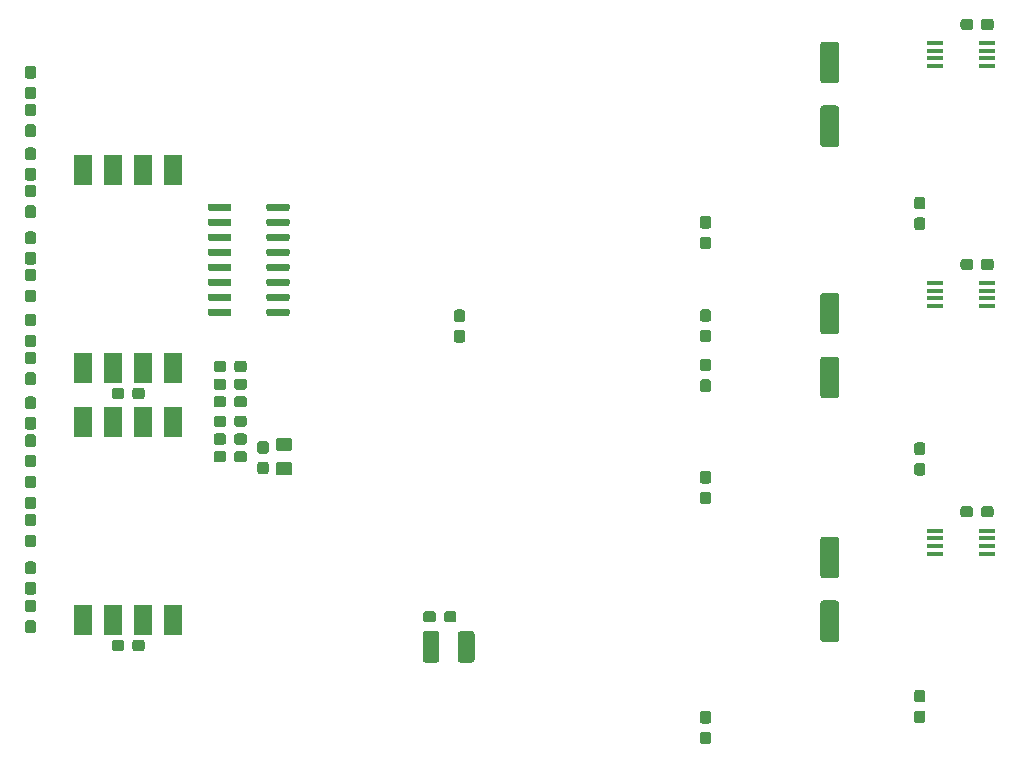
<source format=gbr>
G04 #@! TF.GenerationSoftware,KiCad,Pcbnew,(5.1.5)-3*
G04 #@! TF.CreationDate,2020-09-02T18:49:11-07:00*
G04 #@! TF.ProjectId,teensy4_controller,7465656e-7379-4345-9f63-6f6e74726f6c,rev?*
G04 #@! TF.SameCoordinates,Original*
G04 #@! TF.FileFunction,Paste,Top*
G04 #@! TF.FilePolarity,Positive*
%FSLAX46Y46*%
G04 Gerber Fmt 4.6, Leading zero omitted, Abs format (unit mm)*
G04 Created by KiCad (PCBNEW (5.1.5)-3) date 2020-09-02 18:49:11*
%MOMM*%
%LPD*%
G04 APERTURE LIST*
%ADD10C,0.100000*%
%ADD11R,1.450000X0.450000*%
%ADD12R,1.520000X2.540000*%
G04 APERTURE END LIST*
D10*
G36*
X95532779Y-137702144D02*
G01*
X95555834Y-137705563D01*
X95578443Y-137711227D01*
X95600387Y-137719079D01*
X95621457Y-137729044D01*
X95641448Y-137741026D01*
X95660168Y-137754910D01*
X95677438Y-137770562D01*
X95693090Y-137787832D01*
X95706974Y-137806552D01*
X95718956Y-137826543D01*
X95728921Y-137847613D01*
X95736773Y-137869557D01*
X95742437Y-137892166D01*
X95745856Y-137915221D01*
X95747000Y-137938500D01*
X95747000Y-138413500D01*
X95745856Y-138436779D01*
X95742437Y-138459834D01*
X95736773Y-138482443D01*
X95728921Y-138504387D01*
X95718956Y-138525457D01*
X95706974Y-138545448D01*
X95693090Y-138564168D01*
X95677438Y-138581438D01*
X95660168Y-138597090D01*
X95641448Y-138610974D01*
X95621457Y-138622956D01*
X95600387Y-138632921D01*
X95578443Y-138640773D01*
X95555834Y-138646437D01*
X95532779Y-138649856D01*
X95509500Y-138651000D01*
X94934500Y-138651000D01*
X94911221Y-138649856D01*
X94888166Y-138646437D01*
X94865557Y-138640773D01*
X94843613Y-138632921D01*
X94822543Y-138622956D01*
X94802552Y-138610974D01*
X94783832Y-138597090D01*
X94766562Y-138581438D01*
X94750910Y-138564168D01*
X94737026Y-138545448D01*
X94725044Y-138525457D01*
X94715079Y-138504387D01*
X94707227Y-138482443D01*
X94701563Y-138459834D01*
X94698144Y-138436779D01*
X94697000Y-138413500D01*
X94697000Y-137938500D01*
X94698144Y-137915221D01*
X94701563Y-137892166D01*
X94707227Y-137869557D01*
X94715079Y-137847613D01*
X94725044Y-137826543D01*
X94737026Y-137806552D01*
X94750910Y-137787832D01*
X94766562Y-137770562D01*
X94783832Y-137754910D01*
X94802552Y-137741026D01*
X94822543Y-137729044D01*
X94843613Y-137719079D01*
X94865557Y-137711227D01*
X94888166Y-137705563D01*
X94911221Y-137702144D01*
X94934500Y-137701000D01*
X95509500Y-137701000D01*
X95532779Y-137702144D01*
G37*
G36*
X93782779Y-137702144D02*
G01*
X93805834Y-137705563D01*
X93828443Y-137711227D01*
X93850387Y-137719079D01*
X93871457Y-137729044D01*
X93891448Y-137741026D01*
X93910168Y-137754910D01*
X93927438Y-137770562D01*
X93943090Y-137787832D01*
X93956974Y-137806552D01*
X93968956Y-137826543D01*
X93978921Y-137847613D01*
X93986773Y-137869557D01*
X93992437Y-137892166D01*
X93995856Y-137915221D01*
X93997000Y-137938500D01*
X93997000Y-138413500D01*
X93995856Y-138436779D01*
X93992437Y-138459834D01*
X93986773Y-138482443D01*
X93978921Y-138504387D01*
X93968956Y-138525457D01*
X93956974Y-138545448D01*
X93943090Y-138564168D01*
X93927438Y-138581438D01*
X93910168Y-138597090D01*
X93891448Y-138610974D01*
X93871457Y-138622956D01*
X93850387Y-138632921D01*
X93828443Y-138640773D01*
X93805834Y-138646437D01*
X93782779Y-138649856D01*
X93759500Y-138651000D01*
X93184500Y-138651000D01*
X93161221Y-138649856D01*
X93138166Y-138646437D01*
X93115557Y-138640773D01*
X93093613Y-138632921D01*
X93072543Y-138622956D01*
X93052552Y-138610974D01*
X93033832Y-138597090D01*
X93016562Y-138581438D01*
X93000910Y-138564168D01*
X92987026Y-138545448D01*
X92975044Y-138525457D01*
X92965079Y-138504387D01*
X92957227Y-138482443D01*
X92951563Y-138459834D01*
X92948144Y-138436779D01*
X92947000Y-138413500D01*
X92947000Y-137938500D01*
X92948144Y-137915221D01*
X92951563Y-137892166D01*
X92957227Y-137869557D01*
X92965079Y-137847613D01*
X92975044Y-137826543D01*
X92987026Y-137806552D01*
X93000910Y-137787832D01*
X93016562Y-137770562D01*
X93033832Y-137754910D01*
X93052552Y-137741026D01*
X93072543Y-137729044D01*
X93093613Y-137719079D01*
X93115557Y-137711227D01*
X93138166Y-137705563D01*
X93161221Y-137702144D01*
X93184500Y-137701000D01*
X93759500Y-137701000D01*
X93782779Y-137702144D01*
G37*
G36*
X77780779Y-124146144D02*
G01*
X77803834Y-124149563D01*
X77826443Y-124155227D01*
X77848387Y-124163079D01*
X77869457Y-124173044D01*
X77889448Y-124185026D01*
X77908168Y-124198910D01*
X77925438Y-124214562D01*
X77941090Y-124231832D01*
X77954974Y-124250552D01*
X77966956Y-124270543D01*
X77976921Y-124291613D01*
X77984773Y-124313557D01*
X77990437Y-124336166D01*
X77993856Y-124359221D01*
X77995000Y-124382500D01*
X77995000Y-124857500D01*
X77993856Y-124880779D01*
X77990437Y-124903834D01*
X77984773Y-124926443D01*
X77976921Y-124948387D01*
X77966956Y-124969457D01*
X77954974Y-124989448D01*
X77941090Y-125008168D01*
X77925438Y-125025438D01*
X77908168Y-125041090D01*
X77889448Y-125054974D01*
X77869457Y-125066956D01*
X77848387Y-125076921D01*
X77826443Y-125084773D01*
X77803834Y-125090437D01*
X77780779Y-125093856D01*
X77757500Y-125095000D01*
X77182500Y-125095000D01*
X77159221Y-125093856D01*
X77136166Y-125090437D01*
X77113557Y-125084773D01*
X77091613Y-125076921D01*
X77070543Y-125066956D01*
X77050552Y-125054974D01*
X77031832Y-125041090D01*
X77014562Y-125025438D01*
X76998910Y-125008168D01*
X76985026Y-124989448D01*
X76973044Y-124969457D01*
X76963079Y-124948387D01*
X76955227Y-124926443D01*
X76949563Y-124903834D01*
X76946144Y-124880779D01*
X76945000Y-124857500D01*
X76945000Y-124382500D01*
X76946144Y-124359221D01*
X76949563Y-124336166D01*
X76955227Y-124313557D01*
X76963079Y-124291613D01*
X76973044Y-124270543D01*
X76985026Y-124250552D01*
X76998910Y-124231832D01*
X77014562Y-124214562D01*
X77031832Y-124198910D01*
X77050552Y-124185026D01*
X77070543Y-124173044D01*
X77091613Y-124163079D01*
X77113557Y-124155227D01*
X77136166Y-124149563D01*
X77159221Y-124146144D01*
X77182500Y-124145000D01*
X77757500Y-124145000D01*
X77780779Y-124146144D01*
G37*
G36*
X76030779Y-124146144D02*
G01*
X76053834Y-124149563D01*
X76076443Y-124155227D01*
X76098387Y-124163079D01*
X76119457Y-124173044D01*
X76139448Y-124185026D01*
X76158168Y-124198910D01*
X76175438Y-124214562D01*
X76191090Y-124231832D01*
X76204974Y-124250552D01*
X76216956Y-124270543D01*
X76226921Y-124291613D01*
X76234773Y-124313557D01*
X76240437Y-124336166D01*
X76243856Y-124359221D01*
X76245000Y-124382500D01*
X76245000Y-124857500D01*
X76243856Y-124880779D01*
X76240437Y-124903834D01*
X76234773Y-124926443D01*
X76226921Y-124948387D01*
X76216956Y-124969457D01*
X76204974Y-124989448D01*
X76191090Y-125008168D01*
X76175438Y-125025438D01*
X76158168Y-125041090D01*
X76139448Y-125054974D01*
X76119457Y-125066956D01*
X76098387Y-125076921D01*
X76076443Y-125084773D01*
X76053834Y-125090437D01*
X76030779Y-125093856D01*
X76007500Y-125095000D01*
X75432500Y-125095000D01*
X75409221Y-125093856D01*
X75386166Y-125090437D01*
X75363557Y-125084773D01*
X75341613Y-125076921D01*
X75320543Y-125066956D01*
X75300552Y-125054974D01*
X75281832Y-125041090D01*
X75264562Y-125025438D01*
X75248910Y-125008168D01*
X75235026Y-124989448D01*
X75223044Y-124969457D01*
X75213079Y-124948387D01*
X75205227Y-124926443D01*
X75199563Y-124903834D01*
X75196144Y-124880779D01*
X75195000Y-124857500D01*
X75195000Y-124382500D01*
X75196144Y-124359221D01*
X75199563Y-124336166D01*
X75205227Y-124313557D01*
X75213079Y-124291613D01*
X75223044Y-124270543D01*
X75235026Y-124250552D01*
X75248910Y-124231832D01*
X75264562Y-124214562D01*
X75281832Y-124198910D01*
X75300552Y-124185026D01*
X75320543Y-124173044D01*
X75341613Y-124163079D01*
X75363557Y-124155227D01*
X75386166Y-124149563D01*
X75409221Y-124146144D01*
X75432500Y-124145000D01*
X76007500Y-124145000D01*
X76030779Y-124146144D01*
G37*
G36*
X97061004Y-139392204D02*
G01*
X97085273Y-139395804D01*
X97109071Y-139401765D01*
X97132171Y-139410030D01*
X97154349Y-139420520D01*
X97175393Y-139433133D01*
X97195098Y-139447747D01*
X97213277Y-139464223D01*
X97229753Y-139482402D01*
X97244367Y-139502107D01*
X97256980Y-139523151D01*
X97267470Y-139545329D01*
X97275735Y-139568429D01*
X97281696Y-139592227D01*
X97285296Y-139616496D01*
X97286500Y-139641000D01*
X97286500Y-141791000D01*
X97285296Y-141815504D01*
X97281696Y-141839773D01*
X97275735Y-141863571D01*
X97267470Y-141886671D01*
X97256980Y-141908849D01*
X97244367Y-141929893D01*
X97229753Y-141949598D01*
X97213277Y-141967777D01*
X97195098Y-141984253D01*
X97175393Y-141998867D01*
X97154349Y-142011480D01*
X97132171Y-142021970D01*
X97109071Y-142030235D01*
X97085273Y-142036196D01*
X97061004Y-142039796D01*
X97036500Y-142041000D01*
X96111500Y-142041000D01*
X96086996Y-142039796D01*
X96062727Y-142036196D01*
X96038929Y-142030235D01*
X96015829Y-142021970D01*
X95993651Y-142011480D01*
X95972607Y-141998867D01*
X95952902Y-141984253D01*
X95934723Y-141967777D01*
X95918247Y-141949598D01*
X95903633Y-141929893D01*
X95891020Y-141908849D01*
X95880530Y-141886671D01*
X95872265Y-141863571D01*
X95866304Y-141839773D01*
X95862704Y-141815504D01*
X95861500Y-141791000D01*
X95861500Y-139641000D01*
X95862704Y-139616496D01*
X95866304Y-139592227D01*
X95872265Y-139568429D01*
X95880530Y-139545329D01*
X95891020Y-139523151D01*
X95903633Y-139502107D01*
X95918247Y-139482402D01*
X95934723Y-139464223D01*
X95952902Y-139447747D01*
X95972607Y-139433133D01*
X95993651Y-139420520D01*
X96015829Y-139410030D01*
X96038929Y-139401765D01*
X96062727Y-139395804D01*
X96086996Y-139392204D01*
X96111500Y-139391000D01*
X97036500Y-139391000D01*
X97061004Y-139392204D01*
G37*
G36*
X94086004Y-139392204D02*
G01*
X94110273Y-139395804D01*
X94134071Y-139401765D01*
X94157171Y-139410030D01*
X94179349Y-139420520D01*
X94200393Y-139433133D01*
X94220098Y-139447747D01*
X94238277Y-139464223D01*
X94254753Y-139482402D01*
X94269367Y-139502107D01*
X94281980Y-139523151D01*
X94292470Y-139545329D01*
X94300735Y-139568429D01*
X94306696Y-139592227D01*
X94310296Y-139616496D01*
X94311500Y-139641000D01*
X94311500Y-141791000D01*
X94310296Y-141815504D01*
X94306696Y-141839773D01*
X94300735Y-141863571D01*
X94292470Y-141886671D01*
X94281980Y-141908849D01*
X94269367Y-141929893D01*
X94254753Y-141949598D01*
X94238277Y-141967777D01*
X94220098Y-141984253D01*
X94200393Y-141998867D01*
X94179349Y-142011480D01*
X94157171Y-142021970D01*
X94134071Y-142030235D01*
X94110273Y-142036196D01*
X94086004Y-142039796D01*
X94061500Y-142041000D01*
X93136500Y-142041000D01*
X93111996Y-142039796D01*
X93087727Y-142036196D01*
X93063929Y-142030235D01*
X93040829Y-142021970D01*
X93018651Y-142011480D01*
X92997607Y-141998867D01*
X92977902Y-141984253D01*
X92959723Y-141967777D01*
X92943247Y-141949598D01*
X92928633Y-141929893D01*
X92916020Y-141908849D01*
X92905530Y-141886671D01*
X92897265Y-141863571D01*
X92891304Y-141839773D01*
X92887704Y-141815504D01*
X92886500Y-141791000D01*
X92886500Y-139641000D01*
X92887704Y-139616496D01*
X92891304Y-139592227D01*
X92897265Y-139568429D01*
X92905530Y-139545329D01*
X92916020Y-139523151D01*
X92928633Y-139502107D01*
X92943247Y-139482402D01*
X92959723Y-139464223D01*
X92977902Y-139447747D01*
X92997607Y-139433133D01*
X93018651Y-139420520D01*
X93040829Y-139410030D01*
X93063929Y-139401765D01*
X93087727Y-139395804D01*
X93111996Y-139392204D01*
X93136500Y-139391000D01*
X94061500Y-139391000D01*
X94086004Y-139392204D01*
G37*
G36*
X69144779Y-118779144D02*
G01*
X69167834Y-118782563D01*
X69190443Y-118788227D01*
X69212387Y-118796079D01*
X69233457Y-118806044D01*
X69253448Y-118818026D01*
X69272168Y-118831910D01*
X69289438Y-118847562D01*
X69305090Y-118864832D01*
X69318974Y-118883552D01*
X69330956Y-118903543D01*
X69340921Y-118924613D01*
X69348773Y-118946557D01*
X69354437Y-118969166D01*
X69357856Y-118992221D01*
X69359000Y-119015500D01*
X69359000Y-119490500D01*
X69357856Y-119513779D01*
X69354437Y-119536834D01*
X69348773Y-119559443D01*
X69340921Y-119581387D01*
X69330956Y-119602457D01*
X69318974Y-119622448D01*
X69305090Y-119641168D01*
X69289438Y-119658438D01*
X69272168Y-119674090D01*
X69253448Y-119687974D01*
X69233457Y-119699956D01*
X69212387Y-119709921D01*
X69190443Y-119717773D01*
X69167834Y-119723437D01*
X69144779Y-119726856D01*
X69121500Y-119728000D01*
X68546500Y-119728000D01*
X68523221Y-119726856D01*
X68500166Y-119723437D01*
X68477557Y-119717773D01*
X68455613Y-119709921D01*
X68434543Y-119699956D01*
X68414552Y-119687974D01*
X68395832Y-119674090D01*
X68378562Y-119658438D01*
X68362910Y-119641168D01*
X68349026Y-119622448D01*
X68337044Y-119602457D01*
X68327079Y-119581387D01*
X68319227Y-119559443D01*
X68313563Y-119536834D01*
X68310144Y-119513779D01*
X68309000Y-119490500D01*
X68309000Y-119015500D01*
X68310144Y-118992221D01*
X68313563Y-118969166D01*
X68319227Y-118946557D01*
X68327079Y-118924613D01*
X68337044Y-118903543D01*
X68349026Y-118883552D01*
X68362910Y-118864832D01*
X68378562Y-118847562D01*
X68395832Y-118831910D01*
X68414552Y-118818026D01*
X68434543Y-118806044D01*
X68455613Y-118796079D01*
X68477557Y-118788227D01*
X68500166Y-118782563D01*
X68523221Y-118779144D01*
X68546500Y-118778000D01*
X69121500Y-118778000D01*
X69144779Y-118779144D01*
G37*
G36*
X67394779Y-118779144D02*
G01*
X67417834Y-118782563D01*
X67440443Y-118788227D01*
X67462387Y-118796079D01*
X67483457Y-118806044D01*
X67503448Y-118818026D01*
X67522168Y-118831910D01*
X67539438Y-118847562D01*
X67555090Y-118864832D01*
X67568974Y-118883552D01*
X67580956Y-118903543D01*
X67590921Y-118924613D01*
X67598773Y-118946557D01*
X67604437Y-118969166D01*
X67607856Y-118992221D01*
X67609000Y-119015500D01*
X67609000Y-119490500D01*
X67607856Y-119513779D01*
X67604437Y-119536834D01*
X67598773Y-119559443D01*
X67590921Y-119581387D01*
X67580956Y-119602457D01*
X67568974Y-119622448D01*
X67555090Y-119641168D01*
X67539438Y-119658438D01*
X67522168Y-119674090D01*
X67503448Y-119687974D01*
X67483457Y-119699956D01*
X67462387Y-119709921D01*
X67440443Y-119717773D01*
X67417834Y-119723437D01*
X67394779Y-119726856D01*
X67371500Y-119728000D01*
X66796500Y-119728000D01*
X66773221Y-119726856D01*
X66750166Y-119723437D01*
X66727557Y-119717773D01*
X66705613Y-119709921D01*
X66684543Y-119699956D01*
X66664552Y-119687974D01*
X66645832Y-119674090D01*
X66628562Y-119658438D01*
X66612910Y-119641168D01*
X66599026Y-119622448D01*
X66587044Y-119602457D01*
X66577079Y-119581387D01*
X66569227Y-119559443D01*
X66563563Y-119536834D01*
X66560144Y-119513779D01*
X66559000Y-119490500D01*
X66559000Y-119015500D01*
X66560144Y-118992221D01*
X66563563Y-118969166D01*
X66569227Y-118946557D01*
X66577079Y-118924613D01*
X66587044Y-118903543D01*
X66599026Y-118883552D01*
X66612910Y-118864832D01*
X66628562Y-118847562D01*
X66645832Y-118831910D01*
X66664552Y-118818026D01*
X66684543Y-118806044D01*
X66705613Y-118796079D01*
X66727557Y-118788227D01*
X66750166Y-118782563D01*
X66773221Y-118779144D01*
X66796500Y-118778000D01*
X67371500Y-118778000D01*
X67394779Y-118779144D01*
G37*
G36*
X79635779Y-123301144D02*
G01*
X79658834Y-123304563D01*
X79681443Y-123310227D01*
X79703387Y-123318079D01*
X79724457Y-123328044D01*
X79744448Y-123340026D01*
X79763168Y-123353910D01*
X79780438Y-123369562D01*
X79796090Y-123386832D01*
X79809974Y-123405552D01*
X79821956Y-123425543D01*
X79831921Y-123446613D01*
X79839773Y-123468557D01*
X79845437Y-123491166D01*
X79848856Y-123514221D01*
X79850000Y-123537500D01*
X79850000Y-124112500D01*
X79848856Y-124135779D01*
X79845437Y-124158834D01*
X79839773Y-124181443D01*
X79831921Y-124203387D01*
X79821956Y-124224457D01*
X79809974Y-124244448D01*
X79796090Y-124263168D01*
X79780438Y-124280438D01*
X79763168Y-124296090D01*
X79744448Y-124309974D01*
X79724457Y-124321956D01*
X79703387Y-124331921D01*
X79681443Y-124339773D01*
X79658834Y-124345437D01*
X79635779Y-124348856D01*
X79612500Y-124350000D01*
X79137500Y-124350000D01*
X79114221Y-124348856D01*
X79091166Y-124345437D01*
X79068557Y-124339773D01*
X79046613Y-124331921D01*
X79025543Y-124321956D01*
X79005552Y-124309974D01*
X78986832Y-124296090D01*
X78969562Y-124280438D01*
X78953910Y-124263168D01*
X78940026Y-124244448D01*
X78928044Y-124224457D01*
X78918079Y-124203387D01*
X78910227Y-124181443D01*
X78904563Y-124158834D01*
X78901144Y-124135779D01*
X78900000Y-124112500D01*
X78900000Y-123537500D01*
X78901144Y-123514221D01*
X78904563Y-123491166D01*
X78910227Y-123468557D01*
X78918079Y-123446613D01*
X78928044Y-123425543D01*
X78940026Y-123405552D01*
X78953910Y-123386832D01*
X78969562Y-123369562D01*
X78986832Y-123353910D01*
X79005552Y-123340026D01*
X79025543Y-123328044D01*
X79046613Y-123318079D01*
X79068557Y-123310227D01*
X79091166Y-123304563D01*
X79114221Y-123301144D01*
X79137500Y-123300000D01*
X79612500Y-123300000D01*
X79635779Y-123301144D01*
G37*
G36*
X79635779Y-125051144D02*
G01*
X79658834Y-125054563D01*
X79681443Y-125060227D01*
X79703387Y-125068079D01*
X79724457Y-125078044D01*
X79744448Y-125090026D01*
X79763168Y-125103910D01*
X79780438Y-125119562D01*
X79796090Y-125136832D01*
X79809974Y-125155552D01*
X79821956Y-125175543D01*
X79831921Y-125196613D01*
X79839773Y-125218557D01*
X79845437Y-125241166D01*
X79848856Y-125264221D01*
X79850000Y-125287500D01*
X79850000Y-125862500D01*
X79848856Y-125885779D01*
X79845437Y-125908834D01*
X79839773Y-125931443D01*
X79831921Y-125953387D01*
X79821956Y-125974457D01*
X79809974Y-125994448D01*
X79796090Y-126013168D01*
X79780438Y-126030438D01*
X79763168Y-126046090D01*
X79744448Y-126059974D01*
X79724457Y-126071956D01*
X79703387Y-126081921D01*
X79681443Y-126089773D01*
X79658834Y-126095437D01*
X79635779Y-126098856D01*
X79612500Y-126100000D01*
X79137500Y-126100000D01*
X79114221Y-126098856D01*
X79091166Y-126095437D01*
X79068557Y-126089773D01*
X79046613Y-126081921D01*
X79025543Y-126071956D01*
X79005552Y-126059974D01*
X78986832Y-126046090D01*
X78969562Y-126030438D01*
X78953910Y-126013168D01*
X78940026Y-125994448D01*
X78928044Y-125974457D01*
X78918079Y-125953387D01*
X78910227Y-125931443D01*
X78904563Y-125908834D01*
X78901144Y-125885779D01*
X78900000Y-125862500D01*
X78900000Y-125287500D01*
X78901144Y-125264221D01*
X78904563Y-125241166D01*
X78910227Y-125218557D01*
X78918079Y-125196613D01*
X78928044Y-125175543D01*
X78940026Y-125155552D01*
X78953910Y-125136832D01*
X78969562Y-125119562D01*
X78986832Y-125103910D01*
X79005552Y-125090026D01*
X79025543Y-125078044D01*
X79046613Y-125068079D01*
X79068557Y-125060227D01*
X79091166Y-125054563D01*
X79114221Y-125051144D01*
X79137500Y-125050000D01*
X79612500Y-125050000D01*
X79635779Y-125051144D01*
G37*
G36*
X81627505Y-122997204D02*
G01*
X81651773Y-123000804D01*
X81675572Y-123006765D01*
X81698671Y-123015030D01*
X81720850Y-123025520D01*
X81741893Y-123038132D01*
X81761599Y-123052747D01*
X81779777Y-123069223D01*
X81796253Y-123087401D01*
X81810868Y-123107107D01*
X81823480Y-123128150D01*
X81833970Y-123150329D01*
X81842235Y-123173428D01*
X81848196Y-123197227D01*
X81851796Y-123221495D01*
X81853000Y-123245999D01*
X81853000Y-123896001D01*
X81851796Y-123920505D01*
X81848196Y-123944773D01*
X81842235Y-123968572D01*
X81833970Y-123991671D01*
X81823480Y-124013850D01*
X81810868Y-124034893D01*
X81796253Y-124054599D01*
X81779777Y-124072777D01*
X81761599Y-124089253D01*
X81741893Y-124103868D01*
X81720850Y-124116480D01*
X81698671Y-124126970D01*
X81675572Y-124135235D01*
X81651773Y-124141196D01*
X81627505Y-124144796D01*
X81603001Y-124146000D01*
X80702999Y-124146000D01*
X80678495Y-124144796D01*
X80654227Y-124141196D01*
X80630428Y-124135235D01*
X80607329Y-124126970D01*
X80585150Y-124116480D01*
X80564107Y-124103868D01*
X80544401Y-124089253D01*
X80526223Y-124072777D01*
X80509747Y-124054599D01*
X80495132Y-124034893D01*
X80482520Y-124013850D01*
X80472030Y-123991671D01*
X80463765Y-123968572D01*
X80457804Y-123944773D01*
X80454204Y-123920505D01*
X80453000Y-123896001D01*
X80453000Y-123245999D01*
X80454204Y-123221495D01*
X80457804Y-123197227D01*
X80463765Y-123173428D01*
X80472030Y-123150329D01*
X80482520Y-123128150D01*
X80495132Y-123107107D01*
X80509747Y-123087401D01*
X80526223Y-123069223D01*
X80544401Y-123052747D01*
X80564107Y-123038132D01*
X80585150Y-123025520D01*
X80607329Y-123015030D01*
X80630428Y-123006765D01*
X80654227Y-123000804D01*
X80678495Y-122997204D01*
X80702999Y-122996000D01*
X81603001Y-122996000D01*
X81627505Y-122997204D01*
G37*
G36*
X81627505Y-125047204D02*
G01*
X81651773Y-125050804D01*
X81675572Y-125056765D01*
X81698671Y-125065030D01*
X81720850Y-125075520D01*
X81741893Y-125088132D01*
X81761599Y-125102747D01*
X81779777Y-125119223D01*
X81796253Y-125137401D01*
X81810868Y-125157107D01*
X81823480Y-125178150D01*
X81833970Y-125200329D01*
X81842235Y-125223428D01*
X81848196Y-125247227D01*
X81851796Y-125271495D01*
X81853000Y-125295999D01*
X81853000Y-125946001D01*
X81851796Y-125970505D01*
X81848196Y-125994773D01*
X81842235Y-126018572D01*
X81833970Y-126041671D01*
X81823480Y-126063850D01*
X81810868Y-126084893D01*
X81796253Y-126104599D01*
X81779777Y-126122777D01*
X81761599Y-126139253D01*
X81741893Y-126153868D01*
X81720850Y-126166480D01*
X81698671Y-126176970D01*
X81675572Y-126185235D01*
X81651773Y-126191196D01*
X81627505Y-126194796D01*
X81603001Y-126196000D01*
X80702999Y-126196000D01*
X80678495Y-126194796D01*
X80654227Y-126191196D01*
X80630428Y-126185235D01*
X80607329Y-126176970D01*
X80585150Y-126166480D01*
X80564107Y-126153868D01*
X80544401Y-126139253D01*
X80526223Y-126122777D01*
X80509747Y-126104599D01*
X80495132Y-126084893D01*
X80482520Y-126063850D01*
X80472030Y-126041671D01*
X80463765Y-126018572D01*
X80457804Y-125994773D01*
X80454204Y-125970505D01*
X80453000Y-125946001D01*
X80453000Y-125295999D01*
X80454204Y-125271495D01*
X80457804Y-125247227D01*
X80463765Y-125223428D01*
X80472030Y-125200329D01*
X80482520Y-125178150D01*
X80495132Y-125157107D01*
X80509747Y-125137401D01*
X80526223Y-125119223D01*
X80544401Y-125102747D01*
X80564107Y-125088132D01*
X80585150Y-125075520D01*
X80607329Y-125065030D01*
X80630428Y-125056765D01*
X80654227Y-125050804D01*
X80678495Y-125047204D01*
X80702999Y-125046000D01*
X81603001Y-125046000D01*
X81627505Y-125047204D01*
G37*
G36*
X135249779Y-146116144D02*
G01*
X135272834Y-146119563D01*
X135295443Y-146125227D01*
X135317387Y-146133079D01*
X135338457Y-146143044D01*
X135358448Y-146155026D01*
X135377168Y-146168910D01*
X135394438Y-146184562D01*
X135410090Y-146201832D01*
X135423974Y-146220552D01*
X135435956Y-146240543D01*
X135445921Y-146261613D01*
X135453773Y-146283557D01*
X135459437Y-146306166D01*
X135462856Y-146329221D01*
X135464000Y-146352500D01*
X135464000Y-146927500D01*
X135462856Y-146950779D01*
X135459437Y-146973834D01*
X135453773Y-146996443D01*
X135445921Y-147018387D01*
X135435956Y-147039457D01*
X135423974Y-147059448D01*
X135410090Y-147078168D01*
X135394438Y-147095438D01*
X135377168Y-147111090D01*
X135358448Y-147124974D01*
X135338457Y-147136956D01*
X135317387Y-147146921D01*
X135295443Y-147154773D01*
X135272834Y-147160437D01*
X135249779Y-147163856D01*
X135226500Y-147165000D01*
X134751500Y-147165000D01*
X134728221Y-147163856D01*
X134705166Y-147160437D01*
X134682557Y-147154773D01*
X134660613Y-147146921D01*
X134639543Y-147136956D01*
X134619552Y-147124974D01*
X134600832Y-147111090D01*
X134583562Y-147095438D01*
X134567910Y-147078168D01*
X134554026Y-147059448D01*
X134542044Y-147039457D01*
X134532079Y-147018387D01*
X134524227Y-146996443D01*
X134518563Y-146973834D01*
X134515144Y-146950779D01*
X134514000Y-146927500D01*
X134514000Y-146352500D01*
X134515144Y-146329221D01*
X134518563Y-146306166D01*
X134524227Y-146283557D01*
X134532079Y-146261613D01*
X134542044Y-146240543D01*
X134554026Y-146220552D01*
X134567910Y-146201832D01*
X134583562Y-146184562D01*
X134600832Y-146168910D01*
X134619552Y-146155026D01*
X134639543Y-146143044D01*
X134660613Y-146133079D01*
X134682557Y-146125227D01*
X134705166Y-146119563D01*
X134728221Y-146116144D01*
X134751500Y-146115000D01*
X135226500Y-146115000D01*
X135249779Y-146116144D01*
G37*
G36*
X135249779Y-144366144D02*
G01*
X135272834Y-144369563D01*
X135295443Y-144375227D01*
X135317387Y-144383079D01*
X135338457Y-144393044D01*
X135358448Y-144405026D01*
X135377168Y-144418910D01*
X135394438Y-144434562D01*
X135410090Y-144451832D01*
X135423974Y-144470552D01*
X135435956Y-144490543D01*
X135445921Y-144511613D01*
X135453773Y-144533557D01*
X135459437Y-144556166D01*
X135462856Y-144579221D01*
X135464000Y-144602500D01*
X135464000Y-145177500D01*
X135462856Y-145200779D01*
X135459437Y-145223834D01*
X135453773Y-145246443D01*
X135445921Y-145268387D01*
X135435956Y-145289457D01*
X135423974Y-145309448D01*
X135410090Y-145328168D01*
X135394438Y-145345438D01*
X135377168Y-145361090D01*
X135358448Y-145374974D01*
X135338457Y-145386956D01*
X135317387Y-145396921D01*
X135295443Y-145404773D01*
X135272834Y-145410437D01*
X135249779Y-145413856D01*
X135226500Y-145415000D01*
X134751500Y-145415000D01*
X134728221Y-145413856D01*
X134705166Y-145410437D01*
X134682557Y-145404773D01*
X134660613Y-145396921D01*
X134639543Y-145386956D01*
X134619552Y-145374974D01*
X134600832Y-145361090D01*
X134583562Y-145345438D01*
X134567910Y-145328168D01*
X134554026Y-145309448D01*
X134542044Y-145289457D01*
X134532079Y-145268387D01*
X134524227Y-145246443D01*
X134518563Y-145223834D01*
X134515144Y-145200779D01*
X134514000Y-145177500D01*
X134514000Y-144602500D01*
X134515144Y-144579221D01*
X134518563Y-144556166D01*
X134524227Y-144533557D01*
X134532079Y-144511613D01*
X134542044Y-144490543D01*
X134554026Y-144470552D01*
X134567910Y-144451832D01*
X134583562Y-144434562D01*
X134600832Y-144418910D01*
X134619552Y-144405026D01*
X134639543Y-144393044D01*
X134660613Y-144383079D01*
X134682557Y-144375227D01*
X134705166Y-144369563D01*
X134728221Y-144366144D01*
X134751500Y-144365000D01*
X135226500Y-144365000D01*
X135249779Y-144366144D01*
G37*
G36*
X135249779Y-125161144D02*
G01*
X135272834Y-125164563D01*
X135295443Y-125170227D01*
X135317387Y-125178079D01*
X135338457Y-125188044D01*
X135358448Y-125200026D01*
X135377168Y-125213910D01*
X135394438Y-125229562D01*
X135410090Y-125246832D01*
X135423974Y-125265552D01*
X135435956Y-125285543D01*
X135445921Y-125306613D01*
X135453773Y-125328557D01*
X135459437Y-125351166D01*
X135462856Y-125374221D01*
X135464000Y-125397500D01*
X135464000Y-125972500D01*
X135462856Y-125995779D01*
X135459437Y-126018834D01*
X135453773Y-126041443D01*
X135445921Y-126063387D01*
X135435956Y-126084457D01*
X135423974Y-126104448D01*
X135410090Y-126123168D01*
X135394438Y-126140438D01*
X135377168Y-126156090D01*
X135358448Y-126169974D01*
X135338457Y-126181956D01*
X135317387Y-126191921D01*
X135295443Y-126199773D01*
X135272834Y-126205437D01*
X135249779Y-126208856D01*
X135226500Y-126210000D01*
X134751500Y-126210000D01*
X134728221Y-126208856D01*
X134705166Y-126205437D01*
X134682557Y-126199773D01*
X134660613Y-126191921D01*
X134639543Y-126181956D01*
X134619552Y-126169974D01*
X134600832Y-126156090D01*
X134583562Y-126140438D01*
X134567910Y-126123168D01*
X134554026Y-126104448D01*
X134542044Y-126084457D01*
X134532079Y-126063387D01*
X134524227Y-126041443D01*
X134518563Y-126018834D01*
X134515144Y-125995779D01*
X134514000Y-125972500D01*
X134514000Y-125397500D01*
X134515144Y-125374221D01*
X134518563Y-125351166D01*
X134524227Y-125328557D01*
X134532079Y-125306613D01*
X134542044Y-125285543D01*
X134554026Y-125265552D01*
X134567910Y-125246832D01*
X134583562Y-125229562D01*
X134600832Y-125213910D01*
X134619552Y-125200026D01*
X134639543Y-125188044D01*
X134660613Y-125178079D01*
X134682557Y-125170227D01*
X134705166Y-125164563D01*
X134728221Y-125161144D01*
X134751500Y-125160000D01*
X135226500Y-125160000D01*
X135249779Y-125161144D01*
G37*
G36*
X135249779Y-123411144D02*
G01*
X135272834Y-123414563D01*
X135295443Y-123420227D01*
X135317387Y-123428079D01*
X135338457Y-123438044D01*
X135358448Y-123450026D01*
X135377168Y-123463910D01*
X135394438Y-123479562D01*
X135410090Y-123496832D01*
X135423974Y-123515552D01*
X135435956Y-123535543D01*
X135445921Y-123556613D01*
X135453773Y-123578557D01*
X135459437Y-123601166D01*
X135462856Y-123624221D01*
X135464000Y-123647500D01*
X135464000Y-124222500D01*
X135462856Y-124245779D01*
X135459437Y-124268834D01*
X135453773Y-124291443D01*
X135445921Y-124313387D01*
X135435956Y-124334457D01*
X135423974Y-124354448D01*
X135410090Y-124373168D01*
X135394438Y-124390438D01*
X135377168Y-124406090D01*
X135358448Y-124419974D01*
X135338457Y-124431956D01*
X135317387Y-124441921D01*
X135295443Y-124449773D01*
X135272834Y-124455437D01*
X135249779Y-124458856D01*
X135226500Y-124460000D01*
X134751500Y-124460000D01*
X134728221Y-124458856D01*
X134705166Y-124455437D01*
X134682557Y-124449773D01*
X134660613Y-124441921D01*
X134639543Y-124431956D01*
X134619552Y-124419974D01*
X134600832Y-124406090D01*
X134583562Y-124390438D01*
X134567910Y-124373168D01*
X134554026Y-124354448D01*
X134542044Y-124334457D01*
X134532079Y-124313387D01*
X134524227Y-124291443D01*
X134518563Y-124268834D01*
X134515144Y-124245779D01*
X134514000Y-124222500D01*
X134514000Y-123647500D01*
X134515144Y-123624221D01*
X134518563Y-123601166D01*
X134524227Y-123578557D01*
X134532079Y-123556613D01*
X134542044Y-123535543D01*
X134554026Y-123515552D01*
X134567910Y-123496832D01*
X134583562Y-123479562D01*
X134600832Y-123463910D01*
X134619552Y-123450026D01*
X134639543Y-123438044D01*
X134660613Y-123428079D01*
X134682557Y-123420227D01*
X134705166Y-123414563D01*
X134728221Y-123411144D01*
X134751500Y-123410000D01*
X135226500Y-123410000D01*
X135249779Y-123411144D01*
G37*
D11*
X140704000Y-130875000D03*
X140704000Y-131525000D03*
X140704000Y-132175000D03*
X140704000Y-132825000D03*
X136304000Y-132825000D03*
X136304000Y-132175000D03*
X136304000Y-131525000D03*
X136304000Y-130875000D03*
D10*
G36*
X127943504Y-116156204D02*
G01*
X127967773Y-116159804D01*
X127991571Y-116165765D01*
X128014671Y-116174030D01*
X128036849Y-116184520D01*
X128057893Y-116197133D01*
X128077598Y-116211747D01*
X128095777Y-116228223D01*
X128112253Y-116246402D01*
X128126867Y-116266107D01*
X128139480Y-116287151D01*
X128149970Y-116309329D01*
X128158235Y-116332429D01*
X128164196Y-116356227D01*
X128167796Y-116380496D01*
X128169000Y-116405000D01*
X128169000Y-119405000D01*
X128167796Y-119429504D01*
X128164196Y-119453773D01*
X128158235Y-119477571D01*
X128149970Y-119500671D01*
X128139480Y-119522849D01*
X128126867Y-119543893D01*
X128112253Y-119563598D01*
X128095777Y-119581777D01*
X128077598Y-119598253D01*
X128057893Y-119612867D01*
X128036849Y-119625480D01*
X128014671Y-119635970D01*
X127991571Y-119644235D01*
X127967773Y-119650196D01*
X127943504Y-119653796D01*
X127919000Y-119655000D01*
X126819000Y-119655000D01*
X126794496Y-119653796D01*
X126770227Y-119650196D01*
X126746429Y-119644235D01*
X126723329Y-119635970D01*
X126701151Y-119625480D01*
X126680107Y-119612867D01*
X126660402Y-119598253D01*
X126642223Y-119581777D01*
X126625747Y-119563598D01*
X126611133Y-119543893D01*
X126598520Y-119522849D01*
X126588030Y-119500671D01*
X126579765Y-119477571D01*
X126573804Y-119453773D01*
X126570204Y-119429504D01*
X126569000Y-119405000D01*
X126569000Y-116405000D01*
X126570204Y-116380496D01*
X126573804Y-116356227D01*
X126579765Y-116332429D01*
X126588030Y-116309329D01*
X126598520Y-116287151D01*
X126611133Y-116266107D01*
X126625747Y-116246402D01*
X126642223Y-116228223D01*
X126660402Y-116211747D01*
X126680107Y-116197133D01*
X126701151Y-116184520D01*
X126723329Y-116174030D01*
X126746429Y-116165765D01*
X126770227Y-116159804D01*
X126794496Y-116156204D01*
X126819000Y-116155000D01*
X127919000Y-116155000D01*
X127943504Y-116156204D01*
G37*
G36*
X127943504Y-110756204D02*
G01*
X127967773Y-110759804D01*
X127991571Y-110765765D01*
X128014671Y-110774030D01*
X128036849Y-110784520D01*
X128057893Y-110797133D01*
X128077598Y-110811747D01*
X128095777Y-110828223D01*
X128112253Y-110846402D01*
X128126867Y-110866107D01*
X128139480Y-110887151D01*
X128149970Y-110909329D01*
X128158235Y-110932429D01*
X128164196Y-110956227D01*
X128167796Y-110980496D01*
X128169000Y-111005000D01*
X128169000Y-114005000D01*
X128167796Y-114029504D01*
X128164196Y-114053773D01*
X128158235Y-114077571D01*
X128149970Y-114100671D01*
X128139480Y-114122849D01*
X128126867Y-114143893D01*
X128112253Y-114163598D01*
X128095777Y-114181777D01*
X128077598Y-114198253D01*
X128057893Y-114212867D01*
X128036849Y-114225480D01*
X128014671Y-114235970D01*
X127991571Y-114244235D01*
X127967773Y-114250196D01*
X127943504Y-114253796D01*
X127919000Y-114255000D01*
X126819000Y-114255000D01*
X126794496Y-114253796D01*
X126770227Y-114250196D01*
X126746429Y-114244235D01*
X126723329Y-114235970D01*
X126701151Y-114225480D01*
X126680107Y-114212867D01*
X126660402Y-114198253D01*
X126642223Y-114181777D01*
X126625747Y-114163598D01*
X126611133Y-114143893D01*
X126598520Y-114122849D01*
X126588030Y-114100671D01*
X126579765Y-114077571D01*
X126573804Y-114053773D01*
X126570204Y-114029504D01*
X126569000Y-114005000D01*
X126569000Y-111005000D01*
X126570204Y-110980496D01*
X126573804Y-110956227D01*
X126579765Y-110932429D01*
X126588030Y-110909329D01*
X126598520Y-110887151D01*
X126611133Y-110866107D01*
X126625747Y-110846402D01*
X126642223Y-110828223D01*
X126660402Y-110811747D01*
X126680107Y-110797133D01*
X126701151Y-110784520D01*
X126723329Y-110774030D01*
X126746429Y-110765765D01*
X126770227Y-110759804D01*
X126794496Y-110756204D01*
X126819000Y-110755000D01*
X127919000Y-110755000D01*
X127943504Y-110756204D01*
G37*
G36*
X139264779Y-128812144D02*
G01*
X139287834Y-128815563D01*
X139310443Y-128821227D01*
X139332387Y-128829079D01*
X139353457Y-128839044D01*
X139373448Y-128851026D01*
X139392168Y-128864910D01*
X139409438Y-128880562D01*
X139425090Y-128897832D01*
X139438974Y-128916552D01*
X139450956Y-128936543D01*
X139460921Y-128957613D01*
X139468773Y-128979557D01*
X139474437Y-129002166D01*
X139477856Y-129025221D01*
X139479000Y-129048500D01*
X139479000Y-129523500D01*
X139477856Y-129546779D01*
X139474437Y-129569834D01*
X139468773Y-129592443D01*
X139460921Y-129614387D01*
X139450956Y-129635457D01*
X139438974Y-129655448D01*
X139425090Y-129674168D01*
X139409438Y-129691438D01*
X139392168Y-129707090D01*
X139373448Y-129720974D01*
X139353457Y-129732956D01*
X139332387Y-129742921D01*
X139310443Y-129750773D01*
X139287834Y-129756437D01*
X139264779Y-129759856D01*
X139241500Y-129761000D01*
X138666500Y-129761000D01*
X138643221Y-129759856D01*
X138620166Y-129756437D01*
X138597557Y-129750773D01*
X138575613Y-129742921D01*
X138554543Y-129732956D01*
X138534552Y-129720974D01*
X138515832Y-129707090D01*
X138498562Y-129691438D01*
X138482910Y-129674168D01*
X138469026Y-129655448D01*
X138457044Y-129635457D01*
X138447079Y-129614387D01*
X138439227Y-129592443D01*
X138433563Y-129569834D01*
X138430144Y-129546779D01*
X138429000Y-129523500D01*
X138429000Y-129048500D01*
X138430144Y-129025221D01*
X138433563Y-129002166D01*
X138439227Y-128979557D01*
X138447079Y-128957613D01*
X138457044Y-128936543D01*
X138469026Y-128916552D01*
X138482910Y-128897832D01*
X138498562Y-128880562D01*
X138515832Y-128864910D01*
X138534552Y-128851026D01*
X138554543Y-128839044D01*
X138575613Y-128829079D01*
X138597557Y-128821227D01*
X138620166Y-128815563D01*
X138643221Y-128812144D01*
X138666500Y-128811000D01*
X139241500Y-128811000D01*
X139264779Y-128812144D01*
G37*
G36*
X141014779Y-128812144D02*
G01*
X141037834Y-128815563D01*
X141060443Y-128821227D01*
X141082387Y-128829079D01*
X141103457Y-128839044D01*
X141123448Y-128851026D01*
X141142168Y-128864910D01*
X141159438Y-128880562D01*
X141175090Y-128897832D01*
X141188974Y-128916552D01*
X141200956Y-128936543D01*
X141210921Y-128957613D01*
X141218773Y-128979557D01*
X141224437Y-129002166D01*
X141227856Y-129025221D01*
X141229000Y-129048500D01*
X141229000Y-129523500D01*
X141227856Y-129546779D01*
X141224437Y-129569834D01*
X141218773Y-129592443D01*
X141210921Y-129614387D01*
X141200956Y-129635457D01*
X141188974Y-129655448D01*
X141175090Y-129674168D01*
X141159438Y-129691438D01*
X141142168Y-129707090D01*
X141123448Y-129720974D01*
X141103457Y-129732956D01*
X141082387Y-129742921D01*
X141060443Y-129750773D01*
X141037834Y-129756437D01*
X141014779Y-129759856D01*
X140991500Y-129761000D01*
X140416500Y-129761000D01*
X140393221Y-129759856D01*
X140370166Y-129756437D01*
X140347557Y-129750773D01*
X140325613Y-129742921D01*
X140304543Y-129732956D01*
X140284552Y-129720974D01*
X140265832Y-129707090D01*
X140248562Y-129691438D01*
X140232910Y-129674168D01*
X140219026Y-129655448D01*
X140207044Y-129635457D01*
X140197079Y-129614387D01*
X140189227Y-129592443D01*
X140183563Y-129569834D01*
X140180144Y-129546779D01*
X140179000Y-129523500D01*
X140179000Y-129048500D01*
X140180144Y-129025221D01*
X140183563Y-129002166D01*
X140189227Y-128979557D01*
X140197079Y-128957613D01*
X140207044Y-128936543D01*
X140219026Y-128916552D01*
X140232910Y-128897832D01*
X140248562Y-128880562D01*
X140265832Y-128864910D01*
X140284552Y-128851026D01*
X140304543Y-128839044D01*
X140325613Y-128829079D01*
X140347557Y-128821227D01*
X140370166Y-128815563D01*
X140393221Y-128812144D01*
X140416500Y-128811000D01*
X140991500Y-128811000D01*
X141014779Y-128812144D01*
G37*
G36*
X76534703Y-112095722D02*
G01*
X76549264Y-112097882D01*
X76563543Y-112101459D01*
X76577403Y-112106418D01*
X76590710Y-112112712D01*
X76603336Y-112120280D01*
X76615159Y-112129048D01*
X76626066Y-112138934D01*
X76635952Y-112149841D01*
X76644720Y-112161664D01*
X76652288Y-112174290D01*
X76658582Y-112187597D01*
X76663541Y-112201457D01*
X76667118Y-112215736D01*
X76669278Y-112230297D01*
X76670000Y-112245000D01*
X76670000Y-112545000D01*
X76669278Y-112559703D01*
X76667118Y-112574264D01*
X76663541Y-112588543D01*
X76658582Y-112602403D01*
X76652288Y-112615710D01*
X76644720Y-112628336D01*
X76635952Y-112640159D01*
X76626066Y-112651066D01*
X76615159Y-112660952D01*
X76603336Y-112669720D01*
X76590710Y-112677288D01*
X76577403Y-112683582D01*
X76563543Y-112688541D01*
X76549264Y-112692118D01*
X76534703Y-112694278D01*
X76520000Y-112695000D01*
X74870000Y-112695000D01*
X74855297Y-112694278D01*
X74840736Y-112692118D01*
X74826457Y-112688541D01*
X74812597Y-112683582D01*
X74799290Y-112677288D01*
X74786664Y-112669720D01*
X74774841Y-112660952D01*
X74763934Y-112651066D01*
X74754048Y-112640159D01*
X74745280Y-112628336D01*
X74737712Y-112615710D01*
X74731418Y-112602403D01*
X74726459Y-112588543D01*
X74722882Y-112574264D01*
X74720722Y-112559703D01*
X74720000Y-112545000D01*
X74720000Y-112245000D01*
X74720722Y-112230297D01*
X74722882Y-112215736D01*
X74726459Y-112201457D01*
X74731418Y-112187597D01*
X74737712Y-112174290D01*
X74745280Y-112161664D01*
X74754048Y-112149841D01*
X74763934Y-112138934D01*
X74774841Y-112129048D01*
X74786664Y-112120280D01*
X74799290Y-112112712D01*
X74812597Y-112106418D01*
X74826457Y-112101459D01*
X74840736Y-112097882D01*
X74855297Y-112095722D01*
X74870000Y-112095000D01*
X76520000Y-112095000D01*
X76534703Y-112095722D01*
G37*
G36*
X76534703Y-110825722D02*
G01*
X76549264Y-110827882D01*
X76563543Y-110831459D01*
X76577403Y-110836418D01*
X76590710Y-110842712D01*
X76603336Y-110850280D01*
X76615159Y-110859048D01*
X76626066Y-110868934D01*
X76635952Y-110879841D01*
X76644720Y-110891664D01*
X76652288Y-110904290D01*
X76658582Y-110917597D01*
X76663541Y-110931457D01*
X76667118Y-110945736D01*
X76669278Y-110960297D01*
X76670000Y-110975000D01*
X76670000Y-111275000D01*
X76669278Y-111289703D01*
X76667118Y-111304264D01*
X76663541Y-111318543D01*
X76658582Y-111332403D01*
X76652288Y-111345710D01*
X76644720Y-111358336D01*
X76635952Y-111370159D01*
X76626066Y-111381066D01*
X76615159Y-111390952D01*
X76603336Y-111399720D01*
X76590710Y-111407288D01*
X76577403Y-111413582D01*
X76563543Y-111418541D01*
X76549264Y-111422118D01*
X76534703Y-111424278D01*
X76520000Y-111425000D01*
X74870000Y-111425000D01*
X74855297Y-111424278D01*
X74840736Y-111422118D01*
X74826457Y-111418541D01*
X74812597Y-111413582D01*
X74799290Y-111407288D01*
X74786664Y-111399720D01*
X74774841Y-111390952D01*
X74763934Y-111381066D01*
X74754048Y-111370159D01*
X74745280Y-111358336D01*
X74737712Y-111345710D01*
X74731418Y-111332403D01*
X74726459Y-111318543D01*
X74722882Y-111304264D01*
X74720722Y-111289703D01*
X74720000Y-111275000D01*
X74720000Y-110975000D01*
X74720722Y-110960297D01*
X74722882Y-110945736D01*
X74726459Y-110931457D01*
X74731418Y-110917597D01*
X74737712Y-110904290D01*
X74745280Y-110891664D01*
X74754048Y-110879841D01*
X74763934Y-110868934D01*
X74774841Y-110859048D01*
X74786664Y-110850280D01*
X74799290Y-110842712D01*
X74812597Y-110836418D01*
X74826457Y-110831459D01*
X74840736Y-110827882D01*
X74855297Y-110825722D01*
X74870000Y-110825000D01*
X76520000Y-110825000D01*
X76534703Y-110825722D01*
G37*
G36*
X76534703Y-109555722D02*
G01*
X76549264Y-109557882D01*
X76563543Y-109561459D01*
X76577403Y-109566418D01*
X76590710Y-109572712D01*
X76603336Y-109580280D01*
X76615159Y-109589048D01*
X76626066Y-109598934D01*
X76635952Y-109609841D01*
X76644720Y-109621664D01*
X76652288Y-109634290D01*
X76658582Y-109647597D01*
X76663541Y-109661457D01*
X76667118Y-109675736D01*
X76669278Y-109690297D01*
X76670000Y-109705000D01*
X76670000Y-110005000D01*
X76669278Y-110019703D01*
X76667118Y-110034264D01*
X76663541Y-110048543D01*
X76658582Y-110062403D01*
X76652288Y-110075710D01*
X76644720Y-110088336D01*
X76635952Y-110100159D01*
X76626066Y-110111066D01*
X76615159Y-110120952D01*
X76603336Y-110129720D01*
X76590710Y-110137288D01*
X76577403Y-110143582D01*
X76563543Y-110148541D01*
X76549264Y-110152118D01*
X76534703Y-110154278D01*
X76520000Y-110155000D01*
X74870000Y-110155000D01*
X74855297Y-110154278D01*
X74840736Y-110152118D01*
X74826457Y-110148541D01*
X74812597Y-110143582D01*
X74799290Y-110137288D01*
X74786664Y-110129720D01*
X74774841Y-110120952D01*
X74763934Y-110111066D01*
X74754048Y-110100159D01*
X74745280Y-110088336D01*
X74737712Y-110075710D01*
X74731418Y-110062403D01*
X74726459Y-110048543D01*
X74722882Y-110034264D01*
X74720722Y-110019703D01*
X74720000Y-110005000D01*
X74720000Y-109705000D01*
X74720722Y-109690297D01*
X74722882Y-109675736D01*
X74726459Y-109661457D01*
X74731418Y-109647597D01*
X74737712Y-109634290D01*
X74745280Y-109621664D01*
X74754048Y-109609841D01*
X74763934Y-109598934D01*
X74774841Y-109589048D01*
X74786664Y-109580280D01*
X74799290Y-109572712D01*
X74812597Y-109566418D01*
X74826457Y-109561459D01*
X74840736Y-109557882D01*
X74855297Y-109555722D01*
X74870000Y-109555000D01*
X76520000Y-109555000D01*
X76534703Y-109555722D01*
G37*
G36*
X76534703Y-108285722D02*
G01*
X76549264Y-108287882D01*
X76563543Y-108291459D01*
X76577403Y-108296418D01*
X76590710Y-108302712D01*
X76603336Y-108310280D01*
X76615159Y-108319048D01*
X76626066Y-108328934D01*
X76635952Y-108339841D01*
X76644720Y-108351664D01*
X76652288Y-108364290D01*
X76658582Y-108377597D01*
X76663541Y-108391457D01*
X76667118Y-108405736D01*
X76669278Y-108420297D01*
X76670000Y-108435000D01*
X76670000Y-108735000D01*
X76669278Y-108749703D01*
X76667118Y-108764264D01*
X76663541Y-108778543D01*
X76658582Y-108792403D01*
X76652288Y-108805710D01*
X76644720Y-108818336D01*
X76635952Y-108830159D01*
X76626066Y-108841066D01*
X76615159Y-108850952D01*
X76603336Y-108859720D01*
X76590710Y-108867288D01*
X76577403Y-108873582D01*
X76563543Y-108878541D01*
X76549264Y-108882118D01*
X76534703Y-108884278D01*
X76520000Y-108885000D01*
X74870000Y-108885000D01*
X74855297Y-108884278D01*
X74840736Y-108882118D01*
X74826457Y-108878541D01*
X74812597Y-108873582D01*
X74799290Y-108867288D01*
X74786664Y-108859720D01*
X74774841Y-108850952D01*
X74763934Y-108841066D01*
X74754048Y-108830159D01*
X74745280Y-108818336D01*
X74737712Y-108805710D01*
X74731418Y-108792403D01*
X74726459Y-108778543D01*
X74722882Y-108764264D01*
X74720722Y-108749703D01*
X74720000Y-108735000D01*
X74720000Y-108435000D01*
X74720722Y-108420297D01*
X74722882Y-108405736D01*
X74726459Y-108391457D01*
X74731418Y-108377597D01*
X74737712Y-108364290D01*
X74745280Y-108351664D01*
X74754048Y-108339841D01*
X74763934Y-108328934D01*
X74774841Y-108319048D01*
X74786664Y-108310280D01*
X74799290Y-108302712D01*
X74812597Y-108296418D01*
X74826457Y-108291459D01*
X74840736Y-108287882D01*
X74855297Y-108285722D01*
X74870000Y-108285000D01*
X76520000Y-108285000D01*
X76534703Y-108285722D01*
G37*
G36*
X76534703Y-107015722D02*
G01*
X76549264Y-107017882D01*
X76563543Y-107021459D01*
X76577403Y-107026418D01*
X76590710Y-107032712D01*
X76603336Y-107040280D01*
X76615159Y-107049048D01*
X76626066Y-107058934D01*
X76635952Y-107069841D01*
X76644720Y-107081664D01*
X76652288Y-107094290D01*
X76658582Y-107107597D01*
X76663541Y-107121457D01*
X76667118Y-107135736D01*
X76669278Y-107150297D01*
X76670000Y-107165000D01*
X76670000Y-107465000D01*
X76669278Y-107479703D01*
X76667118Y-107494264D01*
X76663541Y-107508543D01*
X76658582Y-107522403D01*
X76652288Y-107535710D01*
X76644720Y-107548336D01*
X76635952Y-107560159D01*
X76626066Y-107571066D01*
X76615159Y-107580952D01*
X76603336Y-107589720D01*
X76590710Y-107597288D01*
X76577403Y-107603582D01*
X76563543Y-107608541D01*
X76549264Y-107612118D01*
X76534703Y-107614278D01*
X76520000Y-107615000D01*
X74870000Y-107615000D01*
X74855297Y-107614278D01*
X74840736Y-107612118D01*
X74826457Y-107608541D01*
X74812597Y-107603582D01*
X74799290Y-107597288D01*
X74786664Y-107589720D01*
X74774841Y-107580952D01*
X74763934Y-107571066D01*
X74754048Y-107560159D01*
X74745280Y-107548336D01*
X74737712Y-107535710D01*
X74731418Y-107522403D01*
X74726459Y-107508543D01*
X74722882Y-107494264D01*
X74720722Y-107479703D01*
X74720000Y-107465000D01*
X74720000Y-107165000D01*
X74720722Y-107150297D01*
X74722882Y-107135736D01*
X74726459Y-107121457D01*
X74731418Y-107107597D01*
X74737712Y-107094290D01*
X74745280Y-107081664D01*
X74754048Y-107069841D01*
X74763934Y-107058934D01*
X74774841Y-107049048D01*
X74786664Y-107040280D01*
X74799290Y-107032712D01*
X74812597Y-107026418D01*
X74826457Y-107021459D01*
X74840736Y-107017882D01*
X74855297Y-107015722D01*
X74870000Y-107015000D01*
X76520000Y-107015000D01*
X76534703Y-107015722D01*
G37*
G36*
X76534703Y-105745722D02*
G01*
X76549264Y-105747882D01*
X76563543Y-105751459D01*
X76577403Y-105756418D01*
X76590710Y-105762712D01*
X76603336Y-105770280D01*
X76615159Y-105779048D01*
X76626066Y-105788934D01*
X76635952Y-105799841D01*
X76644720Y-105811664D01*
X76652288Y-105824290D01*
X76658582Y-105837597D01*
X76663541Y-105851457D01*
X76667118Y-105865736D01*
X76669278Y-105880297D01*
X76670000Y-105895000D01*
X76670000Y-106195000D01*
X76669278Y-106209703D01*
X76667118Y-106224264D01*
X76663541Y-106238543D01*
X76658582Y-106252403D01*
X76652288Y-106265710D01*
X76644720Y-106278336D01*
X76635952Y-106290159D01*
X76626066Y-106301066D01*
X76615159Y-106310952D01*
X76603336Y-106319720D01*
X76590710Y-106327288D01*
X76577403Y-106333582D01*
X76563543Y-106338541D01*
X76549264Y-106342118D01*
X76534703Y-106344278D01*
X76520000Y-106345000D01*
X74870000Y-106345000D01*
X74855297Y-106344278D01*
X74840736Y-106342118D01*
X74826457Y-106338541D01*
X74812597Y-106333582D01*
X74799290Y-106327288D01*
X74786664Y-106319720D01*
X74774841Y-106310952D01*
X74763934Y-106301066D01*
X74754048Y-106290159D01*
X74745280Y-106278336D01*
X74737712Y-106265710D01*
X74731418Y-106252403D01*
X74726459Y-106238543D01*
X74722882Y-106224264D01*
X74720722Y-106209703D01*
X74720000Y-106195000D01*
X74720000Y-105895000D01*
X74720722Y-105880297D01*
X74722882Y-105865736D01*
X74726459Y-105851457D01*
X74731418Y-105837597D01*
X74737712Y-105824290D01*
X74745280Y-105811664D01*
X74754048Y-105799841D01*
X74763934Y-105788934D01*
X74774841Y-105779048D01*
X74786664Y-105770280D01*
X74799290Y-105762712D01*
X74812597Y-105756418D01*
X74826457Y-105751459D01*
X74840736Y-105747882D01*
X74855297Y-105745722D01*
X74870000Y-105745000D01*
X76520000Y-105745000D01*
X76534703Y-105745722D01*
G37*
G36*
X76534703Y-104475722D02*
G01*
X76549264Y-104477882D01*
X76563543Y-104481459D01*
X76577403Y-104486418D01*
X76590710Y-104492712D01*
X76603336Y-104500280D01*
X76615159Y-104509048D01*
X76626066Y-104518934D01*
X76635952Y-104529841D01*
X76644720Y-104541664D01*
X76652288Y-104554290D01*
X76658582Y-104567597D01*
X76663541Y-104581457D01*
X76667118Y-104595736D01*
X76669278Y-104610297D01*
X76670000Y-104625000D01*
X76670000Y-104925000D01*
X76669278Y-104939703D01*
X76667118Y-104954264D01*
X76663541Y-104968543D01*
X76658582Y-104982403D01*
X76652288Y-104995710D01*
X76644720Y-105008336D01*
X76635952Y-105020159D01*
X76626066Y-105031066D01*
X76615159Y-105040952D01*
X76603336Y-105049720D01*
X76590710Y-105057288D01*
X76577403Y-105063582D01*
X76563543Y-105068541D01*
X76549264Y-105072118D01*
X76534703Y-105074278D01*
X76520000Y-105075000D01*
X74870000Y-105075000D01*
X74855297Y-105074278D01*
X74840736Y-105072118D01*
X74826457Y-105068541D01*
X74812597Y-105063582D01*
X74799290Y-105057288D01*
X74786664Y-105049720D01*
X74774841Y-105040952D01*
X74763934Y-105031066D01*
X74754048Y-105020159D01*
X74745280Y-105008336D01*
X74737712Y-104995710D01*
X74731418Y-104982403D01*
X74726459Y-104968543D01*
X74722882Y-104954264D01*
X74720722Y-104939703D01*
X74720000Y-104925000D01*
X74720000Y-104625000D01*
X74720722Y-104610297D01*
X74722882Y-104595736D01*
X74726459Y-104581457D01*
X74731418Y-104567597D01*
X74737712Y-104554290D01*
X74745280Y-104541664D01*
X74754048Y-104529841D01*
X74763934Y-104518934D01*
X74774841Y-104509048D01*
X74786664Y-104500280D01*
X74799290Y-104492712D01*
X74812597Y-104486418D01*
X74826457Y-104481459D01*
X74840736Y-104477882D01*
X74855297Y-104475722D01*
X74870000Y-104475000D01*
X76520000Y-104475000D01*
X76534703Y-104475722D01*
G37*
G36*
X76534703Y-103205722D02*
G01*
X76549264Y-103207882D01*
X76563543Y-103211459D01*
X76577403Y-103216418D01*
X76590710Y-103222712D01*
X76603336Y-103230280D01*
X76615159Y-103239048D01*
X76626066Y-103248934D01*
X76635952Y-103259841D01*
X76644720Y-103271664D01*
X76652288Y-103284290D01*
X76658582Y-103297597D01*
X76663541Y-103311457D01*
X76667118Y-103325736D01*
X76669278Y-103340297D01*
X76670000Y-103355000D01*
X76670000Y-103655000D01*
X76669278Y-103669703D01*
X76667118Y-103684264D01*
X76663541Y-103698543D01*
X76658582Y-103712403D01*
X76652288Y-103725710D01*
X76644720Y-103738336D01*
X76635952Y-103750159D01*
X76626066Y-103761066D01*
X76615159Y-103770952D01*
X76603336Y-103779720D01*
X76590710Y-103787288D01*
X76577403Y-103793582D01*
X76563543Y-103798541D01*
X76549264Y-103802118D01*
X76534703Y-103804278D01*
X76520000Y-103805000D01*
X74870000Y-103805000D01*
X74855297Y-103804278D01*
X74840736Y-103802118D01*
X74826457Y-103798541D01*
X74812597Y-103793582D01*
X74799290Y-103787288D01*
X74786664Y-103779720D01*
X74774841Y-103770952D01*
X74763934Y-103761066D01*
X74754048Y-103750159D01*
X74745280Y-103738336D01*
X74737712Y-103725710D01*
X74731418Y-103712403D01*
X74726459Y-103698543D01*
X74722882Y-103684264D01*
X74720722Y-103669703D01*
X74720000Y-103655000D01*
X74720000Y-103355000D01*
X74720722Y-103340297D01*
X74722882Y-103325736D01*
X74726459Y-103311457D01*
X74731418Y-103297597D01*
X74737712Y-103284290D01*
X74745280Y-103271664D01*
X74754048Y-103259841D01*
X74763934Y-103248934D01*
X74774841Y-103239048D01*
X74786664Y-103230280D01*
X74799290Y-103222712D01*
X74812597Y-103216418D01*
X74826457Y-103211459D01*
X74840736Y-103207882D01*
X74855297Y-103205722D01*
X74870000Y-103205000D01*
X76520000Y-103205000D01*
X76534703Y-103205722D01*
G37*
G36*
X81484703Y-103205722D02*
G01*
X81499264Y-103207882D01*
X81513543Y-103211459D01*
X81527403Y-103216418D01*
X81540710Y-103222712D01*
X81553336Y-103230280D01*
X81565159Y-103239048D01*
X81576066Y-103248934D01*
X81585952Y-103259841D01*
X81594720Y-103271664D01*
X81602288Y-103284290D01*
X81608582Y-103297597D01*
X81613541Y-103311457D01*
X81617118Y-103325736D01*
X81619278Y-103340297D01*
X81620000Y-103355000D01*
X81620000Y-103655000D01*
X81619278Y-103669703D01*
X81617118Y-103684264D01*
X81613541Y-103698543D01*
X81608582Y-103712403D01*
X81602288Y-103725710D01*
X81594720Y-103738336D01*
X81585952Y-103750159D01*
X81576066Y-103761066D01*
X81565159Y-103770952D01*
X81553336Y-103779720D01*
X81540710Y-103787288D01*
X81527403Y-103793582D01*
X81513543Y-103798541D01*
X81499264Y-103802118D01*
X81484703Y-103804278D01*
X81470000Y-103805000D01*
X79820000Y-103805000D01*
X79805297Y-103804278D01*
X79790736Y-103802118D01*
X79776457Y-103798541D01*
X79762597Y-103793582D01*
X79749290Y-103787288D01*
X79736664Y-103779720D01*
X79724841Y-103770952D01*
X79713934Y-103761066D01*
X79704048Y-103750159D01*
X79695280Y-103738336D01*
X79687712Y-103725710D01*
X79681418Y-103712403D01*
X79676459Y-103698543D01*
X79672882Y-103684264D01*
X79670722Y-103669703D01*
X79670000Y-103655000D01*
X79670000Y-103355000D01*
X79670722Y-103340297D01*
X79672882Y-103325736D01*
X79676459Y-103311457D01*
X79681418Y-103297597D01*
X79687712Y-103284290D01*
X79695280Y-103271664D01*
X79704048Y-103259841D01*
X79713934Y-103248934D01*
X79724841Y-103239048D01*
X79736664Y-103230280D01*
X79749290Y-103222712D01*
X79762597Y-103216418D01*
X79776457Y-103211459D01*
X79790736Y-103207882D01*
X79805297Y-103205722D01*
X79820000Y-103205000D01*
X81470000Y-103205000D01*
X81484703Y-103205722D01*
G37*
G36*
X81484703Y-104475722D02*
G01*
X81499264Y-104477882D01*
X81513543Y-104481459D01*
X81527403Y-104486418D01*
X81540710Y-104492712D01*
X81553336Y-104500280D01*
X81565159Y-104509048D01*
X81576066Y-104518934D01*
X81585952Y-104529841D01*
X81594720Y-104541664D01*
X81602288Y-104554290D01*
X81608582Y-104567597D01*
X81613541Y-104581457D01*
X81617118Y-104595736D01*
X81619278Y-104610297D01*
X81620000Y-104625000D01*
X81620000Y-104925000D01*
X81619278Y-104939703D01*
X81617118Y-104954264D01*
X81613541Y-104968543D01*
X81608582Y-104982403D01*
X81602288Y-104995710D01*
X81594720Y-105008336D01*
X81585952Y-105020159D01*
X81576066Y-105031066D01*
X81565159Y-105040952D01*
X81553336Y-105049720D01*
X81540710Y-105057288D01*
X81527403Y-105063582D01*
X81513543Y-105068541D01*
X81499264Y-105072118D01*
X81484703Y-105074278D01*
X81470000Y-105075000D01*
X79820000Y-105075000D01*
X79805297Y-105074278D01*
X79790736Y-105072118D01*
X79776457Y-105068541D01*
X79762597Y-105063582D01*
X79749290Y-105057288D01*
X79736664Y-105049720D01*
X79724841Y-105040952D01*
X79713934Y-105031066D01*
X79704048Y-105020159D01*
X79695280Y-105008336D01*
X79687712Y-104995710D01*
X79681418Y-104982403D01*
X79676459Y-104968543D01*
X79672882Y-104954264D01*
X79670722Y-104939703D01*
X79670000Y-104925000D01*
X79670000Y-104625000D01*
X79670722Y-104610297D01*
X79672882Y-104595736D01*
X79676459Y-104581457D01*
X79681418Y-104567597D01*
X79687712Y-104554290D01*
X79695280Y-104541664D01*
X79704048Y-104529841D01*
X79713934Y-104518934D01*
X79724841Y-104509048D01*
X79736664Y-104500280D01*
X79749290Y-104492712D01*
X79762597Y-104486418D01*
X79776457Y-104481459D01*
X79790736Y-104477882D01*
X79805297Y-104475722D01*
X79820000Y-104475000D01*
X81470000Y-104475000D01*
X81484703Y-104475722D01*
G37*
G36*
X81484703Y-105745722D02*
G01*
X81499264Y-105747882D01*
X81513543Y-105751459D01*
X81527403Y-105756418D01*
X81540710Y-105762712D01*
X81553336Y-105770280D01*
X81565159Y-105779048D01*
X81576066Y-105788934D01*
X81585952Y-105799841D01*
X81594720Y-105811664D01*
X81602288Y-105824290D01*
X81608582Y-105837597D01*
X81613541Y-105851457D01*
X81617118Y-105865736D01*
X81619278Y-105880297D01*
X81620000Y-105895000D01*
X81620000Y-106195000D01*
X81619278Y-106209703D01*
X81617118Y-106224264D01*
X81613541Y-106238543D01*
X81608582Y-106252403D01*
X81602288Y-106265710D01*
X81594720Y-106278336D01*
X81585952Y-106290159D01*
X81576066Y-106301066D01*
X81565159Y-106310952D01*
X81553336Y-106319720D01*
X81540710Y-106327288D01*
X81527403Y-106333582D01*
X81513543Y-106338541D01*
X81499264Y-106342118D01*
X81484703Y-106344278D01*
X81470000Y-106345000D01*
X79820000Y-106345000D01*
X79805297Y-106344278D01*
X79790736Y-106342118D01*
X79776457Y-106338541D01*
X79762597Y-106333582D01*
X79749290Y-106327288D01*
X79736664Y-106319720D01*
X79724841Y-106310952D01*
X79713934Y-106301066D01*
X79704048Y-106290159D01*
X79695280Y-106278336D01*
X79687712Y-106265710D01*
X79681418Y-106252403D01*
X79676459Y-106238543D01*
X79672882Y-106224264D01*
X79670722Y-106209703D01*
X79670000Y-106195000D01*
X79670000Y-105895000D01*
X79670722Y-105880297D01*
X79672882Y-105865736D01*
X79676459Y-105851457D01*
X79681418Y-105837597D01*
X79687712Y-105824290D01*
X79695280Y-105811664D01*
X79704048Y-105799841D01*
X79713934Y-105788934D01*
X79724841Y-105779048D01*
X79736664Y-105770280D01*
X79749290Y-105762712D01*
X79762597Y-105756418D01*
X79776457Y-105751459D01*
X79790736Y-105747882D01*
X79805297Y-105745722D01*
X79820000Y-105745000D01*
X81470000Y-105745000D01*
X81484703Y-105745722D01*
G37*
G36*
X81484703Y-107015722D02*
G01*
X81499264Y-107017882D01*
X81513543Y-107021459D01*
X81527403Y-107026418D01*
X81540710Y-107032712D01*
X81553336Y-107040280D01*
X81565159Y-107049048D01*
X81576066Y-107058934D01*
X81585952Y-107069841D01*
X81594720Y-107081664D01*
X81602288Y-107094290D01*
X81608582Y-107107597D01*
X81613541Y-107121457D01*
X81617118Y-107135736D01*
X81619278Y-107150297D01*
X81620000Y-107165000D01*
X81620000Y-107465000D01*
X81619278Y-107479703D01*
X81617118Y-107494264D01*
X81613541Y-107508543D01*
X81608582Y-107522403D01*
X81602288Y-107535710D01*
X81594720Y-107548336D01*
X81585952Y-107560159D01*
X81576066Y-107571066D01*
X81565159Y-107580952D01*
X81553336Y-107589720D01*
X81540710Y-107597288D01*
X81527403Y-107603582D01*
X81513543Y-107608541D01*
X81499264Y-107612118D01*
X81484703Y-107614278D01*
X81470000Y-107615000D01*
X79820000Y-107615000D01*
X79805297Y-107614278D01*
X79790736Y-107612118D01*
X79776457Y-107608541D01*
X79762597Y-107603582D01*
X79749290Y-107597288D01*
X79736664Y-107589720D01*
X79724841Y-107580952D01*
X79713934Y-107571066D01*
X79704048Y-107560159D01*
X79695280Y-107548336D01*
X79687712Y-107535710D01*
X79681418Y-107522403D01*
X79676459Y-107508543D01*
X79672882Y-107494264D01*
X79670722Y-107479703D01*
X79670000Y-107465000D01*
X79670000Y-107165000D01*
X79670722Y-107150297D01*
X79672882Y-107135736D01*
X79676459Y-107121457D01*
X79681418Y-107107597D01*
X79687712Y-107094290D01*
X79695280Y-107081664D01*
X79704048Y-107069841D01*
X79713934Y-107058934D01*
X79724841Y-107049048D01*
X79736664Y-107040280D01*
X79749290Y-107032712D01*
X79762597Y-107026418D01*
X79776457Y-107021459D01*
X79790736Y-107017882D01*
X79805297Y-107015722D01*
X79820000Y-107015000D01*
X81470000Y-107015000D01*
X81484703Y-107015722D01*
G37*
G36*
X81484703Y-108285722D02*
G01*
X81499264Y-108287882D01*
X81513543Y-108291459D01*
X81527403Y-108296418D01*
X81540710Y-108302712D01*
X81553336Y-108310280D01*
X81565159Y-108319048D01*
X81576066Y-108328934D01*
X81585952Y-108339841D01*
X81594720Y-108351664D01*
X81602288Y-108364290D01*
X81608582Y-108377597D01*
X81613541Y-108391457D01*
X81617118Y-108405736D01*
X81619278Y-108420297D01*
X81620000Y-108435000D01*
X81620000Y-108735000D01*
X81619278Y-108749703D01*
X81617118Y-108764264D01*
X81613541Y-108778543D01*
X81608582Y-108792403D01*
X81602288Y-108805710D01*
X81594720Y-108818336D01*
X81585952Y-108830159D01*
X81576066Y-108841066D01*
X81565159Y-108850952D01*
X81553336Y-108859720D01*
X81540710Y-108867288D01*
X81527403Y-108873582D01*
X81513543Y-108878541D01*
X81499264Y-108882118D01*
X81484703Y-108884278D01*
X81470000Y-108885000D01*
X79820000Y-108885000D01*
X79805297Y-108884278D01*
X79790736Y-108882118D01*
X79776457Y-108878541D01*
X79762597Y-108873582D01*
X79749290Y-108867288D01*
X79736664Y-108859720D01*
X79724841Y-108850952D01*
X79713934Y-108841066D01*
X79704048Y-108830159D01*
X79695280Y-108818336D01*
X79687712Y-108805710D01*
X79681418Y-108792403D01*
X79676459Y-108778543D01*
X79672882Y-108764264D01*
X79670722Y-108749703D01*
X79670000Y-108735000D01*
X79670000Y-108435000D01*
X79670722Y-108420297D01*
X79672882Y-108405736D01*
X79676459Y-108391457D01*
X79681418Y-108377597D01*
X79687712Y-108364290D01*
X79695280Y-108351664D01*
X79704048Y-108339841D01*
X79713934Y-108328934D01*
X79724841Y-108319048D01*
X79736664Y-108310280D01*
X79749290Y-108302712D01*
X79762597Y-108296418D01*
X79776457Y-108291459D01*
X79790736Y-108287882D01*
X79805297Y-108285722D01*
X79820000Y-108285000D01*
X81470000Y-108285000D01*
X81484703Y-108285722D01*
G37*
G36*
X81484703Y-109555722D02*
G01*
X81499264Y-109557882D01*
X81513543Y-109561459D01*
X81527403Y-109566418D01*
X81540710Y-109572712D01*
X81553336Y-109580280D01*
X81565159Y-109589048D01*
X81576066Y-109598934D01*
X81585952Y-109609841D01*
X81594720Y-109621664D01*
X81602288Y-109634290D01*
X81608582Y-109647597D01*
X81613541Y-109661457D01*
X81617118Y-109675736D01*
X81619278Y-109690297D01*
X81620000Y-109705000D01*
X81620000Y-110005000D01*
X81619278Y-110019703D01*
X81617118Y-110034264D01*
X81613541Y-110048543D01*
X81608582Y-110062403D01*
X81602288Y-110075710D01*
X81594720Y-110088336D01*
X81585952Y-110100159D01*
X81576066Y-110111066D01*
X81565159Y-110120952D01*
X81553336Y-110129720D01*
X81540710Y-110137288D01*
X81527403Y-110143582D01*
X81513543Y-110148541D01*
X81499264Y-110152118D01*
X81484703Y-110154278D01*
X81470000Y-110155000D01*
X79820000Y-110155000D01*
X79805297Y-110154278D01*
X79790736Y-110152118D01*
X79776457Y-110148541D01*
X79762597Y-110143582D01*
X79749290Y-110137288D01*
X79736664Y-110129720D01*
X79724841Y-110120952D01*
X79713934Y-110111066D01*
X79704048Y-110100159D01*
X79695280Y-110088336D01*
X79687712Y-110075710D01*
X79681418Y-110062403D01*
X79676459Y-110048543D01*
X79672882Y-110034264D01*
X79670722Y-110019703D01*
X79670000Y-110005000D01*
X79670000Y-109705000D01*
X79670722Y-109690297D01*
X79672882Y-109675736D01*
X79676459Y-109661457D01*
X79681418Y-109647597D01*
X79687712Y-109634290D01*
X79695280Y-109621664D01*
X79704048Y-109609841D01*
X79713934Y-109598934D01*
X79724841Y-109589048D01*
X79736664Y-109580280D01*
X79749290Y-109572712D01*
X79762597Y-109566418D01*
X79776457Y-109561459D01*
X79790736Y-109557882D01*
X79805297Y-109555722D01*
X79820000Y-109555000D01*
X81470000Y-109555000D01*
X81484703Y-109555722D01*
G37*
G36*
X81484703Y-110825722D02*
G01*
X81499264Y-110827882D01*
X81513543Y-110831459D01*
X81527403Y-110836418D01*
X81540710Y-110842712D01*
X81553336Y-110850280D01*
X81565159Y-110859048D01*
X81576066Y-110868934D01*
X81585952Y-110879841D01*
X81594720Y-110891664D01*
X81602288Y-110904290D01*
X81608582Y-110917597D01*
X81613541Y-110931457D01*
X81617118Y-110945736D01*
X81619278Y-110960297D01*
X81620000Y-110975000D01*
X81620000Y-111275000D01*
X81619278Y-111289703D01*
X81617118Y-111304264D01*
X81613541Y-111318543D01*
X81608582Y-111332403D01*
X81602288Y-111345710D01*
X81594720Y-111358336D01*
X81585952Y-111370159D01*
X81576066Y-111381066D01*
X81565159Y-111390952D01*
X81553336Y-111399720D01*
X81540710Y-111407288D01*
X81527403Y-111413582D01*
X81513543Y-111418541D01*
X81499264Y-111422118D01*
X81484703Y-111424278D01*
X81470000Y-111425000D01*
X79820000Y-111425000D01*
X79805297Y-111424278D01*
X79790736Y-111422118D01*
X79776457Y-111418541D01*
X79762597Y-111413582D01*
X79749290Y-111407288D01*
X79736664Y-111399720D01*
X79724841Y-111390952D01*
X79713934Y-111381066D01*
X79704048Y-111370159D01*
X79695280Y-111358336D01*
X79687712Y-111345710D01*
X79681418Y-111332403D01*
X79676459Y-111318543D01*
X79672882Y-111304264D01*
X79670722Y-111289703D01*
X79670000Y-111275000D01*
X79670000Y-110975000D01*
X79670722Y-110960297D01*
X79672882Y-110945736D01*
X79676459Y-110931457D01*
X79681418Y-110917597D01*
X79687712Y-110904290D01*
X79695280Y-110891664D01*
X79704048Y-110879841D01*
X79713934Y-110868934D01*
X79724841Y-110859048D01*
X79736664Y-110850280D01*
X79749290Y-110842712D01*
X79762597Y-110836418D01*
X79776457Y-110831459D01*
X79790736Y-110827882D01*
X79805297Y-110825722D01*
X79820000Y-110825000D01*
X81470000Y-110825000D01*
X81484703Y-110825722D01*
G37*
G36*
X81484703Y-112095722D02*
G01*
X81499264Y-112097882D01*
X81513543Y-112101459D01*
X81527403Y-112106418D01*
X81540710Y-112112712D01*
X81553336Y-112120280D01*
X81565159Y-112129048D01*
X81576066Y-112138934D01*
X81585952Y-112149841D01*
X81594720Y-112161664D01*
X81602288Y-112174290D01*
X81608582Y-112187597D01*
X81613541Y-112201457D01*
X81617118Y-112215736D01*
X81619278Y-112230297D01*
X81620000Y-112245000D01*
X81620000Y-112545000D01*
X81619278Y-112559703D01*
X81617118Y-112574264D01*
X81613541Y-112588543D01*
X81608582Y-112602403D01*
X81602288Y-112615710D01*
X81594720Y-112628336D01*
X81585952Y-112640159D01*
X81576066Y-112651066D01*
X81565159Y-112660952D01*
X81553336Y-112669720D01*
X81540710Y-112677288D01*
X81527403Y-112683582D01*
X81513543Y-112688541D01*
X81499264Y-112692118D01*
X81484703Y-112694278D01*
X81470000Y-112695000D01*
X79820000Y-112695000D01*
X79805297Y-112694278D01*
X79790736Y-112692118D01*
X79776457Y-112688541D01*
X79762597Y-112683582D01*
X79749290Y-112677288D01*
X79736664Y-112669720D01*
X79724841Y-112660952D01*
X79713934Y-112651066D01*
X79704048Y-112640159D01*
X79695280Y-112628336D01*
X79687712Y-112615710D01*
X79681418Y-112602403D01*
X79676459Y-112588543D01*
X79672882Y-112574264D01*
X79670722Y-112559703D01*
X79670000Y-112545000D01*
X79670000Y-112245000D01*
X79670722Y-112230297D01*
X79672882Y-112215736D01*
X79676459Y-112201457D01*
X79681418Y-112187597D01*
X79687712Y-112174290D01*
X79695280Y-112161664D01*
X79704048Y-112149841D01*
X79713934Y-112138934D01*
X79724841Y-112129048D01*
X79736664Y-112120280D01*
X79749290Y-112112712D01*
X79762597Y-112106418D01*
X79776457Y-112101459D01*
X79790736Y-112097882D01*
X79805297Y-112095722D01*
X79820000Y-112095000D01*
X81470000Y-112095000D01*
X81484703Y-112095722D01*
G37*
D11*
X140659000Y-89600000D03*
X140659000Y-90250000D03*
X140659000Y-90900000D03*
X140659000Y-91550000D03*
X136259000Y-91550000D03*
X136259000Y-90900000D03*
X136259000Y-90250000D03*
X136259000Y-89600000D03*
D10*
G36*
X59950779Y-135239144D02*
G01*
X59973834Y-135242563D01*
X59996443Y-135248227D01*
X60018387Y-135256079D01*
X60039457Y-135266044D01*
X60059448Y-135278026D01*
X60078168Y-135291910D01*
X60095438Y-135307562D01*
X60111090Y-135324832D01*
X60124974Y-135343552D01*
X60136956Y-135363543D01*
X60146921Y-135384613D01*
X60154773Y-135406557D01*
X60160437Y-135429166D01*
X60163856Y-135452221D01*
X60165000Y-135475500D01*
X60165000Y-136050500D01*
X60163856Y-136073779D01*
X60160437Y-136096834D01*
X60154773Y-136119443D01*
X60146921Y-136141387D01*
X60136956Y-136162457D01*
X60124974Y-136182448D01*
X60111090Y-136201168D01*
X60095438Y-136218438D01*
X60078168Y-136234090D01*
X60059448Y-136247974D01*
X60039457Y-136259956D01*
X60018387Y-136269921D01*
X59996443Y-136277773D01*
X59973834Y-136283437D01*
X59950779Y-136286856D01*
X59927500Y-136288000D01*
X59452500Y-136288000D01*
X59429221Y-136286856D01*
X59406166Y-136283437D01*
X59383557Y-136277773D01*
X59361613Y-136269921D01*
X59340543Y-136259956D01*
X59320552Y-136247974D01*
X59301832Y-136234090D01*
X59284562Y-136218438D01*
X59268910Y-136201168D01*
X59255026Y-136182448D01*
X59243044Y-136162457D01*
X59233079Y-136141387D01*
X59225227Y-136119443D01*
X59219563Y-136096834D01*
X59216144Y-136073779D01*
X59215000Y-136050500D01*
X59215000Y-135475500D01*
X59216144Y-135452221D01*
X59219563Y-135429166D01*
X59225227Y-135406557D01*
X59233079Y-135384613D01*
X59243044Y-135363543D01*
X59255026Y-135343552D01*
X59268910Y-135324832D01*
X59284562Y-135307562D01*
X59301832Y-135291910D01*
X59320552Y-135278026D01*
X59340543Y-135266044D01*
X59361613Y-135256079D01*
X59383557Y-135248227D01*
X59406166Y-135242563D01*
X59429221Y-135239144D01*
X59452500Y-135238000D01*
X59927500Y-135238000D01*
X59950779Y-135239144D01*
G37*
G36*
X59950779Y-133489144D02*
G01*
X59973834Y-133492563D01*
X59996443Y-133498227D01*
X60018387Y-133506079D01*
X60039457Y-133516044D01*
X60059448Y-133528026D01*
X60078168Y-133541910D01*
X60095438Y-133557562D01*
X60111090Y-133574832D01*
X60124974Y-133593552D01*
X60136956Y-133613543D01*
X60146921Y-133634613D01*
X60154773Y-133656557D01*
X60160437Y-133679166D01*
X60163856Y-133702221D01*
X60165000Y-133725500D01*
X60165000Y-134300500D01*
X60163856Y-134323779D01*
X60160437Y-134346834D01*
X60154773Y-134369443D01*
X60146921Y-134391387D01*
X60136956Y-134412457D01*
X60124974Y-134432448D01*
X60111090Y-134451168D01*
X60095438Y-134468438D01*
X60078168Y-134484090D01*
X60059448Y-134497974D01*
X60039457Y-134509956D01*
X60018387Y-134519921D01*
X59996443Y-134527773D01*
X59973834Y-134533437D01*
X59950779Y-134536856D01*
X59927500Y-134538000D01*
X59452500Y-134538000D01*
X59429221Y-134536856D01*
X59406166Y-134533437D01*
X59383557Y-134527773D01*
X59361613Y-134519921D01*
X59340543Y-134509956D01*
X59320552Y-134497974D01*
X59301832Y-134484090D01*
X59284562Y-134468438D01*
X59268910Y-134451168D01*
X59255026Y-134432448D01*
X59243044Y-134412457D01*
X59233079Y-134391387D01*
X59225227Y-134369443D01*
X59219563Y-134346834D01*
X59216144Y-134323779D01*
X59215000Y-134300500D01*
X59215000Y-133725500D01*
X59216144Y-133702221D01*
X59219563Y-133679166D01*
X59225227Y-133656557D01*
X59233079Y-133634613D01*
X59243044Y-133613543D01*
X59255026Y-133593552D01*
X59268910Y-133574832D01*
X59284562Y-133557562D01*
X59301832Y-133541910D01*
X59320552Y-133528026D01*
X59340543Y-133516044D01*
X59361613Y-133506079D01*
X59383557Y-133498227D01*
X59406166Y-133492563D01*
X59429221Y-133489144D01*
X59452500Y-133488000D01*
X59927500Y-133488000D01*
X59950779Y-133489144D01*
G37*
G36*
X59950779Y-128000144D02*
G01*
X59973834Y-128003563D01*
X59996443Y-128009227D01*
X60018387Y-128017079D01*
X60039457Y-128027044D01*
X60059448Y-128039026D01*
X60078168Y-128052910D01*
X60095438Y-128068562D01*
X60111090Y-128085832D01*
X60124974Y-128104552D01*
X60136956Y-128124543D01*
X60146921Y-128145613D01*
X60154773Y-128167557D01*
X60160437Y-128190166D01*
X60163856Y-128213221D01*
X60165000Y-128236500D01*
X60165000Y-128811500D01*
X60163856Y-128834779D01*
X60160437Y-128857834D01*
X60154773Y-128880443D01*
X60146921Y-128902387D01*
X60136956Y-128923457D01*
X60124974Y-128943448D01*
X60111090Y-128962168D01*
X60095438Y-128979438D01*
X60078168Y-128995090D01*
X60059448Y-129008974D01*
X60039457Y-129020956D01*
X60018387Y-129030921D01*
X59996443Y-129038773D01*
X59973834Y-129044437D01*
X59950779Y-129047856D01*
X59927500Y-129049000D01*
X59452500Y-129049000D01*
X59429221Y-129047856D01*
X59406166Y-129044437D01*
X59383557Y-129038773D01*
X59361613Y-129030921D01*
X59340543Y-129020956D01*
X59320552Y-129008974D01*
X59301832Y-128995090D01*
X59284562Y-128979438D01*
X59268910Y-128962168D01*
X59255026Y-128943448D01*
X59243044Y-128923457D01*
X59233079Y-128902387D01*
X59225227Y-128880443D01*
X59219563Y-128857834D01*
X59216144Y-128834779D01*
X59215000Y-128811500D01*
X59215000Y-128236500D01*
X59216144Y-128213221D01*
X59219563Y-128190166D01*
X59225227Y-128167557D01*
X59233079Y-128145613D01*
X59243044Y-128124543D01*
X59255026Y-128104552D01*
X59268910Y-128085832D01*
X59284562Y-128068562D01*
X59301832Y-128052910D01*
X59320552Y-128039026D01*
X59340543Y-128027044D01*
X59361613Y-128017079D01*
X59383557Y-128009227D01*
X59406166Y-128003563D01*
X59429221Y-128000144D01*
X59452500Y-127999000D01*
X59927500Y-127999000D01*
X59950779Y-128000144D01*
G37*
G36*
X59950779Y-126250144D02*
G01*
X59973834Y-126253563D01*
X59996443Y-126259227D01*
X60018387Y-126267079D01*
X60039457Y-126277044D01*
X60059448Y-126289026D01*
X60078168Y-126302910D01*
X60095438Y-126318562D01*
X60111090Y-126335832D01*
X60124974Y-126354552D01*
X60136956Y-126374543D01*
X60146921Y-126395613D01*
X60154773Y-126417557D01*
X60160437Y-126440166D01*
X60163856Y-126463221D01*
X60165000Y-126486500D01*
X60165000Y-127061500D01*
X60163856Y-127084779D01*
X60160437Y-127107834D01*
X60154773Y-127130443D01*
X60146921Y-127152387D01*
X60136956Y-127173457D01*
X60124974Y-127193448D01*
X60111090Y-127212168D01*
X60095438Y-127229438D01*
X60078168Y-127245090D01*
X60059448Y-127258974D01*
X60039457Y-127270956D01*
X60018387Y-127280921D01*
X59996443Y-127288773D01*
X59973834Y-127294437D01*
X59950779Y-127297856D01*
X59927500Y-127299000D01*
X59452500Y-127299000D01*
X59429221Y-127297856D01*
X59406166Y-127294437D01*
X59383557Y-127288773D01*
X59361613Y-127280921D01*
X59340543Y-127270956D01*
X59320552Y-127258974D01*
X59301832Y-127245090D01*
X59284562Y-127229438D01*
X59268910Y-127212168D01*
X59255026Y-127193448D01*
X59243044Y-127173457D01*
X59233079Y-127152387D01*
X59225227Y-127130443D01*
X59219563Y-127107834D01*
X59216144Y-127084779D01*
X59215000Y-127061500D01*
X59215000Y-126486500D01*
X59216144Y-126463221D01*
X59219563Y-126440166D01*
X59225227Y-126417557D01*
X59233079Y-126395613D01*
X59243044Y-126374543D01*
X59255026Y-126354552D01*
X59268910Y-126335832D01*
X59284562Y-126318562D01*
X59301832Y-126302910D01*
X59320552Y-126289026D01*
X59340543Y-126277044D01*
X59361613Y-126267079D01*
X59383557Y-126259227D01*
X59406166Y-126253563D01*
X59429221Y-126250144D01*
X59452500Y-126249000D01*
X59927500Y-126249000D01*
X59950779Y-126250144D01*
G37*
G36*
X59950779Y-121269144D02*
G01*
X59973834Y-121272563D01*
X59996443Y-121278227D01*
X60018387Y-121286079D01*
X60039457Y-121296044D01*
X60059448Y-121308026D01*
X60078168Y-121321910D01*
X60095438Y-121337562D01*
X60111090Y-121354832D01*
X60124974Y-121373552D01*
X60136956Y-121393543D01*
X60146921Y-121414613D01*
X60154773Y-121436557D01*
X60160437Y-121459166D01*
X60163856Y-121482221D01*
X60165000Y-121505500D01*
X60165000Y-122080500D01*
X60163856Y-122103779D01*
X60160437Y-122126834D01*
X60154773Y-122149443D01*
X60146921Y-122171387D01*
X60136956Y-122192457D01*
X60124974Y-122212448D01*
X60111090Y-122231168D01*
X60095438Y-122248438D01*
X60078168Y-122264090D01*
X60059448Y-122277974D01*
X60039457Y-122289956D01*
X60018387Y-122299921D01*
X59996443Y-122307773D01*
X59973834Y-122313437D01*
X59950779Y-122316856D01*
X59927500Y-122318000D01*
X59452500Y-122318000D01*
X59429221Y-122316856D01*
X59406166Y-122313437D01*
X59383557Y-122307773D01*
X59361613Y-122299921D01*
X59340543Y-122289956D01*
X59320552Y-122277974D01*
X59301832Y-122264090D01*
X59284562Y-122248438D01*
X59268910Y-122231168D01*
X59255026Y-122212448D01*
X59243044Y-122192457D01*
X59233079Y-122171387D01*
X59225227Y-122149443D01*
X59219563Y-122126834D01*
X59216144Y-122103779D01*
X59215000Y-122080500D01*
X59215000Y-121505500D01*
X59216144Y-121482221D01*
X59219563Y-121459166D01*
X59225227Y-121436557D01*
X59233079Y-121414613D01*
X59243044Y-121393543D01*
X59255026Y-121373552D01*
X59268910Y-121354832D01*
X59284562Y-121337562D01*
X59301832Y-121321910D01*
X59320552Y-121308026D01*
X59340543Y-121296044D01*
X59361613Y-121286079D01*
X59383557Y-121278227D01*
X59406166Y-121272563D01*
X59429221Y-121269144D01*
X59452500Y-121268000D01*
X59927500Y-121268000D01*
X59950779Y-121269144D01*
G37*
G36*
X59950779Y-119519144D02*
G01*
X59973834Y-119522563D01*
X59996443Y-119528227D01*
X60018387Y-119536079D01*
X60039457Y-119546044D01*
X60059448Y-119558026D01*
X60078168Y-119571910D01*
X60095438Y-119587562D01*
X60111090Y-119604832D01*
X60124974Y-119623552D01*
X60136956Y-119643543D01*
X60146921Y-119664613D01*
X60154773Y-119686557D01*
X60160437Y-119709166D01*
X60163856Y-119732221D01*
X60165000Y-119755500D01*
X60165000Y-120330500D01*
X60163856Y-120353779D01*
X60160437Y-120376834D01*
X60154773Y-120399443D01*
X60146921Y-120421387D01*
X60136956Y-120442457D01*
X60124974Y-120462448D01*
X60111090Y-120481168D01*
X60095438Y-120498438D01*
X60078168Y-120514090D01*
X60059448Y-120527974D01*
X60039457Y-120539956D01*
X60018387Y-120549921D01*
X59996443Y-120557773D01*
X59973834Y-120563437D01*
X59950779Y-120566856D01*
X59927500Y-120568000D01*
X59452500Y-120568000D01*
X59429221Y-120566856D01*
X59406166Y-120563437D01*
X59383557Y-120557773D01*
X59361613Y-120549921D01*
X59340543Y-120539956D01*
X59320552Y-120527974D01*
X59301832Y-120514090D01*
X59284562Y-120498438D01*
X59268910Y-120481168D01*
X59255026Y-120462448D01*
X59243044Y-120442457D01*
X59233079Y-120421387D01*
X59225227Y-120399443D01*
X59219563Y-120376834D01*
X59216144Y-120353779D01*
X59215000Y-120330500D01*
X59215000Y-119755500D01*
X59216144Y-119732221D01*
X59219563Y-119709166D01*
X59225227Y-119686557D01*
X59233079Y-119664613D01*
X59243044Y-119643543D01*
X59255026Y-119623552D01*
X59268910Y-119604832D01*
X59284562Y-119587562D01*
X59301832Y-119571910D01*
X59320552Y-119558026D01*
X59340543Y-119546044D01*
X59361613Y-119536079D01*
X59383557Y-119528227D01*
X59406166Y-119522563D01*
X59429221Y-119519144D01*
X59452500Y-119518000D01*
X59927500Y-119518000D01*
X59950779Y-119519144D01*
G37*
G36*
X59950779Y-114284144D02*
G01*
X59973834Y-114287563D01*
X59996443Y-114293227D01*
X60018387Y-114301079D01*
X60039457Y-114311044D01*
X60059448Y-114323026D01*
X60078168Y-114336910D01*
X60095438Y-114352562D01*
X60111090Y-114369832D01*
X60124974Y-114388552D01*
X60136956Y-114408543D01*
X60146921Y-114429613D01*
X60154773Y-114451557D01*
X60160437Y-114474166D01*
X60163856Y-114497221D01*
X60165000Y-114520500D01*
X60165000Y-115095500D01*
X60163856Y-115118779D01*
X60160437Y-115141834D01*
X60154773Y-115164443D01*
X60146921Y-115186387D01*
X60136956Y-115207457D01*
X60124974Y-115227448D01*
X60111090Y-115246168D01*
X60095438Y-115263438D01*
X60078168Y-115279090D01*
X60059448Y-115292974D01*
X60039457Y-115304956D01*
X60018387Y-115314921D01*
X59996443Y-115322773D01*
X59973834Y-115328437D01*
X59950779Y-115331856D01*
X59927500Y-115333000D01*
X59452500Y-115333000D01*
X59429221Y-115331856D01*
X59406166Y-115328437D01*
X59383557Y-115322773D01*
X59361613Y-115314921D01*
X59340543Y-115304956D01*
X59320552Y-115292974D01*
X59301832Y-115279090D01*
X59284562Y-115263438D01*
X59268910Y-115246168D01*
X59255026Y-115227448D01*
X59243044Y-115207457D01*
X59233079Y-115186387D01*
X59225227Y-115164443D01*
X59219563Y-115141834D01*
X59216144Y-115118779D01*
X59215000Y-115095500D01*
X59215000Y-114520500D01*
X59216144Y-114497221D01*
X59219563Y-114474166D01*
X59225227Y-114451557D01*
X59233079Y-114429613D01*
X59243044Y-114408543D01*
X59255026Y-114388552D01*
X59268910Y-114369832D01*
X59284562Y-114352562D01*
X59301832Y-114336910D01*
X59320552Y-114323026D01*
X59340543Y-114311044D01*
X59361613Y-114301079D01*
X59383557Y-114293227D01*
X59406166Y-114287563D01*
X59429221Y-114284144D01*
X59452500Y-114283000D01*
X59927500Y-114283000D01*
X59950779Y-114284144D01*
G37*
G36*
X59950779Y-112534144D02*
G01*
X59973834Y-112537563D01*
X59996443Y-112543227D01*
X60018387Y-112551079D01*
X60039457Y-112561044D01*
X60059448Y-112573026D01*
X60078168Y-112586910D01*
X60095438Y-112602562D01*
X60111090Y-112619832D01*
X60124974Y-112638552D01*
X60136956Y-112658543D01*
X60146921Y-112679613D01*
X60154773Y-112701557D01*
X60160437Y-112724166D01*
X60163856Y-112747221D01*
X60165000Y-112770500D01*
X60165000Y-113345500D01*
X60163856Y-113368779D01*
X60160437Y-113391834D01*
X60154773Y-113414443D01*
X60146921Y-113436387D01*
X60136956Y-113457457D01*
X60124974Y-113477448D01*
X60111090Y-113496168D01*
X60095438Y-113513438D01*
X60078168Y-113529090D01*
X60059448Y-113542974D01*
X60039457Y-113554956D01*
X60018387Y-113564921D01*
X59996443Y-113572773D01*
X59973834Y-113578437D01*
X59950779Y-113581856D01*
X59927500Y-113583000D01*
X59452500Y-113583000D01*
X59429221Y-113581856D01*
X59406166Y-113578437D01*
X59383557Y-113572773D01*
X59361613Y-113564921D01*
X59340543Y-113554956D01*
X59320552Y-113542974D01*
X59301832Y-113529090D01*
X59284562Y-113513438D01*
X59268910Y-113496168D01*
X59255026Y-113477448D01*
X59243044Y-113457457D01*
X59233079Y-113436387D01*
X59225227Y-113414443D01*
X59219563Y-113391834D01*
X59216144Y-113368779D01*
X59215000Y-113345500D01*
X59215000Y-112770500D01*
X59216144Y-112747221D01*
X59219563Y-112724166D01*
X59225227Y-112701557D01*
X59233079Y-112679613D01*
X59243044Y-112658543D01*
X59255026Y-112638552D01*
X59268910Y-112619832D01*
X59284562Y-112602562D01*
X59301832Y-112586910D01*
X59320552Y-112573026D01*
X59340543Y-112561044D01*
X59361613Y-112551079D01*
X59383557Y-112543227D01*
X59406166Y-112537563D01*
X59429221Y-112534144D01*
X59452500Y-112533000D01*
X59927500Y-112533000D01*
X59950779Y-112534144D01*
G37*
G36*
X59950779Y-107299144D02*
G01*
X59973834Y-107302563D01*
X59996443Y-107308227D01*
X60018387Y-107316079D01*
X60039457Y-107326044D01*
X60059448Y-107338026D01*
X60078168Y-107351910D01*
X60095438Y-107367562D01*
X60111090Y-107384832D01*
X60124974Y-107403552D01*
X60136956Y-107423543D01*
X60146921Y-107444613D01*
X60154773Y-107466557D01*
X60160437Y-107489166D01*
X60163856Y-107512221D01*
X60165000Y-107535500D01*
X60165000Y-108110500D01*
X60163856Y-108133779D01*
X60160437Y-108156834D01*
X60154773Y-108179443D01*
X60146921Y-108201387D01*
X60136956Y-108222457D01*
X60124974Y-108242448D01*
X60111090Y-108261168D01*
X60095438Y-108278438D01*
X60078168Y-108294090D01*
X60059448Y-108307974D01*
X60039457Y-108319956D01*
X60018387Y-108329921D01*
X59996443Y-108337773D01*
X59973834Y-108343437D01*
X59950779Y-108346856D01*
X59927500Y-108348000D01*
X59452500Y-108348000D01*
X59429221Y-108346856D01*
X59406166Y-108343437D01*
X59383557Y-108337773D01*
X59361613Y-108329921D01*
X59340543Y-108319956D01*
X59320552Y-108307974D01*
X59301832Y-108294090D01*
X59284562Y-108278438D01*
X59268910Y-108261168D01*
X59255026Y-108242448D01*
X59243044Y-108222457D01*
X59233079Y-108201387D01*
X59225227Y-108179443D01*
X59219563Y-108156834D01*
X59216144Y-108133779D01*
X59215000Y-108110500D01*
X59215000Y-107535500D01*
X59216144Y-107512221D01*
X59219563Y-107489166D01*
X59225227Y-107466557D01*
X59233079Y-107444613D01*
X59243044Y-107423543D01*
X59255026Y-107403552D01*
X59268910Y-107384832D01*
X59284562Y-107367562D01*
X59301832Y-107351910D01*
X59320552Y-107338026D01*
X59340543Y-107326044D01*
X59361613Y-107316079D01*
X59383557Y-107308227D01*
X59406166Y-107302563D01*
X59429221Y-107299144D01*
X59452500Y-107298000D01*
X59927500Y-107298000D01*
X59950779Y-107299144D01*
G37*
G36*
X59950779Y-105549144D02*
G01*
X59973834Y-105552563D01*
X59996443Y-105558227D01*
X60018387Y-105566079D01*
X60039457Y-105576044D01*
X60059448Y-105588026D01*
X60078168Y-105601910D01*
X60095438Y-105617562D01*
X60111090Y-105634832D01*
X60124974Y-105653552D01*
X60136956Y-105673543D01*
X60146921Y-105694613D01*
X60154773Y-105716557D01*
X60160437Y-105739166D01*
X60163856Y-105762221D01*
X60165000Y-105785500D01*
X60165000Y-106360500D01*
X60163856Y-106383779D01*
X60160437Y-106406834D01*
X60154773Y-106429443D01*
X60146921Y-106451387D01*
X60136956Y-106472457D01*
X60124974Y-106492448D01*
X60111090Y-106511168D01*
X60095438Y-106528438D01*
X60078168Y-106544090D01*
X60059448Y-106557974D01*
X60039457Y-106569956D01*
X60018387Y-106579921D01*
X59996443Y-106587773D01*
X59973834Y-106593437D01*
X59950779Y-106596856D01*
X59927500Y-106598000D01*
X59452500Y-106598000D01*
X59429221Y-106596856D01*
X59406166Y-106593437D01*
X59383557Y-106587773D01*
X59361613Y-106579921D01*
X59340543Y-106569956D01*
X59320552Y-106557974D01*
X59301832Y-106544090D01*
X59284562Y-106528438D01*
X59268910Y-106511168D01*
X59255026Y-106492448D01*
X59243044Y-106472457D01*
X59233079Y-106451387D01*
X59225227Y-106429443D01*
X59219563Y-106406834D01*
X59216144Y-106383779D01*
X59215000Y-106360500D01*
X59215000Y-105785500D01*
X59216144Y-105762221D01*
X59219563Y-105739166D01*
X59225227Y-105716557D01*
X59233079Y-105694613D01*
X59243044Y-105673543D01*
X59255026Y-105653552D01*
X59268910Y-105634832D01*
X59284562Y-105617562D01*
X59301832Y-105601910D01*
X59320552Y-105588026D01*
X59340543Y-105576044D01*
X59361613Y-105566079D01*
X59383557Y-105558227D01*
X59406166Y-105552563D01*
X59429221Y-105549144D01*
X59452500Y-105548000D01*
X59927500Y-105548000D01*
X59950779Y-105549144D01*
G37*
G36*
X59950779Y-100187144D02*
G01*
X59973834Y-100190563D01*
X59996443Y-100196227D01*
X60018387Y-100204079D01*
X60039457Y-100214044D01*
X60059448Y-100226026D01*
X60078168Y-100239910D01*
X60095438Y-100255562D01*
X60111090Y-100272832D01*
X60124974Y-100291552D01*
X60136956Y-100311543D01*
X60146921Y-100332613D01*
X60154773Y-100354557D01*
X60160437Y-100377166D01*
X60163856Y-100400221D01*
X60165000Y-100423500D01*
X60165000Y-100998500D01*
X60163856Y-101021779D01*
X60160437Y-101044834D01*
X60154773Y-101067443D01*
X60146921Y-101089387D01*
X60136956Y-101110457D01*
X60124974Y-101130448D01*
X60111090Y-101149168D01*
X60095438Y-101166438D01*
X60078168Y-101182090D01*
X60059448Y-101195974D01*
X60039457Y-101207956D01*
X60018387Y-101217921D01*
X59996443Y-101225773D01*
X59973834Y-101231437D01*
X59950779Y-101234856D01*
X59927500Y-101236000D01*
X59452500Y-101236000D01*
X59429221Y-101234856D01*
X59406166Y-101231437D01*
X59383557Y-101225773D01*
X59361613Y-101217921D01*
X59340543Y-101207956D01*
X59320552Y-101195974D01*
X59301832Y-101182090D01*
X59284562Y-101166438D01*
X59268910Y-101149168D01*
X59255026Y-101130448D01*
X59243044Y-101110457D01*
X59233079Y-101089387D01*
X59225227Y-101067443D01*
X59219563Y-101044834D01*
X59216144Y-101021779D01*
X59215000Y-100998500D01*
X59215000Y-100423500D01*
X59216144Y-100400221D01*
X59219563Y-100377166D01*
X59225227Y-100354557D01*
X59233079Y-100332613D01*
X59243044Y-100311543D01*
X59255026Y-100291552D01*
X59268910Y-100272832D01*
X59284562Y-100255562D01*
X59301832Y-100239910D01*
X59320552Y-100226026D01*
X59340543Y-100214044D01*
X59361613Y-100204079D01*
X59383557Y-100196227D01*
X59406166Y-100190563D01*
X59429221Y-100187144D01*
X59452500Y-100186000D01*
X59927500Y-100186000D01*
X59950779Y-100187144D01*
G37*
G36*
X59950779Y-98437144D02*
G01*
X59973834Y-98440563D01*
X59996443Y-98446227D01*
X60018387Y-98454079D01*
X60039457Y-98464044D01*
X60059448Y-98476026D01*
X60078168Y-98489910D01*
X60095438Y-98505562D01*
X60111090Y-98522832D01*
X60124974Y-98541552D01*
X60136956Y-98561543D01*
X60146921Y-98582613D01*
X60154773Y-98604557D01*
X60160437Y-98627166D01*
X60163856Y-98650221D01*
X60165000Y-98673500D01*
X60165000Y-99248500D01*
X60163856Y-99271779D01*
X60160437Y-99294834D01*
X60154773Y-99317443D01*
X60146921Y-99339387D01*
X60136956Y-99360457D01*
X60124974Y-99380448D01*
X60111090Y-99399168D01*
X60095438Y-99416438D01*
X60078168Y-99432090D01*
X60059448Y-99445974D01*
X60039457Y-99457956D01*
X60018387Y-99467921D01*
X59996443Y-99475773D01*
X59973834Y-99481437D01*
X59950779Y-99484856D01*
X59927500Y-99486000D01*
X59452500Y-99486000D01*
X59429221Y-99484856D01*
X59406166Y-99481437D01*
X59383557Y-99475773D01*
X59361613Y-99467921D01*
X59340543Y-99457956D01*
X59320552Y-99445974D01*
X59301832Y-99432090D01*
X59284562Y-99416438D01*
X59268910Y-99399168D01*
X59255026Y-99380448D01*
X59243044Y-99360457D01*
X59233079Y-99339387D01*
X59225227Y-99317443D01*
X59219563Y-99294834D01*
X59216144Y-99271779D01*
X59215000Y-99248500D01*
X59215000Y-98673500D01*
X59216144Y-98650221D01*
X59219563Y-98627166D01*
X59225227Y-98604557D01*
X59233079Y-98582613D01*
X59243044Y-98561543D01*
X59255026Y-98541552D01*
X59268910Y-98522832D01*
X59284562Y-98505562D01*
X59301832Y-98489910D01*
X59320552Y-98476026D01*
X59340543Y-98464044D01*
X59361613Y-98454079D01*
X59383557Y-98446227D01*
X59406166Y-98440563D01*
X59429221Y-98437144D01*
X59452500Y-98436000D01*
X59927500Y-98436000D01*
X59950779Y-98437144D01*
G37*
G36*
X117100779Y-106001144D02*
G01*
X117123834Y-106004563D01*
X117146443Y-106010227D01*
X117168387Y-106018079D01*
X117189457Y-106028044D01*
X117209448Y-106040026D01*
X117228168Y-106053910D01*
X117245438Y-106069562D01*
X117261090Y-106086832D01*
X117274974Y-106105552D01*
X117286956Y-106125543D01*
X117296921Y-106146613D01*
X117304773Y-106168557D01*
X117310437Y-106191166D01*
X117313856Y-106214221D01*
X117315000Y-106237500D01*
X117315000Y-106812500D01*
X117313856Y-106835779D01*
X117310437Y-106858834D01*
X117304773Y-106881443D01*
X117296921Y-106903387D01*
X117286956Y-106924457D01*
X117274974Y-106944448D01*
X117261090Y-106963168D01*
X117245438Y-106980438D01*
X117228168Y-106996090D01*
X117209448Y-107009974D01*
X117189457Y-107021956D01*
X117168387Y-107031921D01*
X117146443Y-107039773D01*
X117123834Y-107045437D01*
X117100779Y-107048856D01*
X117077500Y-107050000D01*
X116602500Y-107050000D01*
X116579221Y-107048856D01*
X116556166Y-107045437D01*
X116533557Y-107039773D01*
X116511613Y-107031921D01*
X116490543Y-107021956D01*
X116470552Y-107009974D01*
X116451832Y-106996090D01*
X116434562Y-106980438D01*
X116418910Y-106963168D01*
X116405026Y-106944448D01*
X116393044Y-106924457D01*
X116383079Y-106903387D01*
X116375227Y-106881443D01*
X116369563Y-106858834D01*
X116366144Y-106835779D01*
X116365000Y-106812500D01*
X116365000Y-106237500D01*
X116366144Y-106214221D01*
X116369563Y-106191166D01*
X116375227Y-106168557D01*
X116383079Y-106146613D01*
X116393044Y-106125543D01*
X116405026Y-106105552D01*
X116418910Y-106086832D01*
X116434562Y-106069562D01*
X116451832Y-106053910D01*
X116470552Y-106040026D01*
X116490543Y-106028044D01*
X116511613Y-106018079D01*
X116533557Y-106010227D01*
X116556166Y-106004563D01*
X116579221Y-106001144D01*
X116602500Y-106000000D01*
X117077500Y-106000000D01*
X117100779Y-106001144D01*
G37*
G36*
X117100779Y-104251144D02*
G01*
X117123834Y-104254563D01*
X117146443Y-104260227D01*
X117168387Y-104268079D01*
X117189457Y-104278044D01*
X117209448Y-104290026D01*
X117228168Y-104303910D01*
X117245438Y-104319562D01*
X117261090Y-104336832D01*
X117274974Y-104355552D01*
X117286956Y-104375543D01*
X117296921Y-104396613D01*
X117304773Y-104418557D01*
X117310437Y-104441166D01*
X117313856Y-104464221D01*
X117315000Y-104487500D01*
X117315000Y-105062500D01*
X117313856Y-105085779D01*
X117310437Y-105108834D01*
X117304773Y-105131443D01*
X117296921Y-105153387D01*
X117286956Y-105174457D01*
X117274974Y-105194448D01*
X117261090Y-105213168D01*
X117245438Y-105230438D01*
X117228168Y-105246090D01*
X117209448Y-105259974D01*
X117189457Y-105271956D01*
X117168387Y-105281921D01*
X117146443Y-105289773D01*
X117123834Y-105295437D01*
X117100779Y-105298856D01*
X117077500Y-105300000D01*
X116602500Y-105300000D01*
X116579221Y-105298856D01*
X116556166Y-105295437D01*
X116533557Y-105289773D01*
X116511613Y-105281921D01*
X116490543Y-105271956D01*
X116470552Y-105259974D01*
X116451832Y-105246090D01*
X116434562Y-105230438D01*
X116418910Y-105213168D01*
X116405026Y-105194448D01*
X116393044Y-105174457D01*
X116383079Y-105153387D01*
X116375227Y-105131443D01*
X116369563Y-105108834D01*
X116366144Y-105085779D01*
X116365000Y-105062500D01*
X116365000Y-104487500D01*
X116366144Y-104464221D01*
X116369563Y-104441166D01*
X116375227Y-104418557D01*
X116383079Y-104396613D01*
X116393044Y-104375543D01*
X116405026Y-104355552D01*
X116418910Y-104336832D01*
X116434562Y-104319562D01*
X116451832Y-104303910D01*
X116470552Y-104290026D01*
X116490543Y-104278044D01*
X116511613Y-104268079D01*
X116533557Y-104260227D01*
X116556166Y-104254563D01*
X116579221Y-104251144D01*
X116602500Y-104250000D01*
X117077500Y-104250000D01*
X117100779Y-104251144D01*
G37*
G36*
X117100779Y-127591144D02*
G01*
X117123834Y-127594563D01*
X117146443Y-127600227D01*
X117168387Y-127608079D01*
X117189457Y-127618044D01*
X117209448Y-127630026D01*
X117228168Y-127643910D01*
X117245438Y-127659562D01*
X117261090Y-127676832D01*
X117274974Y-127695552D01*
X117286956Y-127715543D01*
X117296921Y-127736613D01*
X117304773Y-127758557D01*
X117310437Y-127781166D01*
X117313856Y-127804221D01*
X117315000Y-127827500D01*
X117315000Y-128402500D01*
X117313856Y-128425779D01*
X117310437Y-128448834D01*
X117304773Y-128471443D01*
X117296921Y-128493387D01*
X117286956Y-128514457D01*
X117274974Y-128534448D01*
X117261090Y-128553168D01*
X117245438Y-128570438D01*
X117228168Y-128586090D01*
X117209448Y-128599974D01*
X117189457Y-128611956D01*
X117168387Y-128621921D01*
X117146443Y-128629773D01*
X117123834Y-128635437D01*
X117100779Y-128638856D01*
X117077500Y-128640000D01*
X116602500Y-128640000D01*
X116579221Y-128638856D01*
X116556166Y-128635437D01*
X116533557Y-128629773D01*
X116511613Y-128621921D01*
X116490543Y-128611956D01*
X116470552Y-128599974D01*
X116451832Y-128586090D01*
X116434562Y-128570438D01*
X116418910Y-128553168D01*
X116405026Y-128534448D01*
X116393044Y-128514457D01*
X116383079Y-128493387D01*
X116375227Y-128471443D01*
X116369563Y-128448834D01*
X116366144Y-128425779D01*
X116365000Y-128402500D01*
X116365000Y-127827500D01*
X116366144Y-127804221D01*
X116369563Y-127781166D01*
X116375227Y-127758557D01*
X116383079Y-127736613D01*
X116393044Y-127715543D01*
X116405026Y-127695552D01*
X116418910Y-127676832D01*
X116434562Y-127659562D01*
X116451832Y-127643910D01*
X116470552Y-127630026D01*
X116490543Y-127618044D01*
X116511613Y-127608079D01*
X116533557Y-127600227D01*
X116556166Y-127594563D01*
X116579221Y-127591144D01*
X116602500Y-127590000D01*
X117077500Y-127590000D01*
X117100779Y-127591144D01*
G37*
G36*
X117100779Y-125841144D02*
G01*
X117123834Y-125844563D01*
X117146443Y-125850227D01*
X117168387Y-125858079D01*
X117189457Y-125868044D01*
X117209448Y-125880026D01*
X117228168Y-125893910D01*
X117245438Y-125909562D01*
X117261090Y-125926832D01*
X117274974Y-125945552D01*
X117286956Y-125965543D01*
X117296921Y-125986613D01*
X117304773Y-126008557D01*
X117310437Y-126031166D01*
X117313856Y-126054221D01*
X117315000Y-126077500D01*
X117315000Y-126652500D01*
X117313856Y-126675779D01*
X117310437Y-126698834D01*
X117304773Y-126721443D01*
X117296921Y-126743387D01*
X117286956Y-126764457D01*
X117274974Y-126784448D01*
X117261090Y-126803168D01*
X117245438Y-126820438D01*
X117228168Y-126836090D01*
X117209448Y-126849974D01*
X117189457Y-126861956D01*
X117168387Y-126871921D01*
X117146443Y-126879773D01*
X117123834Y-126885437D01*
X117100779Y-126888856D01*
X117077500Y-126890000D01*
X116602500Y-126890000D01*
X116579221Y-126888856D01*
X116556166Y-126885437D01*
X116533557Y-126879773D01*
X116511613Y-126871921D01*
X116490543Y-126861956D01*
X116470552Y-126849974D01*
X116451832Y-126836090D01*
X116434562Y-126820438D01*
X116418910Y-126803168D01*
X116405026Y-126784448D01*
X116393044Y-126764457D01*
X116383079Y-126743387D01*
X116375227Y-126721443D01*
X116369563Y-126698834D01*
X116366144Y-126675779D01*
X116365000Y-126652500D01*
X116365000Y-126077500D01*
X116366144Y-126054221D01*
X116369563Y-126031166D01*
X116375227Y-126008557D01*
X116383079Y-125986613D01*
X116393044Y-125965543D01*
X116405026Y-125945552D01*
X116418910Y-125926832D01*
X116434562Y-125909562D01*
X116451832Y-125893910D01*
X116470552Y-125880026D01*
X116490543Y-125868044D01*
X116511613Y-125858079D01*
X116533557Y-125850227D01*
X116556166Y-125844563D01*
X116579221Y-125841144D01*
X116602500Y-125840000D01*
X117077500Y-125840000D01*
X117100779Y-125841144D01*
G37*
G36*
X117100779Y-147911144D02*
G01*
X117123834Y-147914563D01*
X117146443Y-147920227D01*
X117168387Y-147928079D01*
X117189457Y-147938044D01*
X117209448Y-147950026D01*
X117228168Y-147963910D01*
X117245438Y-147979562D01*
X117261090Y-147996832D01*
X117274974Y-148015552D01*
X117286956Y-148035543D01*
X117296921Y-148056613D01*
X117304773Y-148078557D01*
X117310437Y-148101166D01*
X117313856Y-148124221D01*
X117315000Y-148147500D01*
X117315000Y-148722500D01*
X117313856Y-148745779D01*
X117310437Y-148768834D01*
X117304773Y-148791443D01*
X117296921Y-148813387D01*
X117286956Y-148834457D01*
X117274974Y-148854448D01*
X117261090Y-148873168D01*
X117245438Y-148890438D01*
X117228168Y-148906090D01*
X117209448Y-148919974D01*
X117189457Y-148931956D01*
X117168387Y-148941921D01*
X117146443Y-148949773D01*
X117123834Y-148955437D01*
X117100779Y-148958856D01*
X117077500Y-148960000D01*
X116602500Y-148960000D01*
X116579221Y-148958856D01*
X116556166Y-148955437D01*
X116533557Y-148949773D01*
X116511613Y-148941921D01*
X116490543Y-148931956D01*
X116470552Y-148919974D01*
X116451832Y-148906090D01*
X116434562Y-148890438D01*
X116418910Y-148873168D01*
X116405026Y-148854448D01*
X116393044Y-148834457D01*
X116383079Y-148813387D01*
X116375227Y-148791443D01*
X116369563Y-148768834D01*
X116366144Y-148745779D01*
X116365000Y-148722500D01*
X116365000Y-148147500D01*
X116366144Y-148124221D01*
X116369563Y-148101166D01*
X116375227Y-148078557D01*
X116383079Y-148056613D01*
X116393044Y-148035543D01*
X116405026Y-148015552D01*
X116418910Y-147996832D01*
X116434562Y-147979562D01*
X116451832Y-147963910D01*
X116470552Y-147950026D01*
X116490543Y-147938044D01*
X116511613Y-147928079D01*
X116533557Y-147920227D01*
X116556166Y-147914563D01*
X116579221Y-147911144D01*
X116602500Y-147910000D01*
X117077500Y-147910000D01*
X117100779Y-147911144D01*
G37*
G36*
X117100779Y-146161144D02*
G01*
X117123834Y-146164563D01*
X117146443Y-146170227D01*
X117168387Y-146178079D01*
X117189457Y-146188044D01*
X117209448Y-146200026D01*
X117228168Y-146213910D01*
X117245438Y-146229562D01*
X117261090Y-146246832D01*
X117274974Y-146265552D01*
X117286956Y-146285543D01*
X117296921Y-146306613D01*
X117304773Y-146328557D01*
X117310437Y-146351166D01*
X117313856Y-146374221D01*
X117315000Y-146397500D01*
X117315000Y-146972500D01*
X117313856Y-146995779D01*
X117310437Y-147018834D01*
X117304773Y-147041443D01*
X117296921Y-147063387D01*
X117286956Y-147084457D01*
X117274974Y-147104448D01*
X117261090Y-147123168D01*
X117245438Y-147140438D01*
X117228168Y-147156090D01*
X117209448Y-147169974D01*
X117189457Y-147181956D01*
X117168387Y-147191921D01*
X117146443Y-147199773D01*
X117123834Y-147205437D01*
X117100779Y-147208856D01*
X117077500Y-147210000D01*
X116602500Y-147210000D01*
X116579221Y-147208856D01*
X116556166Y-147205437D01*
X116533557Y-147199773D01*
X116511613Y-147191921D01*
X116490543Y-147181956D01*
X116470552Y-147169974D01*
X116451832Y-147156090D01*
X116434562Y-147140438D01*
X116418910Y-147123168D01*
X116405026Y-147104448D01*
X116393044Y-147084457D01*
X116383079Y-147063387D01*
X116375227Y-147041443D01*
X116369563Y-147018834D01*
X116366144Y-146995779D01*
X116365000Y-146972500D01*
X116365000Y-146397500D01*
X116366144Y-146374221D01*
X116369563Y-146351166D01*
X116375227Y-146328557D01*
X116383079Y-146306613D01*
X116393044Y-146285543D01*
X116405026Y-146265552D01*
X116418910Y-146246832D01*
X116434562Y-146229562D01*
X116451832Y-146213910D01*
X116470552Y-146200026D01*
X116490543Y-146188044D01*
X116511613Y-146178079D01*
X116533557Y-146170227D01*
X116556166Y-146164563D01*
X116579221Y-146161144D01*
X116602500Y-146160000D01*
X117077500Y-146160000D01*
X117100779Y-146161144D01*
G37*
G36*
X96272779Y-112153144D02*
G01*
X96295834Y-112156563D01*
X96318443Y-112162227D01*
X96340387Y-112170079D01*
X96361457Y-112180044D01*
X96381448Y-112192026D01*
X96400168Y-112205910D01*
X96417438Y-112221562D01*
X96433090Y-112238832D01*
X96446974Y-112257552D01*
X96458956Y-112277543D01*
X96468921Y-112298613D01*
X96476773Y-112320557D01*
X96482437Y-112343166D01*
X96485856Y-112366221D01*
X96487000Y-112389500D01*
X96487000Y-112964500D01*
X96485856Y-112987779D01*
X96482437Y-113010834D01*
X96476773Y-113033443D01*
X96468921Y-113055387D01*
X96458956Y-113076457D01*
X96446974Y-113096448D01*
X96433090Y-113115168D01*
X96417438Y-113132438D01*
X96400168Y-113148090D01*
X96381448Y-113161974D01*
X96361457Y-113173956D01*
X96340387Y-113183921D01*
X96318443Y-113191773D01*
X96295834Y-113197437D01*
X96272779Y-113200856D01*
X96249500Y-113202000D01*
X95774500Y-113202000D01*
X95751221Y-113200856D01*
X95728166Y-113197437D01*
X95705557Y-113191773D01*
X95683613Y-113183921D01*
X95662543Y-113173956D01*
X95642552Y-113161974D01*
X95623832Y-113148090D01*
X95606562Y-113132438D01*
X95590910Y-113115168D01*
X95577026Y-113096448D01*
X95565044Y-113076457D01*
X95555079Y-113055387D01*
X95547227Y-113033443D01*
X95541563Y-113010834D01*
X95538144Y-112987779D01*
X95537000Y-112964500D01*
X95537000Y-112389500D01*
X95538144Y-112366221D01*
X95541563Y-112343166D01*
X95547227Y-112320557D01*
X95555079Y-112298613D01*
X95565044Y-112277543D01*
X95577026Y-112257552D01*
X95590910Y-112238832D01*
X95606562Y-112221562D01*
X95623832Y-112205910D01*
X95642552Y-112192026D01*
X95662543Y-112180044D01*
X95683613Y-112170079D01*
X95705557Y-112162227D01*
X95728166Y-112156563D01*
X95751221Y-112153144D01*
X95774500Y-112152000D01*
X96249500Y-112152000D01*
X96272779Y-112153144D01*
G37*
G36*
X96272779Y-113903144D02*
G01*
X96295834Y-113906563D01*
X96318443Y-113912227D01*
X96340387Y-113920079D01*
X96361457Y-113930044D01*
X96381448Y-113942026D01*
X96400168Y-113955910D01*
X96417438Y-113971562D01*
X96433090Y-113988832D01*
X96446974Y-114007552D01*
X96458956Y-114027543D01*
X96468921Y-114048613D01*
X96476773Y-114070557D01*
X96482437Y-114093166D01*
X96485856Y-114116221D01*
X96487000Y-114139500D01*
X96487000Y-114714500D01*
X96485856Y-114737779D01*
X96482437Y-114760834D01*
X96476773Y-114783443D01*
X96468921Y-114805387D01*
X96458956Y-114826457D01*
X96446974Y-114846448D01*
X96433090Y-114865168D01*
X96417438Y-114882438D01*
X96400168Y-114898090D01*
X96381448Y-114911974D01*
X96361457Y-114923956D01*
X96340387Y-114933921D01*
X96318443Y-114941773D01*
X96295834Y-114947437D01*
X96272779Y-114950856D01*
X96249500Y-114952000D01*
X95774500Y-114952000D01*
X95751221Y-114950856D01*
X95728166Y-114947437D01*
X95705557Y-114941773D01*
X95683613Y-114933921D01*
X95662543Y-114923956D01*
X95642552Y-114911974D01*
X95623832Y-114898090D01*
X95606562Y-114882438D01*
X95590910Y-114865168D01*
X95577026Y-114846448D01*
X95565044Y-114826457D01*
X95555079Y-114805387D01*
X95547227Y-114783443D01*
X95541563Y-114760834D01*
X95538144Y-114737779D01*
X95537000Y-114714500D01*
X95537000Y-114139500D01*
X95538144Y-114116221D01*
X95541563Y-114093166D01*
X95547227Y-114070557D01*
X95555079Y-114048613D01*
X95565044Y-114027543D01*
X95577026Y-114007552D01*
X95590910Y-113988832D01*
X95606562Y-113971562D01*
X95623832Y-113955910D01*
X95642552Y-113942026D01*
X95662543Y-113930044D01*
X95683613Y-113920079D01*
X95705557Y-113912227D01*
X95728166Y-113906563D01*
X95751221Y-113903144D01*
X95774500Y-113902000D01*
X96249500Y-113902000D01*
X96272779Y-113903144D01*
G37*
G36*
X117100779Y-112136144D02*
G01*
X117123834Y-112139563D01*
X117146443Y-112145227D01*
X117168387Y-112153079D01*
X117189457Y-112163044D01*
X117209448Y-112175026D01*
X117228168Y-112188910D01*
X117245438Y-112204562D01*
X117261090Y-112221832D01*
X117274974Y-112240552D01*
X117286956Y-112260543D01*
X117296921Y-112281613D01*
X117304773Y-112303557D01*
X117310437Y-112326166D01*
X117313856Y-112349221D01*
X117315000Y-112372500D01*
X117315000Y-112947500D01*
X117313856Y-112970779D01*
X117310437Y-112993834D01*
X117304773Y-113016443D01*
X117296921Y-113038387D01*
X117286956Y-113059457D01*
X117274974Y-113079448D01*
X117261090Y-113098168D01*
X117245438Y-113115438D01*
X117228168Y-113131090D01*
X117209448Y-113144974D01*
X117189457Y-113156956D01*
X117168387Y-113166921D01*
X117146443Y-113174773D01*
X117123834Y-113180437D01*
X117100779Y-113183856D01*
X117077500Y-113185000D01*
X116602500Y-113185000D01*
X116579221Y-113183856D01*
X116556166Y-113180437D01*
X116533557Y-113174773D01*
X116511613Y-113166921D01*
X116490543Y-113156956D01*
X116470552Y-113144974D01*
X116451832Y-113131090D01*
X116434562Y-113115438D01*
X116418910Y-113098168D01*
X116405026Y-113079448D01*
X116393044Y-113059457D01*
X116383079Y-113038387D01*
X116375227Y-113016443D01*
X116369563Y-112993834D01*
X116366144Y-112970779D01*
X116365000Y-112947500D01*
X116365000Y-112372500D01*
X116366144Y-112349221D01*
X116369563Y-112326166D01*
X116375227Y-112303557D01*
X116383079Y-112281613D01*
X116393044Y-112260543D01*
X116405026Y-112240552D01*
X116418910Y-112221832D01*
X116434562Y-112204562D01*
X116451832Y-112188910D01*
X116470552Y-112175026D01*
X116490543Y-112163044D01*
X116511613Y-112153079D01*
X116533557Y-112145227D01*
X116556166Y-112139563D01*
X116579221Y-112136144D01*
X116602500Y-112135000D01*
X117077500Y-112135000D01*
X117100779Y-112136144D01*
G37*
G36*
X117100779Y-113886144D02*
G01*
X117123834Y-113889563D01*
X117146443Y-113895227D01*
X117168387Y-113903079D01*
X117189457Y-113913044D01*
X117209448Y-113925026D01*
X117228168Y-113938910D01*
X117245438Y-113954562D01*
X117261090Y-113971832D01*
X117274974Y-113990552D01*
X117286956Y-114010543D01*
X117296921Y-114031613D01*
X117304773Y-114053557D01*
X117310437Y-114076166D01*
X117313856Y-114099221D01*
X117315000Y-114122500D01*
X117315000Y-114697500D01*
X117313856Y-114720779D01*
X117310437Y-114743834D01*
X117304773Y-114766443D01*
X117296921Y-114788387D01*
X117286956Y-114809457D01*
X117274974Y-114829448D01*
X117261090Y-114848168D01*
X117245438Y-114865438D01*
X117228168Y-114881090D01*
X117209448Y-114894974D01*
X117189457Y-114906956D01*
X117168387Y-114916921D01*
X117146443Y-114924773D01*
X117123834Y-114930437D01*
X117100779Y-114933856D01*
X117077500Y-114935000D01*
X116602500Y-114935000D01*
X116579221Y-114933856D01*
X116556166Y-114930437D01*
X116533557Y-114924773D01*
X116511613Y-114916921D01*
X116490543Y-114906956D01*
X116470552Y-114894974D01*
X116451832Y-114881090D01*
X116434562Y-114865438D01*
X116418910Y-114848168D01*
X116405026Y-114829448D01*
X116393044Y-114809457D01*
X116383079Y-114788387D01*
X116375227Y-114766443D01*
X116369563Y-114743834D01*
X116366144Y-114720779D01*
X116365000Y-114697500D01*
X116365000Y-114122500D01*
X116366144Y-114099221D01*
X116369563Y-114076166D01*
X116375227Y-114053557D01*
X116383079Y-114031613D01*
X116393044Y-114010543D01*
X116405026Y-113990552D01*
X116418910Y-113971832D01*
X116434562Y-113954562D01*
X116451832Y-113938910D01*
X116470552Y-113925026D01*
X116490543Y-113913044D01*
X116511613Y-113903079D01*
X116533557Y-113895227D01*
X116556166Y-113889563D01*
X116579221Y-113886144D01*
X116602500Y-113885000D01*
X117077500Y-113885000D01*
X117100779Y-113886144D01*
G37*
G36*
X117100779Y-118066144D02*
G01*
X117123834Y-118069563D01*
X117146443Y-118075227D01*
X117168387Y-118083079D01*
X117189457Y-118093044D01*
X117209448Y-118105026D01*
X117228168Y-118118910D01*
X117245438Y-118134562D01*
X117261090Y-118151832D01*
X117274974Y-118170552D01*
X117286956Y-118190543D01*
X117296921Y-118211613D01*
X117304773Y-118233557D01*
X117310437Y-118256166D01*
X117313856Y-118279221D01*
X117315000Y-118302500D01*
X117315000Y-118877500D01*
X117313856Y-118900779D01*
X117310437Y-118923834D01*
X117304773Y-118946443D01*
X117296921Y-118968387D01*
X117286956Y-118989457D01*
X117274974Y-119009448D01*
X117261090Y-119028168D01*
X117245438Y-119045438D01*
X117228168Y-119061090D01*
X117209448Y-119074974D01*
X117189457Y-119086956D01*
X117168387Y-119096921D01*
X117146443Y-119104773D01*
X117123834Y-119110437D01*
X117100779Y-119113856D01*
X117077500Y-119115000D01*
X116602500Y-119115000D01*
X116579221Y-119113856D01*
X116556166Y-119110437D01*
X116533557Y-119104773D01*
X116511613Y-119096921D01*
X116490543Y-119086956D01*
X116470552Y-119074974D01*
X116451832Y-119061090D01*
X116434562Y-119045438D01*
X116418910Y-119028168D01*
X116405026Y-119009448D01*
X116393044Y-118989457D01*
X116383079Y-118968387D01*
X116375227Y-118946443D01*
X116369563Y-118923834D01*
X116366144Y-118900779D01*
X116365000Y-118877500D01*
X116365000Y-118302500D01*
X116366144Y-118279221D01*
X116369563Y-118256166D01*
X116375227Y-118233557D01*
X116383079Y-118211613D01*
X116393044Y-118190543D01*
X116405026Y-118170552D01*
X116418910Y-118151832D01*
X116434562Y-118134562D01*
X116451832Y-118118910D01*
X116470552Y-118105026D01*
X116490543Y-118093044D01*
X116511613Y-118083079D01*
X116533557Y-118075227D01*
X116556166Y-118069563D01*
X116579221Y-118066144D01*
X116602500Y-118065000D01*
X117077500Y-118065000D01*
X117100779Y-118066144D01*
G37*
G36*
X117100779Y-116316144D02*
G01*
X117123834Y-116319563D01*
X117146443Y-116325227D01*
X117168387Y-116333079D01*
X117189457Y-116343044D01*
X117209448Y-116355026D01*
X117228168Y-116368910D01*
X117245438Y-116384562D01*
X117261090Y-116401832D01*
X117274974Y-116420552D01*
X117286956Y-116440543D01*
X117296921Y-116461613D01*
X117304773Y-116483557D01*
X117310437Y-116506166D01*
X117313856Y-116529221D01*
X117315000Y-116552500D01*
X117315000Y-117127500D01*
X117313856Y-117150779D01*
X117310437Y-117173834D01*
X117304773Y-117196443D01*
X117296921Y-117218387D01*
X117286956Y-117239457D01*
X117274974Y-117259448D01*
X117261090Y-117278168D01*
X117245438Y-117295438D01*
X117228168Y-117311090D01*
X117209448Y-117324974D01*
X117189457Y-117336956D01*
X117168387Y-117346921D01*
X117146443Y-117354773D01*
X117123834Y-117360437D01*
X117100779Y-117363856D01*
X117077500Y-117365000D01*
X116602500Y-117365000D01*
X116579221Y-117363856D01*
X116556166Y-117360437D01*
X116533557Y-117354773D01*
X116511613Y-117346921D01*
X116490543Y-117336956D01*
X116470552Y-117324974D01*
X116451832Y-117311090D01*
X116434562Y-117295438D01*
X116418910Y-117278168D01*
X116405026Y-117259448D01*
X116393044Y-117239457D01*
X116383079Y-117218387D01*
X116375227Y-117196443D01*
X116369563Y-117173834D01*
X116366144Y-117150779D01*
X116365000Y-117127500D01*
X116365000Y-116552500D01*
X116366144Y-116529221D01*
X116369563Y-116506166D01*
X116375227Y-116483557D01*
X116383079Y-116461613D01*
X116393044Y-116440543D01*
X116405026Y-116420552D01*
X116418910Y-116401832D01*
X116434562Y-116384562D01*
X116451832Y-116368910D01*
X116470552Y-116355026D01*
X116490543Y-116343044D01*
X116511613Y-116333079D01*
X116533557Y-116325227D01*
X116556166Y-116319563D01*
X116579221Y-116316144D01*
X116602500Y-116315000D01*
X117077500Y-116315000D01*
X117100779Y-116316144D01*
G37*
G36*
X59950779Y-136726144D02*
G01*
X59973834Y-136729563D01*
X59996443Y-136735227D01*
X60018387Y-136743079D01*
X60039457Y-136753044D01*
X60059448Y-136765026D01*
X60078168Y-136778910D01*
X60095438Y-136794562D01*
X60111090Y-136811832D01*
X60124974Y-136830552D01*
X60136956Y-136850543D01*
X60146921Y-136871613D01*
X60154773Y-136893557D01*
X60160437Y-136916166D01*
X60163856Y-136939221D01*
X60165000Y-136962500D01*
X60165000Y-137537500D01*
X60163856Y-137560779D01*
X60160437Y-137583834D01*
X60154773Y-137606443D01*
X60146921Y-137628387D01*
X60136956Y-137649457D01*
X60124974Y-137669448D01*
X60111090Y-137688168D01*
X60095438Y-137705438D01*
X60078168Y-137721090D01*
X60059448Y-137734974D01*
X60039457Y-137746956D01*
X60018387Y-137756921D01*
X59996443Y-137764773D01*
X59973834Y-137770437D01*
X59950779Y-137773856D01*
X59927500Y-137775000D01*
X59452500Y-137775000D01*
X59429221Y-137773856D01*
X59406166Y-137770437D01*
X59383557Y-137764773D01*
X59361613Y-137756921D01*
X59340543Y-137746956D01*
X59320552Y-137734974D01*
X59301832Y-137721090D01*
X59284562Y-137705438D01*
X59268910Y-137688168D01*
X59255026Y-137669448D01*
X59243044Y-137649457D01*
X59233079Y-137628387D01*
X59225227Y-137606443D01*
X59219563Y-137583834D01*
X59216144Y-137560779D01*
X59215000Y-137537500D01*
X59215000Y-136962500D01*
X59216144Y-136939221D01*
X59219563Y-136916166D01*
X59225227Y-136893557D01*
X59233079Y-136871613D01*
X59243044Y-136850543D01*
X59255026Y-136830552D01*
X59268910Y-136811832D01*
X59284562Y-136794562D01*
X59301832Y-136778910D01*
X59320552Y-136765026D01*
X59340543Y-136753044D01*
X59361613Y-136743079D01*
X59383557Y-136735227D01*
X59406166Y-136729563D01*
X59429221Y-136726144D01*
X59452500Y-136725000D01*
X59927500Y-136725000D01*
X59950779Y-136726144D01*
G37*
G36*
X59950779Y-138476144D02*
G01*
X59973834Y-138479563D01*
X59996443Y-138485227D01*
X60018387Y-138493079D01*
X60039457Y-138503044D01*
X60059448Y-138515026D01*
X60078168Y-138528910D01*
X60095438Y-138544562D01*
X60111090Y-138561832D01*
X60124974Y-138580552D01*
X60136956Y-138600543D01*
X60146921Y-138621613D01*
X60154773Y-138643557D01*
X60160437Y-138666166D01*
X60163856Y-138689221D01*
X60165000Y-138712500D01*
X60165000Y-139287500D01*
X60163856Y-139310779D01*
X60160437Y-139333834D01*
X60154773Y-139356443D01*
X60146921Y-139378387D01*
X60136956Y-139399457D01*
X60124974Y-139419448D01*
X60111090Y-139438168D01*
X60095438Y-139455438D01*
X60078168Y-139471090D01*
X60059448Y-139484974D01*
X60039457Y-139496956D01*
X60018387Y-139506921D01*
X59996443Y-139514773D01*
X59973834Y-139520437D01*
X59950779Y-139523856D01*
X59927500Y-139525000D01*
X59452500Y-139525000D01*
X59429221Y-139523856D01*
X59406166Y-139520437D01*
X59383557Y-139514773D01*
X59361613Y-139506921D01*
X59340543Y-139496956D01*
X59320552Y-139484974D01*
X59301832Y-139471090D01*
X59284562Y-139455438D01*
X59268910Y-139438168D01*
X59255026Y-139419448D01*
X59243044Y-139399457D01*
X59233079Y-139378387D01*
X59225227Y-139356443D01*
X59219563Y-139333834D01*
X59216144Y-139310779D01*
X59215000Y-139287500D01*
X59215000Y-138712500D01*
X59216144Y-138689221D01*
X59219563Y-138666166D01*
X59225227Y-138643557D01*
X59233079Y-138621613D01*
X59243044Y-138600543D01*
X59255026Y-138580552D01*
X59268910Y-138561832D01*
X59284562Y-138544562D01*
X59301832Y-138528910D01*
X59320552Y-138515026D01*
X59340543Y-138503044D01*
X59361613Y-138493079D01*
X59383557Y-138485227D01*
X59406166Y-138479563D01*
X59429221Y-138476144D01*
X59452500Y-138475000D01*
X59927500Y-138475000D01*
X59950779Y-138476144D01*
G37*
G36*
X59950779Y-129476144D02*
G01*
X59973834Y-129479563D01*
X59996443Y-129485227D01*
X60018387Y-129493079D01*
X60039457Y-129503044D01*
X60059448Y-129515026D01*
X60078168Y-129528910D01*
X60095438Y-129544562D01*
X60111090Y-129561832D01*
X60124974Y-129580552D01*
X60136956Y-129600543D01*
X60146921Y-129621613D01*
X60154773Y-129643557D01*
X60160437Y-129666166D01*
X60163856Y-129689221D01*
X60165000Y-129712500D01*
X60165000Y-130287500D01*
X60163856Y-130310779D01*
X60160437Y-130333834D01*
X60154773Y-130356443D01*
X60146921Y-130378387D01*
X60136956Y-130399457D01*
X60124974Y-130419448D01*
X60111090Y-130438168D01*
X60095438Y-130455438D01*
X60078168Y-130471090D01*
X60059448Y-130484974D01*
X60039457Y-130496956D01*
X60018387Y-130506921D01*
X59996443Y-130514773D01*
X59973834Y-130520437D01*
X59950779Y-130523856D01*
X59927500Y-130525000D01*
X59452500Y-130525000D01*
X59429221Y-130523856D01*
X59406166Y-130520437D01*
X59383557Y-130514773D01*
X59361613Y-130506921D01*
X59340543Y-130496956D01*
X59320552Y-130484974D01*
X59301832Y-130471090D01*
X59284562Y-130455438D01*
X59268910Y-130438168D01*
X59255026Y-130419448D01*
X59243044Y-130399457D01*
X59233079Y-130378387D01*
X59225227Y-130356443D01*
X59219563Y-130333834D01*
X59216144Y-130310779D01*
X59215000Y-130287500D01*
X59215000Y-129712500D01*
X59216144Y-129689221D01*
X59219563Y-129666166D01*
X59225227Y-129643557D01*
X59233079Y-129621613D01*
X59243044Y-129600543D01*
X59255026Y-129580552D01*
X59268910Y-129561832D01*
X59284562Y-129544562D01*
X59301832Y-129528910D01*
X59320552Y-129515026D01*
X59340543Y-129503044D01*
X59361613Y-129493079D01*
X59383557Y-129485227D01*
X59406166Y-129479563D01*
X59429221Y-129476144D01*
X59452500Y-129475000D01*
X59927500Y-129475000D01*
X59950779Y-129476144D01*
G37*
G36*
X59950779Y-131226144D02*
G01*
X59973834Y-131229563D01*
X59996443Y-131235227D01*
X60018387Y-131243079D01*
X60039457Y-131253044D01*
X60059448Y-131265026D01*
X60078168Y-131278910D01*
X60095438Y-131294562D01*
X60111090Y-131311832D01*
X60124974Y-131330552D01*
X60136956Y-131350543D01*
X60146921Y-131371613D01*
X60154773Y-131393557D01*
X60160437Y-131416166D01*
X60163856Y-131439221D01*
X60165000Y-131462500D01*
X60165000Y-132037500D01*
X60163856Y-132060779D01*
X60160437Y-132083834D01*
X60154773Y-132106443D01*
X60146921Y-132128387D01*
X60136956Y-132149457D01*
X60124974Y-132169448D01*
X60111090Y-132188168D01*
X60095438Y-132205438D01*
X60078168Y-132221090D01*
X60059448Y-132234974D01*
X60039457Y-132246956D01*
X60018387Y-132256921D01*
X59996443Y-132264773D01*
X59973834Y-132270437D01*
X59950779Y-132273856D01*
X59927500Y-132275000D01*
X59452500Y-132275000D01*
X59429221Y-132273856D01*
X59406166Y-132270437D01*
X59383557Y-132264773D01*
X59361613Y-132256921D01*
X59340543Y-132246956D01*
X59320552Y-132234974D01*
X59301832Y-132221090D01*
X59284562Y-132205438D01*
X59268910Y-132188168D01*
X59255026Y-132169448D01*
X59243044Y-132149457D01*
X59233079Y-132128387D01*
X59225227Y-132106443D01*
X59219563Y-132083834D01*
X59216144Y-132060779D01*
X59215000Y-132037500D01*
X59215000Y-131462500D01*
X59216144Y-131439221D01*
X59219563Y-131416166D01*
X59225227Y-131393557D01*
X59233079Y-131371613D01*
X59243044Y-131350543D01*
X59255026Y-131330552D01*
X59268910Y-131311832D01*
X59284562Y-131294562D01*
X59301832Y-131278910D01*
X59320552Y-131265026D01*
X59340543Y-131253044D01*
X59361613Y-131243079D01*
X59383557Y-131235227D01*
X59406166Y-131229563D01*
X59429221Y-131226144D01*
X59452500Y-131225000D01*
X59927500Y-131225000D01*
X59950779Y-131226144D01*
G37*
G36*
X59950779Y-122726144D02*
G01*
X59973834Y-122729563D01*
X59996443Y-122735227D01*
X60018387Y-122743079D01*
X60039457Y-122753044D01*
X60059448Y-122765026D01*
X60078168Y-122778910D01*
X60095438Y-122794562D01*
X60111090Y-122811832D01*
X60124974Y-122830552D01*
X60136956Y-122850543D01*
X60146921Y-122871613D01*
X60154773Y-122893557D01*
X60160437Y-122916166D01*
X60163856Y-122939221D01*
X60165000Y-122962500D01*
X60165000Y-123537500D01*
X60163856Y-123560779D01*
X60160437Y-123583834D01*
X60154773Y-123606443D01*
X60146921Y-123628387D01*
X60136956Y-123649457D01*
X60124974Y-123669448D01*
X60111090Y-123688168D01*
X60095438Y-123705438D01*
X60078168Y-123721090D01*
X60059448Y-123734974D01*
X60039457Y-123746956D01*
X60018387Y-123756921D01*
X59996443Y-123764773D01*
X59973834Y-123770437D01*
X59950779Y-123773856D01*
X59927500Y-123775000D01*
X59452500Y-123775000D01*
X59429221Y-123773856D01*
X59406166Y-123770437D01*
X59383557Y-123764773D01*
X59361613Y-123756921D01*
X59340543Y-123746956D01*
X59320552Y-123734974D01*
X59301832Y-123721090D01*
X59284562Y-123705438D01*
X59268910Y-123688168D01*
X59255026Y-123669448D01*
X59243044Y-123649457D01*
X59233079Y-123628387D01*
X59225227Y-123606443D01*
X59219563Y-123583834D01*
X59216144Y-123560779D01*
X59215000Y-123537500D01*
X59215000Y-122962500D01*
X59216144Y-122939221D01*
X59219563Y-122916166D01*
X59225227Y-122893557D01*
X59233079Y-122871613D01*
X59243044Y-122850543D01*
X59255026Y-122830552D01*
X59268910Y-122811832D01*
X59284562Y-122794562D01*
X59301832Y-122778910D01*
X59320552Y-122765026D01*
X59340543Y-122753044D01*
X59361613Y-122743079D01*
X59383557Y-122735227D01*
X59406166Y-122729563D01*
X59429221Y-122726144D01*
X59452500Y-122725000D01*
X59927500Y-122725000D01*
X59950779Y-122726144D01*
G37*
G36*
X59950779Y-124476144D02*
G01*
X59973834Y-124479563D01*
X59996443Y-124485227D01*
X60018387Y-124493079D01*
X60039457Y-124503044D01*
X60059448Y-124515026D01*
X60078168Y-124528910D01*
X60095438Y-124544562D01*
X60111090Y-124561832D01*
X60124974Y-124580552D01*
X60136956Y-124600543D01*
X60146921Y-124621613D01*
X60154773Y-124643557D01*
X60160437Y-124666166D01*
X60163856Y-124689221D01*
X60165000Y-124712500D01*
X60165000Y-125287500D01*
X60163856Y-125310779D01*
X60160437Y-125333834D01*
X60154773Y-125356443D01*
X60146921Y-125378387D01*
X60136956Y-125399457D01*
X60124974Y-125419448D01*
X60111090Y-125438168D01*
X60095438Y-125455438D01*
X60078168Y-125471090D01*
X60059448Y-125484974D01*
X60039457Y-125496956D01*
X60018387Y-125506921D01*
X59996443Y-125514773D01*
X59973834Y-125520437D01*
X59950779Y-125523856D01*
X59927500Y-125525000D01*
X59452500Y-125525000D01*
X59429221Y-125523856D01*
X59406166Y-125520437D01*
X59383557Y-125514773D01*
X59361613Y-125506921D01*
X59340543Y-125496956D01*
X59320552Y-125484974D01*
X59301832Y-125471090D01*
X59284562Y-125455438D01*
X59268910Y-125438168D01*
X59255026Y-125419448D01*
X59243044Y-125399457D01*
X59233079Y-125378387D01*
X59225227Y-125356443D01*
X59219563Y-125333834D01*
X59216144Y-125310779D01*
X59215000Y-125287500D01*
X59215000Y-124712500D01*
X59216144Y-124689221D01*
X59219563Y-124666166D01*
X59225227Y-124643557D01*
X59233079Y-124621613D01*
X59243044Y-124600543D01*
X59255026Y-124580552D01*
X59268910Y-124561832D01*
X59284562Y-124544562D01*
X59301832Y-124528910D01*
X59320552Y-124515026D01*
X59340543Y-124503044D01*
X59361613Y-124493079D01*
X59383557Y-124485227D01*
X59406166Y-124479563D01*
X59429221Y-124476144D01*
X59452500Y-124475000D01*
X59927500Y-124475000D01*
X59950779Y-124476144D01*
G37*
G36*
X59950779Y-115726144D02*
G01*
X59973834Y-115729563D01*
X59996443Y-115735227D01*
X60018387Y-115743079D01*
X60039457Y-115753044D01*
X60059448Y-115765026D01*
X60078168Y-115778910D01*
X60095438Y-115794562D01*
X60111090Y-115811832D01*
X60124974Y-115830552D01*
X60136956Y-115850543D01*
X60146921Y-115871613D01*
X60154773Y-115893557D01*
X60160437Y-115916166D01*
X60163856Y-115939221D01*
X60165000Y-115962500D01*
X60165000Y-116537500D01*
X60163856Y-116560779D01*
X60160437Y-116583834D01*
X60154773Y-116606443D01*
X60146921Y-116628387D01*
X60136956Y-116649457D01*
X60124974Y-116669448D01*
X60111090Y-116688168D01*
X60095438Y-116705438D01*
X60078168Y-116721090D01*
X60059448Y-116734974D01*
X60039457Y-116746956D01*
X60018387Y-116756921D01*
X59996443Y-116764773D01*
X59973834Y-116770437D01*
X59950779Y-116773856D01*
X59927500Y-116775000D01*
X59452500Y-116775000D01*
X59429221Y-116773856D01*
X59406166Y-116770437D01*
X59383557Y-116764773D01*
X59361613Y-116756921D01*
X59340543Y-116746956D01*
X59320552Y-116734974D01*
X59301832Y-116721090D01*
X59284562Y-116705438D01*
X59268910Y-116688168D01*
X59255026Y-116669448D01*
X59243044Y-116649457D01*
X59233079Y-116628387D01*
X59225227Y-116606443D01*
X59219563Y-116583834D01*
X59216144Y-116560779D01*
X59215000Y-116537500D01*
X59215000Y-115962500D01*
X59216144Y-115939221D01*
X59219563Y-115916166D01*
X59225227Y-115893557D01*
X59233079Y-115871613D01*
X59243044Y-115850543D01*
X59255026Y-115830552D01*
X59268910Y-115811832D01*
X59284562Y-115794562D01*
X59301832Y-115778910D01*
X59320552Y-115765026D01*
X59340543Y-115753044D01*
X59361613Y-115743079D01*
X59383557Y-115735227D01*
X59406166Y-115729563D01*
X59429221Y-115726144D01*
X59452500Y-115725000D01*
X59927500Y-115725000D01*
X59950779Y-115726144D01*
G37*
G36*
X59950779Y-117476144D02*
G01*
X59973834Y-117479563D01*
X59996443Y-117485227D01*
X60018387Y-117493079D01*
X60039457Y-117503044D01*
X60059448Y-117515026D01*
X60078168Y-117528910D01*
X60095438Y-117544562D01*
X60111090Y-117561832D01*
X60124974Y-117580552D01*
X60136956Y-117600543D01*
X60146921Y-117621613D01*
X60154773Y-117643557D01*
X60160437Y-117666166D01*
X60163856Y-117689221D01*
X60165000Y-117712500D01*
X60165000Y-118287500D01*
X60163856Y-118310779D01*
X60160437Y-118333834D01*
X60154773Y-118356443D01*
X60146921Y-118378387D01*
X60136956Y-118399457D01*
X60124974Y-118419448D01*
X60111090Y-118438168D01*
X60095438Y-118455438D01*
X60078168Y-118471090D01*
X60059448Y-118484974D01*
X60039457Y-118496956D01*
X60018387Y-118506921D01*
X59996443Y-118514773D01*
X59973834Y-118520437D01*
X59950779Y-118523856D01*
X59927500Y-118525000D01*
X59452500Y-118525000D01*
X59429221Y-118523856D01*
X59406166Y-118520437D01*
X59383557Y-118514773D01*
X59361613Y-118506921D01*
X59340543Y-118496956D01*
X59320552Y-118484974D01*
X59301832Y-118471090D01*
X59284562Y-118455438D01*
X59268910Y-118438168D01*
X59255026Y-118419448D01*
X59243044Y-118399457D01*
X59233079Y-118378387D01*
X59225227Y-118356443D01*
X59219563Y-118333834D01*
X59216144Y-118310779D01*
X59215000Y-118287500D01*
X59215000Y-117712500D01*
X59216144Y-117689221D01*
X59219563Y-117666166D01*
X59225227Y-117643557D01*
X59233079Y-117621613D01*
X59243044Y-117600543D01*
X59255026Y-117580552D01*
X59268910Y-117561832D01*
X59284562Y-117544562D01*
X59301832Y-117528910D01*
X59320552Y-117515026D01*
X59340543Y-117503044D01*
X59361613Y-117493079D01*
X59383557Y-117485227D01*
X59406166Y-117479563D01*
X59429221Y-117476144D01*
X59452500Y-117475000D01*
X59927500Y-117475000D01*
X59950779Y-117476144D01*
G37*
G36*
X59950779Y-108726144D02*
G01*
X59973834Y-108729563D01*
X59996443Y-108735227D01*
X60018387Y-108743079D01*
X60039457Y-108753044D01*
X60059448Y-108765026D01*
X60078168Y-108778910D01*
X60095438Y-108794562D01*
X60111090Y-108811832D01*
X60124974Y-108830552D01*
X60136956Y-108850543D01*
X60146921Y-108871613D01*
X60154773Y-108893557D01*
X60160437Y-108916166D01*
X60163856Y-108939221D01*
X60165000Y-108962500D01*
X60165000Y-109537500D01*
X60163856Y-109560779D01*
X60160437Y-109583834D01*
X60154773Y-109606443D01*
X60146921Y-109628387D01*
X60136956Y-109649457D01*
X60124974Y-109669448D01*
X60111090Y-109688168D01*
X60095438Y-109705438D01*
X60078168Y-109721090D01*
X60059448Y-109734974D01*
X60039457Y-109746956D01*
X60018387Y-109756921D01*
X59996443Y-109764773D01*
X59973834Y-109770437D01*
X59950779Y-109773856D01*
X59927500Y-109775000D01*
X59452500Y-109775000D01*
X59429221Y-109773856D01*
X59406166Y-109770437D01*
X59383557Y-109764773D01*
X59361613Y-109756921D01*
X59340543Y-109746956D01*
X59320552Y-109734974D01*
X59301832Y-109721090D01*
X59284562Y-109705438D01*
X59268910Y-109688168D01*
X59255026Y-109669448D01*
X59243044Y-109649457D01*
X59233079Y-109628387D01*
X59225227Y-109606443D01*
X59219563Y-109583834D01*
X59216144Y-109560779D01*
X59215000Y-109537500D01*
X59215000Y-108962500D01*
X59216144Y-108939221D01*
X59219563Y-108916166D01*
X59225227Y-108893557D01*
X59233079Y-108871613D01*
X59243044Y-108850543D01*
X59255026Y-108830552D01*
X59268910Y-108811832D01*
X59284562Y-108794562D01*
X59301832Y-108778910D01*
X59320552Y-108765026D01*
X59340543Y-108753044D01*
X59361613Y-108743079D01*
X59383557Y-108735227D01*
X59406166Y-108729563D01*
X59429221Y-108726144D01*
X59452500Y-108725000D01*
X59927500Y-108725000D01*
X59950779Y-108726144D01*
G37*
G36*
X59950779Y-110476144D02*
G01*
X59973834Y-110479563D01*
X59996443Y-110485227D01*
X60018387Y-110493079D01*
X60039457Y-110503044D01*
X60059448Y-110515026D01*
X60078168Y-110528910D01*
X60095438Y-110544562D01*
X60111090Y-110561832D01*
X60124974Y-110580552D01*
X60136956Y-110600543D01*
X60146921Y-110621613D01*
X60154773Y-110643557D01*
X60160437Y-110666166D01*
X60163856Y-110689221D01*
X60165000Y-110712500D01*
X60165000Y-111287500D01*
X60163856Y-111310779D01*
X60160437Y-111333834D01*
X60154773Y-111356443D01*
X60146921Y-111378387D01*
X60136956Y-111399457D01*
X60124974Y-111419448D01*
X60111090Y-111438168D01*
X60095438Y-111455438D01*
X60078168Y-111471090D01*
X60059448Y-111484974D01*
X60039457Y-111496956D01*
X60018387Y-111506921D01*
X59996443Y-111514773D01*
X59973834Y-111520437D01*
X59950779Y-111523856D01*
X59927500Y-111525000D01*
X59452500Y-111525000D01*
X59429221Y-111523856D01*
X59406166Y-111520437D01*
X59383557Y-111514773D01*
X59361613Y-111506921D01*
X59340543Y-111496956D01*
X59320552Y-111484974D01*
X59301832Y-111471090D01*
X59284562Y-111455438D01*
X59268910Y-111438168D01*
X59255026Y-111419448D01*
X59243044Y-111399457D01*
X59233079Y-111378387D01*
X59225227Y-111356443D01*
X59219563Y-111333834D01*
X59216144Y-111310779D01*
X59215000Y-111287500D01*
X59215000Y-110712500D01*
X59216144Y-110689221D01*
X59219563Y-110666166D01*
X59225227Y-110643557D01*
X59233079Y-110621613D01*
X59243044Y-110600543D01*
X59255026Y-110580552D01*
X59268910Y-110561832D01*
X59284562Y-110544562D01*
X59301832Y-110528910D01*
X59320552Y-110515026D01*
X59340543Y-110503044D01*
X59361613Y-110493079D01*
X59383557Y-110485227D01*
X59406166Y-110479563D01*
X59429221Y-110476144D01*
X59452500Y-110475000D01*
X59927500Y-110475000D01*
X59950779Y-110476144D01*
G37*
G36*
X59950779Y-101596144D02*
G01*
X59973834Y-101599563D01*
X59996443Y-101605227D01*
X60018387Y-101613079D01*
X60039457Y-101623044D01*
X60059448Y-101635026D01*
X60078168Y-101648910D01*
X60095438Y-101664562D01*
X60111090Y-101681832D01*
X60124974Y-101700552D01*
X60136956Y-101720543D01*
X60146921Y-101741613D01*
X60154773Y-101763557D01*
X60160437Y-101786166D01*
X60163856Y-101809221D01*
X60165000Y-101832500D01*
X60165000Y-102407500D01*
X60163856Y-102430779D01*
X60160437Y-102453834D01*
X60154773Y-102476443D01*
X60146921Y-102498387D01*
X60136956Y-102519457D01*
X60124974Y-102539448D01*
X60111090Y-102558168D01*
X60095438Y-102575438D01*
X60078168Y-102591090D01*
X60059448Y-102604974D01*
X60039457Y-102616956D01*
X60018387Y-102626921D01*
X59996443Y-102634773D01*
X59973834Y-102640437D01*
X59950779Y-102643856D01*
X59927500Y-102645000D01*
X59452500Y-102645000D01*
X59429221Y-102643856D01*
X59406166Y-102640437D01*
X59383557Y-102634773D01*
X59361613Y-102626921D01*
X59340543Y-102616956D01*
X59320552Y-102604974D01*
X59301832Y-102591090D01*
X59284562Y-102575438D01*
X59268910Y-102558168D01*
X59255026Y-102539448D01*
X59243044Y-102519457D01*
X59233079Y-102498387D01*
X59225227Y-102476443D01*
X59219563Y-102453834D01*
X59216144Y-102430779D01*
X59215000Y-102407500D01*
X59215000Y-101832500D01*
X59216144Y-101809221D01*
X59219563Y-101786166D01*
X59225227Y-101763557D01*
X59233079Y-101741613D01*
X59243044Y-101720543D01*
X59255026Y-101700552D01*
X59268910Y-101681832D01*
X59284562Y-101664562D01*
X59301832Y-101648910D01*
X59320552Y-101635026D01*
X59340543Y-101623044D01*
X59361613Y-101613079D01*
X59383557Y-101605227D01*
X59406166Y-101599563D01*
X59429221Y-101596144D01*
X59452500Y-101595000D01*
X59927500Y-101595000D01*
X59950779Y-101596144D01*
G37*
G36*
X59950779Y-103346144D02*
G01*
X59973834Y-103349563D01*
X59996443Y-103355227D01*
X60018387Y-103363079D01*
X60039457Y-103373044D01*
X60059448Y-103385026D01*
X60078168Y-103398910D01*
X60095438Y-103414562D01*
X60111090Y-103431832D01*
X60124974Y-103450552D01*
X60136956Y-103470543D01*
X60146921Y-103491613D01*
X60154773Y-103513557D01*
X60160437Y-103536166D01*
X60163856Y-103559221D01*
X60165000Y-103582500D01*
X60165000Y-104157500D01*
X60163856Y-104180779D01*
X60160437Y-104203834D01*
X60154773Y-104226443D01*
X60146921Y-104248387D01*
X60136956Y-104269457D01*
X60124974Y-104289448D01*
X60111090Y-104308168D01*
X60095438Y-104325438D01*
X60078168Y-104341090D01*
X60059448Y-104354974D01*
X60039457Y-104366956D01*
X60018387Y-104376921D01*
X59996443Y-104384773D01*
X59973834Y-104390437D01*
X59950779Y-104393856D01*
X59927500Y-104395000D01*
X59452500Y-104395000D01*
X59429221Y-104393856D01*
X59406166Y-104390437D01*
X59383557Y-104384773D01*
X59361613Y-104376921D01*
X59340543Y-104366956D01*
X59320552Y-104354974D01*
X59301832Y-104341090D01*
X59284562Y-104325438D01*
X59268910Y-104308168D01*
X59255026Y-104289448D01*
X59243044Y-104269457D01*
X59233079Y-104248387D01*
X59225227Y-104226443D01*
X59219563Y-104203834D01*
X59216144Y-104180779D01*
X59215000Y-104157500D01*
X59215000Y-103582500D01*
X59216144Y-103559221D01*
X59219563Y-103536166D01*
X59225227Y-103513557D01*
X59233079Y-103491613D01*
X59243044Y-103470543D01*
X59255026Y-103450552D01*
X59268910Y-103431832D01*
X59284562Y-103414562D01*
X59301832Y-103398910D01*
X59320552Y-103385026D01*
X59340543Y-103373044D01*
X59361613Y-103363079D01*
X59383557Y-103355227D01*
X59406166Y-103349563D01*
X59429221Y-103346144D01*
X59452500Y-103345000D01*
X59927500Y-103345000D01*
X59950779Y-103346144D01*
G37*
G36*
X135249779Y-104361144D02*
G01*
X135272834Y-104364563D01*
X135295443Y-104370227D01*
X135317387Y-104378079D01*
X135338457Y-104388044D01*
X135358448Y-104400026D01*
X135377168Y-104413910D01*
X135394438Y-104429562D01*
X135410090Y-104446832D01*
X135423974Y-104465552D01*
X135435956Y-104485543D01*
X135445921Y-104506613D01*
X135453773Y-104528557D01*
X135459437Y-104551166D01*
X135462856Y-104574221D01*
X135464000Y-104597500D01*
X135464000Y-105172500D01*
X135462856Y-105195779D01*
X135459437Y-105218834D01*
X135453773Y-105241443D01*
X135445921Y-105263387D01*
X135435956Y-105284457D01*
X135423974Y-105304448D01*
X135410090Y-105323168D01*
X135394438Y-105340438D01*
X135377168Y-105356090D01*
X135358448Y-105369974D01*
X135338457Y-105381956D01*
X135317387Y-105391921D01*
X135295443Y-105399773D01*
X135272834Y-105405437D01*
X135249779Y-105408856D01*
X135226500Y-105410000D01*
X134751500Y-105410000D01*
X134728221Y-105408856D01*
X134705166Y-105405437D01*
X134682557Y-105399773D01*
X134660613Y-105391921D01*
X134639543Y-105381956D01*
X134619552Y-105369974D01*
X134600832Y-105356090D01*
X134583562Y-105340438D01*
X134567910Y-105323168D01*
X134554026Y-105304448D01*
X134542044Y-105284457D01*
X134532079Y-105263387D01*
X134524227Y-105241443D01*
X134518563Y-105218834D01*
X134515144Y-105195779D01*
X134514000Y-105172500D01*
X134514000Y-104597500D01*
X134515144Y-104574221D01*
X134518563Y-104551166D01*
X134524227Y-104528557D01*
X134532079Y-104506613D01*
X134542044Y-104485543D01*
X134554026Y-104465552D01*
X134567910Y-104446832D01*
X134583562Y-104429562D01*
X134600832Y-104413910D01*
X134619552Y-104400026D01*
X134639543Y-104388044D01*
X134660613Y-104378079D01*
X134682557Y-104370227D01*
X134705166Y-104364563D01*
X134728221Y-104361144D01*
X134751500Y-104360000D01*
X135226500Y-104360000D01*
X135249779Y-104361144D01*
G37*
G36*
X135249779Y-102611144D02*
G01*
X135272834Y-102614563D01*
X135295443Y-102620227D01*
X135317387Y-102628079D01*
X135338457Y-102638044D01*
X135358448Y-102650026D01*
X135377168Y-102663910D01*
X135394438Y-102679562D01*
X135410090Y-102696832D01*
X135423974Y-102715552D01*
X135435956Y-102735543D01*
X135445921Y-102756613D01*
X135453773Y-102778557D01*
X135459437Y-102801166D01*
X135462856Y-102824221D01*
X135464000Y-102847500D01*
X135464000Y-103422500D01*
X135462856Y-103445779D01*
X135459437Y-103468834D01*
X135453773Y-103491443D01*
X135445921Y-103513387D01*
X135435956Y-103534457D01*
X135423974Y-103554448D01*
X135410090Y-103573168D01*
X135394438Y-103590438D01*
X135377168Y-103606090D01*
X135358448Y-103619974D01*
X135338457Y-103631956D01*
X135317387Y-103641921D01*
X135295443Y-103649773D01*
X135272834Y-103655437D01*
X135249779Y-103658856D01*
X135226500Y-103660000D01*
X134751500Y-103660000D01*
X134728221Y-103658856D01*
X134705166Y-103655437D01*
X134682557Y-103649773D01*
X134660613Y-103641921D01*
X134639543Y-103631956D01*
X134619552Y-103619974D01*
X134600832Y-103606090D01*
X134583562Y-103590438D01*
X134567910Y-103573168D01*
X134554026Y-103554448D01*
X134542044Y-103534457D01*
X134532079Y-103513387D01*
X134524227Y-103491443D01*
X134518563Y-103468834D01*
X134515144Y-103445779D01*
X134514000Y-103422500D01*
X134514000Y-102847500D01*
X134515144Y-102824221D01*
X134518563Y-102801166D01*
X134524227Y-102778557D01*
X134532079Y-102756613D01*
X134542044Y-102735543D01*
X134554026Y-102715552D01*
X134567910Y-102696832D01*
X134583562Y-102679562D01*
X134600832Y-102663910D01*
X134619552Y-102650026D01*
X134639543Y-102638044D01*
X134660613Y-102628079D01*
X134682557Y-102620227D01*
X134705166Y-102614563D01*
X134728221Y-102611144D01*
X134751500Y-102610000D01*
X135226500Y-102610000D01*
X135249779Y-102611144D01*
G37*
G36*
X127943504Y-94881204D02*
G01*
X127967773Y-94884804D01*
X127991571Y-94890765D01*
X128014671Y-94899030D01*
X128036849Y-94909520D01*
X128057893Y-94922133D01*
X128077598Y-94936747D01*
X128095777Y-94953223D01*
X128112253Y-94971402D01*
X128126867Y-94991107D01*
X128139480Y-95012151D01*
X128149970Y-95034329D01*
X128158235Y-95057429D01*
X128164196Y-95081227D01*
X128167796Y-95105496D01*
X128169000Y-95130000D01*
X128169000Y-98130000D01*
X128167796Y-98154504D01*
X128164196Y-98178773D01*
X128158235Y-98202571D01*
X128149970Y-98225671D01*
X128139480Y-98247849D01*
X128126867Y-98268893D01*
X128112253Y-98288598D01*
X128095777Y-98306777D01*
X128077598Y-98323253D01*
X128057893Y-98337867D01*
X128036849Y-98350480D01*
X128014671Y-98360970D01*
X127991571Y-98369235D01*
X127967773Y-98375196D01*
X127943504Y-98378796D01*
X127919000Y-98380000D01*
X126819000Y-98380000D01*
X126794496Y-98378796D01*
X126770227Y-98375196D01*
X126746429Y-98369235D01*
X126723329Y-98360970D01*
X126701151Y-98350480D01*
X126680107Y-98337867D01*
X126660402Y-98323253D01*
X126642223Y-98306777D01*
X126625747Y-98288598D01*
X126611133Y-98268893D01*
X126598520Y-98247849D01*
X126588030Y-98225671D01*
X126579765Y-98202571D01*
X126573804Y-98178773D01*
X126570204Y-98154504D01*
X126569000Y-98130000D01*
X126569000Y-95130000D01*
X126570204Y-95105496D01*
X126573804Y-95081227D01*
X126579765Y-95057429D01*
X126588030Y-95034329D01*
X126598520Y-95012151D01*
X126611133Y-94991107D01*
X126625747Y-94971402D01*
X126642223Y-94953223D01*
X126660402Y-94936747D01*
X126680107Y-94922133D01*
X126701151Y-94909520D01*
X126723329Y-94899030D01*
X126746429Y-94890765D01*
X126770227Y-94884804D01*
X126794496Y-94881204D01*
X126819000Y-94880000D01*
X127919000Y-94880000D01*
X127943504Y-94881204D01*
G37*
G36*
X127943504Y-89481204D02*
G01*
X127967773Y-89484804D01*
X127991571Y-89490765D01*
X128014671Y-89499030D01*
X128036849Y-89509520D01*
X128057893Y-89522133D01*
X128077598Y-89536747D01*
X128095777Y-89553223D01*
X128112253Y-89571402D01*
X128126867Y-89591107D01*
X128139480Y-89612151D01*
X128149970Y-89634329D01*
X128158235Y-89657429D01*
X128164196Y-89681227D01*
X128167796Y-89705496D01*
X128169000Y-89730000D01*
X128169000Y-92730000D01*
X128167796Y-92754504D01*
X128164196Y-92778773D01*
X128158235Y-92802571D01*
X128149970Y-92825671D01*
X128139480Y-92847849D01*
X128126867Y-92868893D01*
X128112253Y-92888598D01*
X128095777Y-92906777D01*
X128077598Y-92923253D01*
X128057893Y-92937867D01*
X128036849Y-92950480D01*
X128014671Y-92960970D01*
X127991571Y-92969235D01*
X127967773Y-92975196D01*
X127943504Y-92978796D01*
X127919000Y-92980000D01*
X126819000Y-92980000D01*
X126794496Y-92978796D01*
X126770227Y-92975196D01*
X126746429Y-92969235D01*
X126723329Y-92960970D01*
X126701151Y-92950480D01*
X126680107Y-92937867D01*
X126660402Y-92923253D01*
X126642223Y-92906777D01*
X126625747Y-92888598D01*
X126611133Y-92868893D01*
X126598520Y-92847849D01*
X126588030Y-92825671D01*
X126579765Y-92802571D01*
X126573804Y-92778773D01*
X126570204Y-92754504D01*
X126569000Y-92730000D01*
X126569000Y-89730000D01*
X126570204Y-89705496D01*
X126573804Y-89681227D01*
X126579765Y-89657429D01*
X126588030Y-89634329D01*
X126598520Y-89612151D01*
X126611133Y-89591107D01*
X126625747Y-89571402D01*
X126642223Y-89553223D01*
X126660402Y-89536747D01*
X126680107Y-89522133D01*
X126701151Y-89509520D01*
X126723329Y-89499030D01*
X126746429Y-89490765D01*
X126770227Y-89484804D01*
X126794496Y-89481204D01*
X126819000Y-89480000D01*
X127919000Y-89480000D01*
X127943504Y-89481204D01*
G37*
G36*
X139264779Y-87537144D02*
G01*
X139287834Y-87540563D01*
X139310443Y-87546227D01*
X139332387Y-87554079D01*
X139353457Y-87564044D01*
X139373448Y-87576026D01*
X139392168Y-87589910D01*
X139409438Y-87605562D01*
X139425090Y-87622832D01*
X139438974Y-87641552D01*
X139450956Y-87661543D01*
X139460921Y-87682613D01*
X139468773Y-87704557D01*
X139474437Y-87727166D01*
X139477856Y-87750221D01*
X139479000Y-87773500D01*
X139479000Y-88248500D01*
X139477856Y-88271779D01*
X139474437Y-88294834D01*
X139468773Y-88317443D01*
X139460921Y-88339387D01*
X139450956Y-88360457D01*
X139438974Y-88380448D01*
X139425090Y-88399168D01*
X139409438Y-88416438D01*
X139392168Y-88432090D01*
X139373448Y-88445974D01*
X139353457Y-88457956D01*
X139332387Y-88467921D01*
X139310443Y-88475773D01*
X139287834Y-88481437D01*
X139264779Y-88484856D01*
X139241500Y-88486000D01*
X138666500Y-88486000D01*
X138643221Y-88484856D01*
X138620166Y-88481437D01*
X138597557Y-88475773D01*
X138575613Y-88467921D01*
X138554543Y-88457956D01*
X138534552Y-88445974D01*
X138515832Y-88432090D01*
X138498562Y-88416438D01*
X138482910Y-88399168D01*
X138469026Y-88380448D01*
X138457044Y-88360457D01*
X138447079Y-88339387D01*
X138439227Y-88317443D01*
X138433563Y-88294834D01*
X138430144Y-88271779D01*
X138429000Y-88248500D01*
X138429000Y-87773500D01*
X138430144Y-87750221D01*
X138433563Y-87727166D01*
X138439227Y-87704557D01*
X138447079Y-87682613D01*
X138457044Y-87661543D01*
X138469026Y-87641552D01*
X138482910Y-87622832D01*
X138498562Y-87605562D01*
X138515832Y-87589910D01*
X138534552Y-87576026D01*
X138554543Y-87564044D01*
X138575613Y-87554079D01*
X138597557Y-87546227D01*
X138620166Y-87540563D01*
X138643221Y-87537144D01*
X138666500Y-87536000D01*
X139241500Y-87536000D01*
X139264779Y-87537144D01*
G37*
G36*
X141014779Y-87537144D02*
G01*
X141037834Y-87540563D01*
X141060443Y-87546227D01*
X141082387Y-87554079D01*
X141103457Y-87564044D01*
X141123448Y-87576026D01*
X141142168Y-87589910D01*
X141159438Y-87605562D01*
X141175090Y-87622832D01*
X141188974Y-87641552D01*
X141200956Y-87661543D01*
X141210921Y-87682613D01*
X141218773Y-87704557D01*
X141224437Y-87727166D01*
X141227856Y-87750221D01*
X141229000Y-87773500D01*
X141229000Y-88248500D01*
X141227856Y-88271779D01*
X141224437Y-88294834D01*
X141218773Y-88317443D01*
X141210921Y-88339387D01*
X141200956Y-88360457D01*
X141188974Y-88380448D01*
X141175090Y-88399168D01*
X141159438Y-88416438D01*
X141142168Y-88432090D01*
X141123448Y-88445974D01*
X141103457Y-88457956D01*
X141082387Y-88467921D01*
X141060443Y-88475773D01*
X141037834Y-88481437D01*
X141014779Y-88484856D01*
X140991500Y-88486000D01*
X140416500Y-88486000D01*
X140393221Y-88484856D01*
X140370166Y-88481437D01*
X140347557Y-88475773D01*
X140325613Y-88467921D01*
X140304543Y-88457956D01*
X140284552Y-88445974D01*
X140265832Y-88432090D01*
X140248562Y-88416438D01*
X140232910Y-88399168D01*
X140219026Y-88380448D01*
X140207044Y-88360457D01*
X140197079Y-88339387D01*
X140189227Y-88317443D01*
X140183563Y-88294834D01*
X140180144Y-88271779D01*
X140179000Y-88248500D01*
X140179000Y-87773500D01*
X140180144Y-87750221D01*
X140183563Y-87727166D01*
X140189227Y-87704557D01*
X140197079Y-87682613D01*
X140207044Y-87661543D01*
X140219026Y-87641552D01*
X140232910Y-87622832D01*
X140248562Y-87605562D01*
X140265832Y-87589910D01*
X140284552Y-87576026D01*
X140304543Y-87564044D01*
X140325613Y-87554079D01*
X140347557Y-87546227D01*
X140370166Y-87540563D01*
X140393221Y-87537144D01*
X140416500Y-87536000D01*
X140991500Y-87536000D01*
X141014779Y-87537144D01*
G37*
G36*
X77780779Y-122646144D02*
G01*
X77803834Y-122649563D01*
X77826443Y-122655227D01*
X77848387Y-122663079D01*
X77869457Y-122673044D01*
X77889448Y-122685026D01*
X77908168Y-122698910D01*
X77925438Y-122714562D01*
X77941090Y-122731832D01*
X77954974Y-122750552D01*
X77966956Y-122770543D01*
X77976921Y-122791613D01*
X77984773Y-122813557D01*
X77990437Y-122836166D01*
X77993856Y-122859221D01*
X77995000Y-122882500D01*
X77995000Y-123357500D01*
X77993856Y-123380779D01*
X77990437Y-123403834D01*
X77984773Y-123426443D01*
X77976921Y-123448387D01*
X77966956Y-123469457D01*
X77954974Y-123489448D01*
X77941090Y-123508168D01*
X77925438Y-123525438D01*
X77908168Y-123541090D01*
X77889448Y-123554974D01*
X77869457Y-123566956D01*
X77848387Y-123576921D01*
X77826443Y-123584773D01*
X77803834Y-123590437D01*
X77780779Y-123593856D01*
X77757500Y-123595000D01*
X77182500Y-123595000D01*
X77159221Y-123593856D01*
X77136166Y-123590437D01*
X77113557Y-123584773D01*
X77091613Y-123576921D01*
X77070543Y-123566956D01*
X77050552Y-123554974D01*
X77031832Y-123541090D01*
X77014562Y-123525438D01*
X76998910Y-123508168D01*
X76985026Y-123489448D01*
X76973044Y-123469457D01*
X76963079Y-123448387D01*
X76955227Y-123426443D01*
X76949563Y-123403834D01*
X76946144Y-123380779D01*
X76945000Y-123357500D01*
X76945000Y-122882500D01*
X76946144Y-122859221D01*
X76949563Y-122836166D01*
X76955227Y-122813557D01*
X76963079Y-122791613D01*
X76973044Y-122770543D01*
X76985026Y-122750552D01*
X76998910Y-122731832D01*
X77014562Y-122714562D01*
X77031832Y-122698910D01*
X77050552Y-122685026D01*
X77070543Y-122673044D01*
X77091613Y-122663079D01*
X77113557Y-122655227D01*
X77136166Y-122649563D01*
X77159221Y-122646144D01*
X77182500Y-122645000D01*
X77757500Y-122645000D01*
X77780779Y-122646144D01*
G37*
G36*
X76030779Y-122646144D02*
G01*
X76053834Y-122649563D01*
X76076443Y-122655227D01*
X76098387Y-122663079D01*
X76119457Y-122673044D01*
X76139448Y-122685026D01*
X76158168Y-122698910D01*
X76175438Y-122714562D01*
X76191090Y-122731832D01*
X76204974Y-122750552D01*
X76216956Y-122770543D01*
X76226921Y-122791613D01*
X76234773Y-122813557D01*
X76240437Y-122836166D01*
X76243856Y-122859221D01*
X76245000Y-122882500D01*
X76245000Y-123357500D01*
X76243856Y-123380779D01*
X76240437Y-123403834D01*
X76234773Y-123426443D01*
X76226921Y-123448387D01*
X76216956Y-123469457D01*
X76204974Y-123489448D01*
X76191090Y-123508168D01*
X76175438Y-123525438D01*
X76158168Y-123541090D01*
X76139448Y-123554974D01*
X76119457Y-123566956D01*
X76098387Y-123576921D01*
X76076443Y-123584773D01*
X76053834Y-123590437D01*
X76030779Y-123593856D01*
X76007500Y-123595000D01*
X75432500Y-123595000D01*
X75409221Y-123593856D01*
X75386166Y-123590437D01*
X75363557Y-123584773D01*
X75341613Y-123576921D01*
X75320543Y-123566956D01*
X75300552Y-123554974D01*
X75281832Y-123541090D01*
X75264562Y-123525438D01*
X75248910Y-123508168D01*
X75235026Y-123489448D01*
X75223044Y-123469457D01*
X75213079Y-123448387D01*
X75205227Y-123426443D01*
X75199563Y-123403834D01*
X75196144Y-123380779D01*
X75195000Y-123357500D01*
X75195000Y-122882500D01*
X75196144Y-122859221D01*
X75199563Y-122836166D01*
X75205227Y-122813557D01*
X75213079Y-122791613D01*
X75223044Y-122770543D01*
X75235026Y-122750552D01*
X75248910Y-122731832D01*
X75264562Y-122714562D01*
X75281832Y-122698910D01*
X75300552Y-122685026D01*
X75320543Y-122673044D01*
X75341613Y-122663079D01*
X75363557Y-122655227D01*
X75386166Y-122649563D01*
X75409221Y-122646144D01*
X75432500Y-122645000D01*
X76007500Y-122645000D01*
X76030779Y-122646144D01*
G37*
G36*
X77780779Y-117996144D02*
G01*
X77803834Y-117999563D01*
X77826443Y-118005227D01*
X77848387Y-118013079D01*
X77869457Y-118023044D01*
X77889448Y-118035026D01*
X77908168Y-118048910D01*
X77925438Y-118064562D01*
X77941090Y-118081832D01*
X77954974Y-118100552D01*
X77966956Y-118120543D01*
X77976921Y-118141613D01*
X77984773Y-118163557D01*
X77990437Y-118186166D01*
X77993856Y-118209221D01*
X77995000Y-118232500D01*
X77995000Y-118707500D01*
X77993856Y-118730779D01*
X77990437Y-118753834D01*
X77984773Y-118776443D01*
X77976921Y-118798387D01*
X77966956Y-118819457D01*
X77954974Y-118839448D01*
X77941090Y-118858168D01*
X77925438Y-118875438D01*
X77908168Y-118891090D01*
X77889448Y-118904974D01*
X77869457Y-118916956D01*
X77848387Y-118926921D01*
X77826443Y-118934773D01*
X77803834Y-118940437D01*
X77780779Y-118943856D01*
X77757500Y-118945000D01*
X77182500Y-118945000D01*
X77159221Y-118943856D01*
X77136166Y-118940437D01*
X77113557Y-118934773D01*
X77091613Y-118926921D01*
X77070543Y-118916956D01*
X77050552Y-118904974D01*
X77031832Y-118891090D01*
X77014562Y-118875438D01*
X76998910Y-118858168D01*
X76985026Y-118839448D01*
X76973044Y-118819457D01*
X76963079Y-118798387D01*
X76955227Y-118776443D01*
X76949563Y-118753834D01*
X76946144Y-118730779D01*
X76945000Y-118707500D01*
X76945000Y-118232500D01*
X76946144Y-118209221D01*
X76949563Y-118186166D01*
X76955227Y-118163557D01*
X76963079Y-118141613D01*
X76973044Y-118120543D01*
X76985026Y-118100552D01*
X76998910Y-118081832D01*
X77014562Y-118064562D01*
X77031832Y-118048910D01*
X77050552Y-118035026D01*
X77070543Y-118023044D01*
X77091613Y-118013079D01*
X77113557Y-118005227D01*
X77136166Y-117999563D01*
X77159221Y-117996144D01*
X77182500Y-117995000D01*
X77757500Y-117995000D01*
X77780779Y-117996144D01*
G37*
G36*
X76030779Y-117996144D02*
G01*
X76053834Y-117999563D01*
X76076443Y-118005227D01*
X76098387Y-118013079D01*
X76119457Y-118023044D01*
X76139448Y-118035026D01*
X76158168Y-118048910D01*
X76175438Y-118064562D01*
X76191090Y-118081832D01*
X76204974Y-118100552D01*
X76216956Y-118120543D01*
X76226921Y-118141613D01*
X76234773Y-118163557D01*
X76240437Y-118186166D01*
X76243856Y-118209221D01*
X76245000Y-118232500D01*
X76245000Y-118707500D01*
X76243856Y-118730779D01*
X76240437Y-118753834D01*
X76234773Y-118776443D01*
X76226921Y-118798387D01*
X76216956Y-118819457D01*
X76204974Y-118839448D01*
X76191090Y-118858168D01*
X76175438Y-118875438D01*
X76158168Y-118891090D01*
X76139448Y-118904974D01*
X76119457Y-118916956D01*
X76098387Y-118926921D01*
X76076443Y-118934773D01*
X76053834Y-118940437D01*
X76030779Y-118943856D01*
X76007500Y-118945000D01*
X75432500Y-118945000D01*
X75409221Y-118943856D01*
X75386166Y-118940437D01*
X75363557Y-118934773D01*
X75341613Y-118926921D01*
X75320543Y-118916956D01*
X75300552Y-118904974D01*
X75281832Y-118891090D01*
X75264562Y-118875438D01*
X75248910Y-118858168D01*
X75235026Y-118839448D01*
X75223044Y-118819457D01*
X75213079Y-118798387D01*
X75205227Y-118776443D01*
X75199563Y-118753834D01*
X75196144Y-118730779D01*
X75195000Y-118707500D01*
X75195000Y-118232500D01*
X75196144Y-118209221D01*
X75199563Y-118186166D01*
X75205227Y-118163557D01*
X75213079Y-118141613D01*
X75223044Y-118120543D01*
X75235026Y-118100552D01*
X75248910Y-118081832D01*
X75264562Y-118064562D01*
X75281832Y-118048910D01*
X75300552Y-118035026D01*
X75320543Y-118023044D01*
X75341613Y-118013079D01*
X75363557Y-118005227D01*
X75386166Y-117999563D01*
X75409221Y-117996144D01*
X75432500Y-117995000D01*
X76007500Y-117995000D01*
X76030779Y-117996144D01*
G37*
G36*
X139264779Y-107857144D02*
G01*
X139287834Y-107860563D01*
X139310443Y-107866227D01*
X139332387Y-107874079D01*
X139353457Y-107884044D01*
X139373448Y-107896026D01*
X139392168Y-107909910D01*
X139409438Y-107925562D01*
X139425090Y-107942832D01*
X139438974Y-107961552D01*
X139450956Y-107981543D01*
X139460921Y-108002613D01*
X139468773Y-108024557D01*
X139474437Y-108047166D01*
X139477856Y-108070221D01*
X139479000Y-108093500D01*
X139479000Y-108568500D01*
X139477856Y-108591779D01*
X139474437Y-108614834D01*
X139468773Y-108637443D01*
X139460921Y-108659387D01*
X139450956Y-108680457D01*
X139438974Y-108700448D01*
X139425090Y-108719168D01*
X139409438Y-108736438D01*
X139392168Y-108752090D01*
X139373448Y-108765974D01*
X139353457Y-108777956D01*
X139332387Y-108787921D01*
X139310443Y-108795773D01*
X139287834Y-108801437D01*
X139264779Y-108804856D01*
X139241500Y-108806000D01*
X138666500Y-108806000D01*
X138643221Y-108804856D01*
X138620166Y-108801437D01*
X138597557Y-108795773D01*
X138575613Y-108787921D01*
X138554543Y-108777956D01*
X138534552Y-108765974D01*
X138515832Y-108752090D01*
X138498562Y-108736438D01*
X138482910Y-108719168D01*
X138469026Y-108700448D01*
X138457044Y-108680457D01*
X138447079Y-108659387D01*
X138439227Y-108637443D01*
X138433563Y-108614834D01*
X138430144Y-108591779D01*
X138429000Y-108568500D01*
X138429000Y-108093500D01*
X138430144Y-108070221D01*
X138433563Y-108047166D01*
X138439227Y-108024557D01*
X138447079Y-108002613D01*
X138457044Y-107981543D01*
X138469026Y-107961552D01*
X138482910Y-107942832D01*
X138498562Y-107925562D01*
X138515832Y-107909910D01*
X138534552Y-107896026D01*
X138554543Y-107884044D01*
X138575613Y-107874079D01*
X138597557Y-107866227D01*
X138620166Y-107860563D01*
X138643221Y-107857144D01*
X138666500Y-107856000D01*
X139241500Y-107856000D01*
X139264779Y-107857144D01*
G37*
G36*
X141014779Y-107857144D02*
G01*
X141037834Y-107860563D01*
X141060443Y-107866227D01*
X141082387Y-107874079D01*
X141103457Y-107884044D01*
X141123448Y-107896026D01*
X141142168Y-107909910D01*
X141159438Y-107925562D01*
X141175090Y-107942832D01*
X141188974Y-107961552D01*
X141200956Y-107981543D01*
X141210921Y-108002613D01*
X141218773Y-108024557D01*
X141224437Y-108047166D01*
X141227856Y-108070221D01*
X141229000Y-108093500D01*
X141229000Y-108568500D01*
X141227856Y-108591779D01*
X141224437Y-108614834D01*
X141218773Y-108637443D01*
X141210921Y-108659387D01*
X141200956Y-108680457D01*
X141188974Y-108700448D01*
X141175090Y-108719168D01*
X141159438Y-108736438D01*
X141142168Y-108752090D01*
X141123448Y-108765974D01*
X141103457Y-108777956D01*
X141082387Y-108787921D01*
X141060443Y-108795773D01*
X141037834Y-108801437D01*
X141014779Y-108804856D01*
X140991500Y-108806000D01*
X140416500Y-108806000D01*
X140393221Y-108804856D01*
X140370166Y-108801437D01*
X140347557Y-108795773D01*
X140325613Y-108787921D01*
X140304543Y-108777956D01*
X140284552Y-108765974D01*
X140265832Y-108752090D01*
X140248562Y-108736438D01*
X140232910Y-108719168D01*
X140219026Y-108700448D01*
X140207044Y-108680457D01*
X140197079Y-108659387D01*
X140189227Y-108637443D01*
X140183563Y-108614834D01*
X140180144Y-108591779D01*
X140179000Y-108568500D01*
X140179000Y-108093500D01*
X140180144Y-108070221D01*
X140183563Y-108047166D01*
X140189227Y-108024557D01*
X140197079Y-108002613D01*
X140207044Y-107981543D01*
X140219026Y-107961552D01*
X140232910Y-107942832D01*
X140248562Y-107925562D01*
X140265832Y-107909910D01*
X140284552Y-107896026D01*
X140304543Y-107884044D01*
X140325613Y-107874079D01*
X140347557Y-107866227D01*
X140370166Y-107860563D01*
X140393221Y-107857144D01*
X140416500Y-107856000D01*
X140991500Y-107856000D01*
X141014779Y-107857144D01*
G37*
D11*
X140659000Y-109920000D03*
X140659000Y-110570000D03*
X140659000Y-111220000D03*
X140659000Y-111870000D03*
X136259000Y-111870000D03*
X136259000Y-111220000D03*
X136259000Y-110570000D03*
X136259000Y-109920000D03*
D10*
G36*
X77780779Y-119496144D02*
G01*
X77803834Y-119499563D01*
X77826443Y-119505227D01*
X77848387Y-119513079D01*
X77869457Y-119523044D01*
X77889448Y-119535026D01*
X77908168Y-119548910D01*
X77925438Y-119564562D01*
X77941090Y-119581832D01*
X77954974Y-119600552D01*
X77966956Y-119620543D01*
X77976921Y-119641613D01*
X77984773Y-119663557D01*
X77990437Y-119686166D01*
X77993856Y-119709221D01*
X77995000Y-119732500D01*
X77995000Y-120207500D01*
X77993856Y-120230779D01*
X77990437Y-120253834D01*
X77984773Y-120276443D01*
X77976921Y-120298387D01*
X77966956Y-120319457D01*
X77954974Y-120339448D01*
X77941090Y-120358168D01*
X77925438Y-120375438D01*
X77908168Y-120391090D01*
X77889448Y-120404974D01*
X77869457Y-120416956D01*
X77848387Y-120426921D01*
X77826443Y-120434773D01*
X77803834Y-120440437D01*
X77780779Y-120443856D01*
X77757500Y-120445000D01*
X77182500Y-120445000D01*
X77159221Y-120443856D01*
X77136166Y-120440437D01*
X77113557Y-120434773D01*
X77091613Y-120426921D01*
X77070543Y-120416956D01*
X77050552Y-120404974D01*
X77031832Y-120391090D01*
X77014562Y-120375438D01*
X76998910Y-120358168D01*
X76985026Y-120339448D01*
X76973044Y-120319457D01*
X76963079Y-120298387D01*
X76955227Y-120276443D01*
X76949563Y-120253834D01*
X76946144Y-120230779D01*
X76945000Y-120207500D01*
X76945000Y-119732500D01*
X76946144Y-119709221D01*
X76949563Y-119686166D01*
X76955227Y-119663557D01*
X76963079Y-119641613D01*
X76973044Y-119620543D01*
X76985026Y-119600552D01*
X76998910Y-119581832D01*
X77014562Y-119564562D01*
X77031832Y-119548910D01*
X77050552Y-119535026D01*
X77070543Y-119523044D01*
X77091613Y-119513079D01*
X77113557Y-119505227D01*
X77136166Y-119499563D01*
X77159221Y-119496144D01*
X77182500Y-119495000D01*
X77757500Y-119495000D01*
X77780779Y-119496144D01*
G37*
G36*
X76030779Y-119496144D02*
G01*
X76053834Y-119499563D01*
X76076443Y-119505227D01*
X76098387Y-119513079D01*
X76119457Y-119523044D01*
X76139448Y-119535026D01*
X76158168Y-119548910D01*
X76175438Y-119564562D01*
X76191090Y-119581832D01*
X76204974Y-119600552D01*
X76216956Y-119620543D01*
X76226921Y-119641613D01*
X76234773Y-119663557D01*
X76240437Y-119686166D01*
X76243856Y-119709221D01*
X76245000Y-119732500D01*
X76245000Y-120207500D01*
X76243856Y-120230779D01*
X76240437Y-120253834D01*
X76234773Y-120276443D01*
X76226921Y-120298387D01*
X76216956Y-120319457D01*
X76204974Y-120339448D01*
X76191090Y-120358168D01*
X76175438Y-120375438D01*
X76158168Y-120391090D01*
X76139448Y-120404974D01*
X76119457Y-120416956D01*
X76098387Y-120426921D01*
X76076443Y-120434773D01*
X76053834Y-120440437D01*
X76030779Y-120443856D01*
X76007500Y-120445000D01*
X75432500Y-120445000D01*
X75409221Y-120443856D01*
X75386166Y-120440437D01*
X75363557Y-120434773D01*
X75341613Y-120426921D01*
X75320543Y-120416956D01*
X75300552Y-120404974D01*
X75281832Y-120391090D01*
X75264562Y-120375438D01*
X75248910Y-120358168D01*
X75235026Y-120339448D01*
X75223044Y-120319457D01*
X75213079Y-120298387D01*
X75205227Y-120276443D01*
X75199563Y-120253834D01*
X75196144Y-120230779D01*
X75195000Y-120207500D01*
X75195000Y-119732500D01*
X75196144Y-119709221D01*
X75199563Y-119686166D01*
X75205227Y-119663557D01*
X75213079Y-119641613D01*
X75223044Y-119620543D01*
X75235026Y-119600552D01*
X75248910Y-119581832D01*
X75264562Y-119564562D01*
X75281832Y-119548910D01*
X75300552Y-119535026D01*
X75320543Y-119523044D01*
X75341613Y-119513079D01*
X75363557Y-119505227D01*
X75386166Y-119499563D01*
X75409221Y-119496144D01*
X75432500Y-119495000D01*
X76007500Y-119495000D01*
X76030779Y-119496144D01*
G37*
D12*
X71755000Y-117094000D03*
X71755000Y-100334000D03*
X69215000Y-117094000D03*
X69215000Y-100334000D03*
X66675000Y-117094000D03*
X66675000Y-100334000D03*
X64135000Y-117094000D03*
X64135000Y-100334000D03*
X71755000Y-138430000D03*
X71755000Y-121670000D03*
X69215000Y-138430000D03*
X69215000Y-121670000D03*
X66675000Y-138430000D03*
X66675000Y-121670000D03*
X64135000Y-138430000D03*
X64135000Y-121670000D03*
D10*
G36*
X127943504Y-136791204D02*
G01*
X127967773Y-136794804D01*
X127991571Y-136800765D01*
X128014671Y-136809030D01*
X128036849Y-136819520D01*
X128057893Y-136832133D01*
X128077598Y-136846747D01*
X128095777Y-136863223D01*
X128112253Y-136881402D01*
X128126867Y-136901107D01*
X128139480Y-136922151D01*
X128149970Y-136944329D01*
X128158235Y-136967429D01*
X128164196Y-136991227D01*
X128167796Y-137015496D01*
X128169000Y-137040000D01*
X128169000Y-140040000D01*
X128167796Y-140064504D01*
X128164196Y-140088773D01*
X128158235Y-140112571D01*
X128149970Y-140135671D01*
X128139480Y-140157849D01*
X128126867Y-140178893D01*
X128112253Y-140198598D01*
X128095777Y-140216777D01*
X128077598Y-140233253D01*
X128057893Y-140247867D01*
X128036849Y-140260480D01*
X128014671Y-140270970D01*
X127991571Y-140279235D01*
X127967773Y-140285196D01*
X127943504Y-140288796D01*
X127919000Y-140290000D01*
X126819000Y-140290000D01*
X126794496Y-140288796D01*
X126770227Y-140285196D01*
X126746429Y-140279235D01*
X126723329Y-140270970D01*
X126701151Y-140260480D01*
X126680107Y-140247867D01*
X126660402Y-140233253D01*
X126642223Y-140216777D01*
X126625747Y-140198598D01*
X126611133Y-140178893D01*
X126598520Y-140157849D01*
X126588030Y-140135671D01*
X126579765Y-140112571D01*
X126573804Y-140088773D01*
X126570204Y-140064504D01*
X126569000Y-140040000D01*
X126569000Y-137040000D01*
X126570204Y-137015496D01*
X126573804Y-136991227D01*
X126579765Y-136967429D01*
X126588030Y-136944329D01*
X126598520Y-136922151D01*
X126611133Y-136901107D01*
X126625747Y-136881402D01*
X126642223Y-136863223D01*
X126660402Y-136846747D01*
X126680107Y-136832133D01*
X126701151Y-136819520D01*
X126723329Y-136809030D01*
X126746429Y-136800765D01*
X126770227Y-136794804D01*
X126794496Y-136791204D01*
X126819000Y-136790000D01*
X127919000Y-136790000D01*
X127943504Y-136791204D01*
G37*
G36*
X127943504Y-131391204D02*
G01*
X127967773Y-131394804D01*
X127991571Y-131400765D01*
X128014671Y-131409030D01*
X128036849Y-131419520D01*
X128057893Y-131432133D01*
X128077598Y-131446747D01*
X128095777Y-131463223D01*
X128112253Y-131481402D01*
X128126867Y-131501107D01*
X128139480Y-131522151D01*
X128149970Y-131544329D01*
X128158235Y-131567429D01*
X128164196Y-131591227D01*
X128167796Y-131615496D01*
X128169000Y-131640000D01*
X128169000Y-134640000D01*
X128167796Y-134664504D01*
X128164196Y-134688773D01*
X128158235Y-134712571D01*
X128149970Y-134735671D01*
X128139480Y-134757849D01*
X128126867Y-134778893D01*
X128112253Y-134798598D01*
X128095777Y-134816777D01*
X128077598Y-134833253D01*
X128057893Y-134847867D01*
X128036849Y-134860480D01*
X128014671Y-134870970D01*
X127991571Y-134879235D01*
X127967773Y-134885196D01*
X127943504Y-134888796D01*
X127919000Y-134890000D01*
X126819000Y-134890000D01*
X126794496Y-134888796D01*
X126770227Y-134885196D01*
X126746429Y-134879235D01*
X126723329Y-134870970D01*
X126701151Y-134860480D01*
X126680107Y-134847867D01*
X126660402Y-134833253D01*
X126642223Y-134816777D01*
X126625747Y-134798598D01*
X126611133Y-134778893D01*
X126598520Y-134757849D01*
X126588030Y-134735671D01*
X126579765Y-134712571D01*
X126573804Y-134688773D01*
X126570204Y-134664504D01*
X126569000Y-134640000D01*
X126569000Y-131640000D01*
X126570204Y-131615496D01*
X126573804Y-131591227D01*
X126579765Y-131567429D01*
X126588030Y-131544329D01*
X126598520Y-131522151D01*
X126611133Y-131501107D01*
X126625747Y-131481402D01*
X126642223Y-131463223D01*
X126660402Y-131446747D01*
X126680107Y-131432133D01*
X126701151Y-131419520D01*
X126723329Y-131409030D01*
X126746429Y-131400765D01*
X126770227Y-131394804D01*
X126794496Y-131391204D01*
X126819000Y-131390000D01*
X127919000Y-131390000D01*
X127943504Y-131391204D01*
G37*
G36*
X59950779Y-93301144D02*
G01*
X59973834Y-93304563D01*
X59996443Y-93310227D01*
X60018387Y-93318079D01*
X60039457Y-93328044D01*
X60059448Y-93340026D01*
X60078168Y-93353910D01*
X60095438Y-93369562D01*
X60111090Y-93386832D01*
X60124974Y-93405552D01*
X60136956Y-93425543D01*
X60146921Y-93446613D01*
X60154773Y-93468557D01*
X60160437Y-93491166D01*
X60163856Y-93514221D01*
X60165000Y-93537500D01*
X60165000Y-94112500D01*
X60163856Y-94135779D01*
X60160437Y-94158834D01*
X60154773Y-94181443D01*
X60146921Y-94203387D01*
X60136956Y-94224457D01*
X60124974Y-94244448D01*
X60111090Y-94263168D01*
X60095438Y-94280438D01*
X60078168Y-94296090D01*
X60059448Y-94309974D01*
X60039457Y-94321956D01*
X60018387Y-94331921D01*
X59996443Y-94339773D01*
X59973834Y-94345437D01*
X59950779Y-94348856D01*
X59927500Y-94350000D01*
X59452500Y-94350000D01*
X59429221Y-94348856D01*
X59406166Y-94345437D01*
X59383557Y-94339773D01*
X59361613Y-94331921D01*
X59340543Y-94321956D01*
X59320552Y-94309974D01*
X59301832Y-94296090D01*
X59284562Y-94280438D01*
X59268910Y-94263168D01*
X59255026Y-94244448D01*
X59243044Y-94224457D01*
X59233079Y-94203387D01*
X59225227Y-94181443D01*
X59219563Y-94158834D01*
X59216144Y-94135779D01*
X59215000Y-94112500D01*
X59215000Y-93537500D01*
X59216144Y-93514221D01*
X59219563Y-93491166D01*
X59225227Y-93468557D01*
X59233079Y-93446613D01*
X59243044Y-93425543D01*
X59255026Y-93405552D01*
X59268910Y-93386832D01*
X59284562Y-93369562D01*
X59301832Y-93353910D01*
X59320552Y-93340026D01*
X59340543Y-93328044D01*
X59361613Y-93318079D01*
X59383557Y-93310227D01*
X59406166Y-93304563D01*
X59429221Y-93301144D01*
X59452500Y-93300000D01*
X59927500Y-93300000D01*
X59950779Y-93301144D01*
G37*
G36*
X59950779Y-91551144D02*
G01*
X59973834Y-91554563D01*
X59996443Y-91560227D01*
X60018387Y-91568079D01*
X60039457Y-91578044D01*
X60059448Y-91590026D01*
X60078168Y-91603910D01*
X60095438Y-91619562D01*
X60111090Y-91636832D01*
X60124974Y-91655552D01*
X60136956Y-91675543D01*
X60146921Y-91696613D01*
X60154773Y-91718557D01*
X60160437Y-91741166D01*
X60163856Y-91764221D01*
X60165000Y-91787500D01*
X60165000Y-92362500D01*
X60163856Y-92385779D01*
X60160437Y-92408834D01*
X60154773Y-92431443D01*
X60146921Y-92453387D01*
X60136956Y-92474457D01*
X60124974Y-92494448D01*
X60111090Y-92513168D01*
X60095438Y-92530438D01*
X60078168Y-92546090D01*
X60059448Y-92559974D01*
X60039457Y-92571956D01*
X60018387Y-92581921D01*
X59996443Y-92589773D01*
X59973834Y-92595437D01*
X59950779Y-92598856D01*
X59927500Y-92600000D01*
X59452500Y-92600000D01*
X59429221Y-92598856D01*
X59406166Y-92595437D01*
X59383557Y-92589773D01*
X59361613Y-92581921D01*
X59340543Y-92571956D01*
X59320552Y-92559974D01*
X59301832Y-92546090D01*
X59284562Y-92530438D01*
X59268910Y-92513168D01*
X59255026Y-92494448D01*
X59243044Y-92474457D01*
X59233079Y-92453387D01*
X59225227Y-92431443D01*
X59219563Y-92408834D01*
X59216144Y-92385779D01*
X59215000Y-92362500D01*
X59215000Y-91787500D01*
X59216144Y-91764221D01*
X59219563Y-91741166D01*
X59225227Y-91718557D01*
X59233079Y-91696613D01*
X59243044Y-91675543D01*
X59255026Y-91655552D01*
X59268910Y-91636832D01*
X59284562Y-91619562D01*
X59301832Y-91603910D01*
X59320552Y-91590026D01*
X59340543Y-91578044D01*
X59361613Y-91568079D01*
X59383557Y-91560227D01*
X59406166Y-91554563D01*
X59429221Y-91551144D01*
X59452500Y-91550000D01*
X59927500Y-91550000D01*
X59950779Y-91551144D01*
G37*
G36*
X76030779Y-116496144D02*
G01*
X76053834Y-116499563D01*
X76076443Y-116505227D01*
X76098387Y-116513079D01*
X76119457Y-116523044D01*
X76139448Y-116535026D01*
X76158168Y-116548910D01*
X76175438Y-116564562D01*
X76191090Y-116581832D01*
X76204974Y-116600552D01*
X76216956Y-116620543D01*
X76226921Y-116641613D01*
X76234773Y-116663557D01*
X76240437Y-116686166D01*
X76243856Y-116709221D01*
X76245000Y-116732500D01*
X76245000Y-117207500D01*
X76243856Y-117230779D01*
X76240437Y-117253834D01*
X76234773Y-117276443D01*
X76226921Y-117298387D01*
X76216956Y-117319457D01*
X76204974Y-117339448D01*
X76191090Y-117358168D01*
X76175438Y-117375438D01*
X76158168Y-117391090D01*
X76139448Y-117404974D01*
X76119457Y-117416956D01*
X76098387Y-117426921D01*
X76076443Y-117434773D01*
X76053834Y-117440437D01*
X76030779Y-117443856D01*
X76007500Y-117445000D01*
X75432500Y-117445000D01*
X75409221Y-117443856D01*
X75386166Y-117440437D01*
X75363557Y-117434773D01*
X75341613Y-117426921D01*
X75320543Y-117416956D01*
X75300552Y-117404974D01*
X75281832Y-117391090D01*
X75264562Y-117375438D01*
X75248910Y-117358168D01*
X75235026Y-117339448D01*
X75223044Y-117319457D01*
X75213079Y-117298387D01*
X75205227Y-117276443D01*
X75199563Y-117253834D01*
X75196144Y-117230779D01*
X75195000Y-117207500D01*
X75195000Y-116732500D01*
X75196144Y-116709221D01*
X75199563Y-116686166D01*
X75205227Y-116663557D01*
X75213079Y-116641613D01*
X75223044Y-116620543D01*
X75235026Y-116600552D01*
X75248910Y-116581832D01*
X75264562Y-116564562D01*
X75281832Y-116548910D01*
X75300552Y-116535026D01*
X75320543Y-116523044D01*
X75341613Y-116513079D01*
X75363557Y-116505227D01*
X75386166Y-116499563D01*
X75409221Y-116496144D01*
X75432500Y-116495000D01*
X76007500Y-116495000D01*
X76030779Y-116496144D01*
G37*
G36*
X77780779Y-116496144D02*
G01*
X77803834Y-116499563D01*
X77826443Y-116505227D01*
X77848387Y-116513079D01*
X77869457Y-116523044D01*
X77889448Y-116535026D01*
X77908168Y-116548910D01*
X77925438Y-116564562D01*
X77941090Y-116581832D01*
X77954974Y-116600552D01*
X77966956Y-116620543D01*
X77976921Y-116641613D01*
X77984773Y-116663557D01*
X77990437Y-116686166D01*
X77993856Y-116709221D01*
X77995000Y-116732500D01*
X77995000Y-117207500D01*
X77993856Y-117230779D01*
X77990437Y-117253834D01*
X77984773Y-117276443D01*
X77976921Y-117298387D01*
X77966956Y-117319457D01*
X77954974Y-117339448D01*
X77941090Y-117358168D01*
X77925438Y-117375438D01*
X77908168Y-117391090D01*
X77889448Y-117404974D01*
X77869457Y-117416956D01*
X77848387Y-117426921D01*
X77826443Y-117434773D01*
X77803834Y-117440437D01*
X77780779Y-117443856D01*
X77757500Y-117445000D01*
X77182500Y-117445000D01*
X77159221Y-117443856D01*
X77136166Y-117440437D01*
X77113557Y-117434773D01*
X77091613Y-117426921D01*
X77070543Y-117416956D01*
X77050552Y-117404974D01*
X77031832Y-117391090D01*
X77014562Y-117375438D01*
X76998910Y-117358168D01*
X76985026Y-117339448D01*
X76973044Y-117319457D01*
X76963079Y-117298387D01*
X76955227Y-117276443D01*
X76949563Y-117253834D01*
X76946144Y-117230779D01*
X76945000Y-117207500D01*
X76945000Y-116732500D01*
X76946144Y-116709221D01*
X76949563Y-116686166D01*
X76955227Y-116663557D01*
X76963079Y-116641613D01*
X76973044Y-116620543D01*
X76985026Y-116600552D01*
X76998910Y-116581832D01*
X77014562Y-116564562D01*
X77031832Y-116548910D01*
X77050552Y-116535026D01*
X77070543Y-116523044D01*
X77091613Y-116513079D01*
X77113557Y-116505227D01*
X77136166Y-116499563D01*
X77159221Y-116496144D01*
X77182500Y-116495000D01*
X77757500Y-116495000D01*
X77780779Y-116496144D01*
G37*
G36*
X76030779Y-121146144D02*
G01*
X76053834Y-121149563D01*
X76076443Y-121155227D01*
X76098387Y-121163079D01*
X76119457Y-121173044D01*
X76139448Y-121185026D01*
X76158168Y-121198910D01*
X76175438Y-121214562D01*
X76191090Y-121231832D01*
X76204974Y-121250552D01*
X76216956Y-121270543D01*
X76226921Y-121291613D01*
X76234773Y-121313557D01*
X76240437Y-121336166D01*
X76243856Y-121359221D01*
X76245000Y-121382500D01*
X76245000Y-121857500D01*
X76243856Y-121880779D01*
X76240437Y-121903834D01*
X76234773Y-121926443D01*
X76226921Y-121948387D01*
X76216956Y-121969457D01*
X76204974Y-121989448D01*
X76191090Y-122008168D01*
X76175438Y-122025438D01*
X76158168Y-122041090D01*
X76139448Y-122054974D01*
X76119457Y-122066956D01*
X76098387Y-122076921D01*
X76076443Y-122084773D01*
X76053834Y-122090437D01*
X76030779Y-122093856D01*
X76007500Y-122095000D01*
X75432500Y-122095000D01*
X75409221Y-122093856D01*
X75386166Y-122090437D01*
X75363557Y-122084773D01*
X75341613Y-122076921D01*
X75320543Y-122066956D01*
X75300552Y-122054974D01*
X75281832Y-122041090D01*
X75264562Y-122025438D01*
X75248910Y-122008168D01*
X75235026Y-121989448D01*
X75223044Y-121969457D01*
X75213079Y-121948387D01*
X75205227Y-121926443D01*
X75199563Y-121903834D01*
X75196144Y-121880779D01*
X75195000Y-121857500D01*
X75195000Y-121382500D01*
X75196144Y-121359221D01*
X75199563Y-121336166D01*
X75205227Y-121313557D01*
X75213079Y-121291613D01*
X75223044Y-121270543D01*
X75235026Y-121250552D01*
X75248910Y-121231832D01*
X75264562Y-121214562D01*
X75281832Y-121198910D01*
X75300552Y-121185026D01*
X75320543Y-121173044D01*
X75341613Y-121163079D01*
X75363557Y-121155227D01*
X75386166Y-121149563D01*
X75409221Y-121146144D01*
X75432500Y-121145000D01*
X76007500Y-121145000D01*
X76030779Y-121146144D01*
G37*
G36*
X77780779Y-121146144D02*
G01*
X77803834Y-121149563D01*
X77826443Y-121155227D01*
X77848387Y-121163079D01*
X77869457Y-121173044D01*
X77889448Y-121185026D01*
X77908168Y-121198910D01*
X77925438Y-121214562D01*
X77941090Y-121231832D01*
X77954974Y-121250552D01*
X77966956Y-121270543D01*
X77976921Y-121291613D01*
X77984773Y-121313557D01*
X77990437Y-121336166D01*
X77993856Y-121359221D01*
X77995000Y-121382500D01*
X77995000Y-121857500D01*
X77993856Y-121880779D01*
X77990437Y-121903834D01*
X77984773Y-121926443D01*
X77976921Y-121948387D01*
X77966956Y-121969457D01*
X77954974Y-121989448D01*
X77941090Y-122008168D01*
X77925438Y-122025438D01*
X77908168Y-122041090D01*
X77889448Y-122054974D01*
X77869457Y-122066956D01*
X77848387Y-122076921D01*
X77826443Y-122084773D01*
X77803834Y-122090437D01*
X77780779Y-122093856D01*
X77757500Y-122095000D01*
X77182500Y-122095000D01*
X77159221Y-122093856D01*
X77136166Y-122090437D01*
X77113557Y-122084773D01*
X77091613Y-122076921D01*
X77070543Y-122066956D01*
X77050552Y-122054974D01*
X77031832Y-122041090D01*
X77014562Y-122025438D01*
X76998910Y-122008168D01*
X76985026Y-121989448D01*
X76973044Y-121969457D01*
X76963079Y-121948387D01*
X76955227Y-121926443D01*
X76949563Y-121903834D01*
X76946144Y-121880779D01*
X76945000Y-121857500D01*
X76945000Y-121382500D01*
X76946144Y-121359221D01*
X76949563Y-121336166D01*
X76955227Y-121313557D01*
X76963079Y-121291613D01*
X76973044Y-121270543D01*
X76985026Y-121250552D01*
X76998910Y-121231832D01*
X77014562Y-121214562D01*
X77031832Y-121198910D01*
X77050552Y-121185026D01*
X77070543Y-121173044D01*
X77091613Y-121163079D01*
X77113557Y-121155227D01*
X77136166Y-121149563D01*
X77159221Y-121146144D01*
X77182500Y-121145000D01*
X77757500Y-121145000D01*
X77780779Y-121146144D01*
G37*
G36*
X59950779Y-94726144D02*
G01*
X59973834Y-94729563D01*
X59996443Y-94735227D01*
X60018387Y-94743079D01*
X60039457Y-94753044D01*
X60059448Y-94765026D01*
X60078168Y-94778910D01*
X60095438Y-94794562D01*
X60111090Y-94811832D01*
X60124974Y-94830552D01*
X60136956Y-94850543D01*
X60146921Y-94871613D01*
X60154773Y-94893557D01*
X60160437Y-94916166D01*
X60163856Y-94939221D01*
X60165000Y-94962500D01*
X60165000Y-95537500D01*
X60163856Y-95560779D01*
X60160437Y-95583834D01*
X60154773Y-95606443D01*
X60146921Y-95628387D01*
X60136956Y-95649457D01*
X60124974Y-95669448D01*
X60111090Y-95688168D01*
X60095438Y-95705438D01*
X60078168Y-95721090D01*
X60059448Y-95734974D01*
X60039457Y-95746956D01*
X60018387Y-95756921D01*
X59996443Y-95764773D01*
X59973834Y-95770437D01*
X59950779Y-95773856D01*
X59927500Y-95775000D01*
X59452500Y-95775000D01*
X59429221Y-95773856D01*
X59406166Y-95770437D01*
X59383557Y-95764773D01*
X59361613Y-95756921D01*
X59340543Y-95746956D01*
X59320552Y-95734974D01*
X59301832Y-95721090D01*
X59284562Y-95705438D01*
X59268910Y-95688168D01*
X59255026Y-95669448D01*
X59243044Y-95649457D01*
X59233079Y-95628387D01*
X59225227Y-95606443D01*
X59219563Y-95583834D01*
X59216144Y-95560779D01*
X59215000Y-95537500D01*
X59215000Y-94962500D01*
X59216144Y-94939221D01*
X59219563Y-94916166D01*
X59225227Y-94893557D01*
X59233079Y-94871613D01*
X59243044Y-94850543D01*
X59255026Y-94830552D01*
X59268910Y-94811832D01*
X59284562Y-94794562D01*
X59301832Y-94778910D01*
X59320552Y-94765026D01*
X59340543Y-94753044D01*
X59361613Y-94743079D01*
X59383557Y-94735227D01*
X59406166Y-94729563D01*
X59429221Y-94726144D01*
X59452500Y-94725000D01*
X59927500Y-94725000D01*
X59950779Y-94726144D01*
G37*
G36*
X59950779Y-96476144D02*
G01*
X59973834Y-96479563D01*
X59996443Y-96485227D01*
X60018387Y-96493079D01*
X60039457Y-96503044D01*
X60059448Y-96515026D01*
X60078168Y-96528910D01*
X60095438Y-96544562D01*
X60111090Y-96561832D01*
X60124974Y-96580552D01*
X60136956Y-96600543D01*
X60146921Y-96621613D01*
X60154773Y-96643557D01*
X60160437Y-96666166D01*
X60163856Y-96689221D01*
X60165000Y-96712500D01*
X60165000Y-97287500D01*
X60163856Y-97310779D01*
X60160437Y-97333834D01*
X60154773Y-97356443D01*
X60146921Y-97378387D01*
X60136956Y-97399457D01*
X60124974Y-97419448D01*
X60111090Y-97438168D01*
X60095438Y-97455438D01*
X60078168Y-97471090D01*
X60059448Y-97484974D01*
X60039457Y-97496956D01*
X60018387Y-97506921D01*
X59996443Y-97514773D01*
X59973834Y-97520437D01*
X59950779Y-97523856D01*
X59927500Y-97525000D01*
X59452500Y-97525000D01*
X59429221Y-97523856D01*
X59406166Y-97520437D01*
X59383557Y-97514773D01*
X59361613Y-97506921D01*
X59340543Y-97496956D01*
X59320552Y-97484974D01*
X59301832Y-97471090D01*
X59284562Y-97455438D01*
X59268910Y-97438168D01*
X59255026Y-97419448D01*
X59243044Y-97399457D01*
X59233079Y-97378387D01*
X59225227Y-97356443D01*
X59219563Y-97333834D01*
X59216144Y-97310779D01*
X59215000Y-97287500D01*
X59215000Y-96712500D01*
X59216144Y-96689221D01*
X59219563Y-96666166D01*
X59225227Y-96643557D01*
X59233079Y-96621613D01*
X59243044Y-96600543D01*
X59255026Y-96580552D01*
X59268910Y-96561832D01*
X59284562Y-96544562D01*
X59301832Y-96528910D01*
X59320552Y-96515026D01*
X59340543Y-96503044D01*
X59361613Y-96493079D01*
X59383557Y-96485227D01*
X59406166Y-96479563D01*
X59429221Y-96476144D01*
X59452500Y-96475000D01*
X59927500Y-96475000D01*
X59950779Y-96476144D01*
G37*
G36*
X69144779Y-140115144D02*
G01*
X69167834Y-140118563D01*
X69190443Y-140124227D01*
X69212387Y-140132079D01*
X69233457Y-140142044D01*
X69253448Y-140154026D01*
X69272168Y-140167910D01*
X69289438Y-140183562D01*
X69305090Y-140200832D01*
X69318974Y-140219552D01*
X69330956Y-140239543D01*
X69340921Y-140260613D01*
X69348773Y-140282557D01*
X69354437Y-140305166D01*
X69357856Y-140328221D01*
X69359000Y-140351500D01*
X69359000Y-140826500D01*
X69357856Y-140849779D01*
X69354437Y-140872834D01*
X69348773Y-140895443D01*
X69340921Y-140917387D01*
X69330956Y-140938457D01*
X69318974Y-140958448D01*
X69305090Y-140977168D01*
X69289438Y-140994438D01*
X69272168Y-141010090D01*
X69253448Y-141023974D01*
X69233457Y-141035956D01*
X69212387Y-141045921D01*
X69190443Y-141053773D01*
X69167834Y-141059437D01*
X69144779Y-141062856D01*
X69121500Y-141064000D01*
X68546500Y-141064000D01*
X68523221Y-141062856D01*
X68500166Y-141059437D01*
X68477557Y-141053773D01*
X68455613Y-141045921D01*
X68434543Y-141035956D01*
X68414552Y-141023974D01*
X68395832Y-141010090D01*
X68378562Y-140994438D01*
X68362910Y-140977168D01*
X68349026Y-140958448D01*
X68337044Y-140938457D01*
X68327079Y-140917387D01*
X68319227Y-140895443D01*
X68313563Y-140872834D01*
X68310144Y-140849779D01*
X68309000Y-140826500D01*
X68309000Y-140351500D01*
X68310144Y-140328221D01*
X68313563Y-140305166D01*
X68319227Y-140282557D01*
X68327079Y-140260613D01*
X68337044Y-140239543D01*
X68349026Y-140219552D01*
X68362910Y-140200832D01*
X68378562Y-140183562D01*
X68395832Y-140167910D01*
X68414552Y-140154026D01*
X68434543Y-140142044D01*
X68455613Y-140132079D01*
X68477557Y-140124227D01*
X68500166Y-140118563D01*
X68523221Y-140115144D01*
X68546500Y-140114000D01*
X69121500Y-140114000D01*
X69144779Y-140115144D01*
G37*
G36*
X67394779Y-140115144D02*
G01*
X67417834Y-140118563D01*
X67440443Y-140124227D01*
X67462387Y-140132079D01*
X67483457Y-140142044D01*
X67503448Y-140154026D01*
X67522168Y-140167910D01*
X67539438Y-140183562D01*
X67555090Y-140200832D01*
X67568974Y-140219552D01*
X67580956Y-140239543D01*
X67590921Y-140260613D01*
X67598773Y-140282557D01*
X67604437Y-140305166D01*
X67607856Y-140328221D01*
X67609000Y-140351500D01*
X67609000Y-140826500D01*
X67607856Y-140849779D01*
X67604437Y-140872834D01*
X67598773Y-140895443D01*
X67590921Y-140917387D01*
X67580956Y-140938457D01*
X67568974Y-140958448D01*
X67555090Y-140977168D01*
X67539438Y-140994438D01*
X67522168Y-141010090D01*
X67503448Y-141023974D01*
X67483457Y-141035956D01*
X67462387Y-141045921D01*
X67440443Y-141053773D01*
X67417834Y-141059437D01*
X67394779Y-141062856D01*
X67371500Y-141064000D01*
X66796500Y-141064000D01*
X66773221Y-141062856D01*
X66750166Y-141059437D01*
X66727557Y-141053773D01*
X66705613Y-141045921D01*
X66684543Y-141035956D01*
X66664552Y-141023974D01*
X66645832Y-141010090D01*
X66628562Y-140994438D01*
X66612910Y-140977168D01*
X66599026Y-140958448D01*
X66587044Y-140938457D01*
X66577079Y-140917387D01*
X66569227Y-140895443D01*
X66563563Y-140872834D01*
X66560144Y-140849779D01*
X66559000Y-140826500D01*
X66559000Y-140351500D01*
X66560144Y-140328221D01*
X66563563Y-140305166D01*
X66569227Y-140282557D01*
X66577079Y-140260613D01*
X66587044Y-140239543D01*
X66599026Y-140219552D01*
X66612910Y-140200832D01*
X66628562Y-140183562D01*
X66645832Y-140167910D01*
X66664552Y-140154026D01*
X66684543Y-140142044D01*
X66705613Y-140132079D01*
X66727557Y-140124227D01*
X66750166Y-140118563D01*
X66773221Y-140115144D01*
X66796500Y-140114000D01*
X67371500Y-140114000D01*
X67394779Y-140115144D01*
G37*
M02*

</source>
